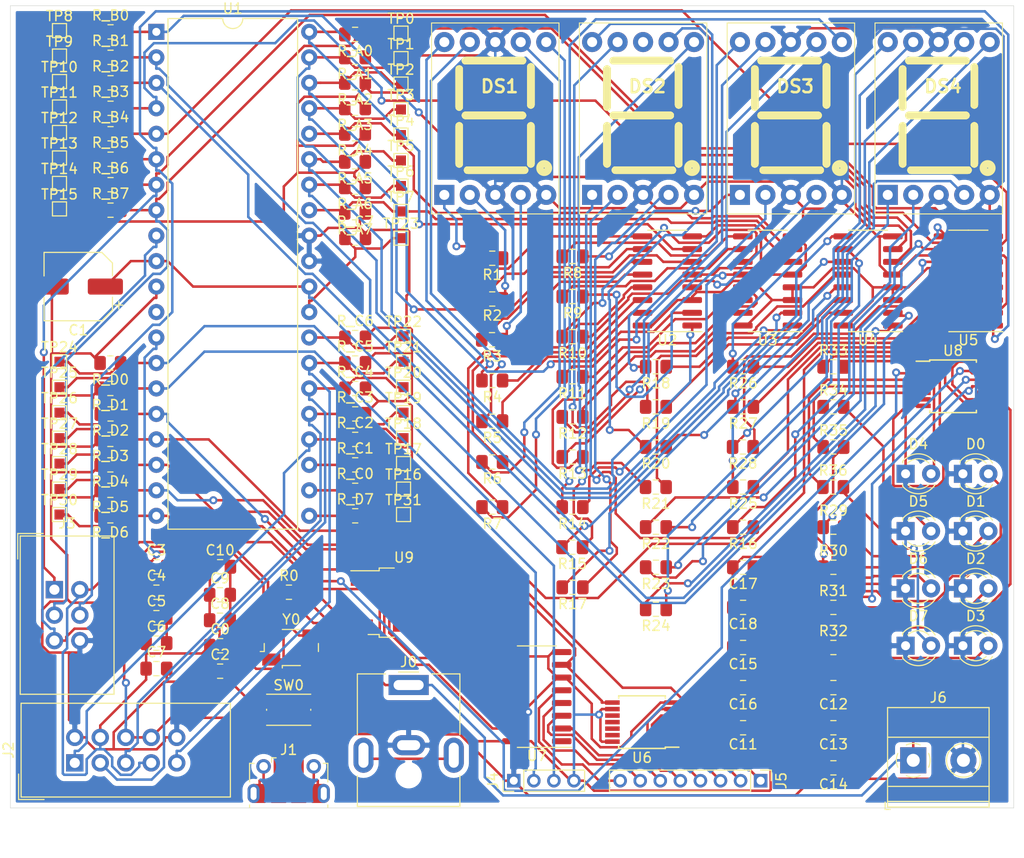
<source format=kicad_pcb>
(kicad_pcb (version 20171130) (host pcbnew 5.1.5-52549c5~84~ubuntu18.04.1)

  (general
    (thickness 1.6)
    (drawings 4)
    (tracks 1847)
    (zones 0)
    (modules 150)
    (nets 135)
  )

  (page A4)
  (layers
    (0 F.Cu signal)
    (31 B.Cu signal)
    (32 B.Adhes user)
    (33 F.Adhes user)
    (34 B.Paste user)
    (35 F.Paste user)
    (36 B.SilkS user)
    (37 F.SilkS user)
    (38 B.Mask user)
    (39 F.Mask user)
    (40 Dwgs.User user)
    (41 Cmts.User user)
    (42 Eco1.User user)
    (43 Eco2.User user)
    (44 Edge.Cuts user)
    (45 Margin user)
    (46 B.CrtYd user)
    (47 F.CrtYd user)
    (48 B.Fab user)
    (49 F.Fab user)
  )

  (setup
    (last_trace_width 0.25)
    (trace_clearance 0.2)
    (zone_clearance 0.508)
    (zone_45_only no)
    (trace_min 0.2)
    (via_size 0.8)
    (via_drill 0.4)
    (via_min_size 0.4)
    (via_min_drill 0.3)
    (uvia_size 0.8)
    (uvia_drill 0.4)
    (uvias_allowed no)
    (uvia_min_size 0.2)
    (uvia_min_drill 0.1)
    (edge_width 0.05)
    (segment_width 0.18)
    (pcb_text_width 0.3)
    (pcb_text_size 1.5 1.5)
    (mod_edge_width 0.12)
    (mod_text_size 1 1)
    (mod_text_width 0.15)
    (pad_size 1.15 1.4)
    (pad_drill 0)
    (pad_to_mask_clearance 0.051)
    (solder_mask_min_width 0.25)
    (aux_axis_origin 0 0)
    (visible_elements 7FFFFFFF)
    (pcbplotparams
      (layerselection 0x010fc_ffffffff)
      (usegerberextensions false)
      (usegerberattributes false)
      (usegerberadvancedattributes false)
      (creategerberjobfile false)
      (excludeedgelayer true)
      (linewidth 0.100000)
      (plotframeref false)
      (viasonmask false)
      (mode 1)
      (useauxorigin false)
      (hpglpennumber 1)
      (hpglpenspeed 20)
      (hpglpendiameter 15.000000)
      (psnegative false)
      (psa4output false)
      (plotreference true)
      (plotvalue true)
      (plotinvisibletext false)
      (padsonsilk false)
      (subtractmaskfromsilk false)
      (outputformat 1)
      (mirror false)
      (drillshape 1)
      (scaleselection 1)
      (outputdirectory "fabrication/"))
  )

  (net 0 "")
  (net 1 Vss)
  (net 2 "Net-(C0-Pad1)")
  (net 3 Vdd)
  (net 4 "Net-(C3-Pad1)")
  (net 5 "Net-(C4-Pad1)")
  (net 6 NRST)
  (net 7 "Net-(D0-Pad2)")
  (net 8 "Net-(D1-Pad2)")
  (net 9 "Net-(D2-Pad2)")
  (net 10 "Net-(D3-Pad2)")
  (net 11 "Net-(D4-Pad2)")
  (net 12 "Net-(D5-Pad2)")
  (net 13 "Net-(D6-Pad2)")
  (net 14 "Net-(D7-Pad2)")
  (net 15 "Net-(J0-PadMP)")
  (net 16 "Net-(J1-Pad6)")
  (net 17 "Net-(J1-Pad3)")
  (net 18 "Net-(J1-Pad4)")
  (net 19 "Net-(J1-Pad2)")
  (net 20 TDI)
  (net 21 TMS)
  (net 22 TDO)
  (net 23 TCK)
  (net 24 MOSI)
  (net 25 SCK)
  (net 26 MISO)
  (net 27 RXD)
  (net 28 TXD)
  (net 29 "Net-(J5-Pad8)")
  (net 30 "Net-(J5-Pad7)")
  (net 31 "Net-(J5-Pad6)")
  (net 32 "Net-(J5-Pad5)")
  (net 33 "Net-(J5-Pad4)")
  (net 34 "Net-(J5-Pad3)")
  (net 35 "Net-(J5-Pad2)")
  (net 36 "Net-(J5-Pad1)")
  (net 37 "Net-(R1-Pad2)")
  (net 38 "Net-(R2-Pad2)")
  (net 39 "Net-(R3-Pad2)")
  (net 40 "Net-(R8-Pad2)")
  (net 41 "Net-(R9-Pad2)")
  (net 42 "Net-(R10-Pad2)")
  (net 43 "Net-(R15-Pad2)")
  (net 44 "Net-(R16-Pad2)")
  (net 45 "Net-(R17-Pad2)")
  (net 46 "Net-(R22-Pad2)")
  (net 47 "Net-(R23-Pad2)")
  (net 48 "Net-(R24-Pad2)")
  (net 49 "Net-(R29-Pad1)")
  (net 50 "Net-(R30-Pad1)")
  (net 51 "Net-(R31-Pad1)")
  (net 52 "Net-(R32-Pad1)")
  (net 53 "Net-(R33-Pad1)")
  (net 54 "Net-(R34-Pad1)")
  (net 55 "Net-(R35-Pad1)")
  (net 56 "Net-(R36-Pad1)")
  (net 57 /Display/CHAR0_0)
  (net 58 /Display/CHAR0_1)
  (net 59 /Display/CHAR0_2)
  (net 60 /Display/CHAR0_3)
  (net 61 /Display/CHAR1_0)
  (net 62 /Display/CHAR1_1)
  (net 63 /Display/CHAR1_2)
  (net 64 /Display/CHAR1_3)
  (net 65 /Display/CHAR2_0)
  (net 66 /Display/CHAR2_1)
  (net 67 /Display/CHAR2_2)
  (net 68 /Display/CHAR2_3)
  (net 69 /Display/CHAR3_0)
  (net 70 "Net-(R_C0-Pad1)")
  (net 71 "Net-(R_C1-Pad1)")
  (net 72 "Net-(R_C6-Pad1)")
  (net 73 "Net-(R_C7-Pad1)")
  (net 74 LOAD)
  (net 75 ROWS)
  (net 76 COLUMNS)
  (net 77 CLK_BUTTONS)
  (net 78 STATUS)
  (net 79 CLK_STATUS)
  (net 80 "Net-(U6-Pad13)")
  (net 81 "Net-(U6-Pad12)")
  (net 82 "Net-(U6-Pad11)")
  (net 83 "Net-(U6-Pad10)")
  (net 84 "Net-(U7-Pad14)")
  (net 85 "Net-(U7-Pad12)")
  (net 86 "Net-(U7-Pad11)")
  (net 87 "Net-(U7-Pad10)")
  (net 88 "Net-(U7-Pad1)")
  (net 89 "Net-(DS1-Pad10)")
  (net 90 "Net-(DS1-Pad9)")
  (net 91 "Net-(DS1-Pad7)")
  (net 92 "Net-(DS1-Pad6)")
  (net 93 "Net-(DS1-Pad4)")
  (net 94 "Net-(DS1-Pad2)")
  (net 95 "Net-(DS1-Pad1)")
  (net 96 "Net-(DS2-Pad10)")
  (net 97 "Net-(DS2-Pad9)")
  (net 98 "Net-(DS2-Pad8)")
  (net 99 "Net-(DS2-Pad7)")
  (net 100 "Net-(DS2-Pad6)")
  (net 101 "Net-(DS2-Pad4)")
  (net 102 "Net-(DS2-Pad2)")
  (net 103 "Net-(DS2-Pad1)")
  (net 104 "Net-(DS3-Pad10)")
  (net 105 "Net-(DS3-Pad9)")
  (net 106 "Net-(DS3-Pad7)")
  (net 107 "Net-(DS3-Pad6)")
  (net 108 "Net-(DS3-Pad4)")
  (net 109 "Net-(DS3-Pad2)")
  (net 110 "Net-(DS3-Pad1)")
  (net 111 "Net-(DS4-Pad10)")
  (net 112 "Net-(DS4-Pad9)")
  (net 113 "Net-(DS4-Pad7)")
  (net 114 "Net-(DS4-Pad6)")
  (net 115 "Net-(DS4-Pad4)")
  (net 116 "Net-(DS4-Pad2)")
  (net 117 "Net-(DS4-Pad1)")
  (net 118 "Net-(R4-Pad1)")
  (net 119 "Net-(R5-Pad1)")
  (net 120 "Net-(R6-Pad1)")
  (net 121 "Net-(R7-Pad1)")
  (net 122 "Net-(R11-Pad1)")
  (net 123 "Net-(R12-Pad1)")
  (net 124 "Net-(R13-Pad1)")
  (net 125 "Net-(R14-Pad1)")
  (net 126 "Net-(R18-Pad1)")
  (net 127 "Net-(R19-Pad1)")
  (net 128 "Net-(R20-Pad1)")
  (net 129 "Net-(R21-Pad1)")
  (net 130 "Net-(R25-Pad1)")
  (net 131 "Net-(R26-Pad1)")
  (net 132 "Net-(R27-Pad1)")
  (net 133 "Net-(R28-Pad1)")
  (net 134 "Net-(U1-Pad12)")

  (net_class Default "Dies ist die voreingestellte Netzklasse."
    (clearance 0.2)
    (trace_width 0.25)
    (via_dia 0.8)
    (via_drill 0.4)
    (uvia_dia 0.8)
    (uvia_drill 0.4)
    (diff_pair_width 0.2)
    (diff_pair_gap 0.5)
    (add_net /Display/CHAR0_0)
    (add_net /Display/CHAR0_1)
    (add_net /Display/CHAR0_2)
    (add_net /Display/CHAR0_3)
    (add_net /Display/CHAR1_0)
    (add_net /Display/CHAR1_1)
    (add_net /Display/CHAR1_2)
    (add_net /Display/CHAR1_3)
    (add_net /Display/CHAR2_0)
    (add_net /Display/CHAR2_1)
    (add_net /Display/CHAR2_2)
    (add_net /Display/CHAR2_3)
    (add_net /Display/CHAR3_0)
    (add_net CLK_BUTTONS)
    (add_net CLK_STATUS)
    (add_net COLUMNS)
    (add_net LOAD)
    (add_net MISO)
    (add_net MOSI)
    (add_net NRST)
    (add_net "Net-(C0-Pad1)")
    (add_net "Net-(C3-Pad1)")
    (add_net "Net-(C4-Pad1)")
    (add_net "Net-(D0-Pad2)")
    (add_net "Net-(D1-Pad2)")
    (add_net "Net-(D2-Pad2)")
    (add_net "Net-(D3-Pad2)")
    (add_net "Net-(D4-Pad2)")
    (add_net "Net-(D5-Pad2)")
    (add_net "Net-(D6-Pad2)")
    (add_net "Net-(D7-Pad2)")
    (add_net "Net-(DS1-Pad1)")
    (add_net "Net-(DS1-Pad10)")
    (add_net "Net-(DS1-Pad2)")
    (add_net "Net-(DS1-Pad4)")
    (add_net "Net-(DS1-Pad6)")
    (add_net "Net-(DS1-Pad7)")
    (add_net "Net-(DS1-Pad9)")
    (add_net "Net-(DS2-Pad1)")
    (add_net "Net-(DS2-Pad10)")
    (add_net "Net-(DS2-Pad2)")
    (add_net "Net-(DS2-Pad4)")
    (add_net "Net-(DS2-Pad6)")
    (add_net "Net-(DS2-Pad7)")
    (add_net "Net-(DS2-Pad8)")
    (add_net "Net-(DS2-Pad9)")
    (add_net "Net-(DS3-Pad1)")
    (add_net "Net-(DS3-Pad10)")
    (add_net "Net-(DS3-Pad2)")
    (add_net "Net-(DS3-Pad4)")
    (add_net "Net-(DS3-Pad6)")
    (add_net "Net-(DS3-Pad7)")
    (add_net "Net-(DS3-Pad9)")
    (add_net "Net-(DS4-Pad1)")
    (add_net "Net-(DS4-Pad10)")
    (add_net "Net-(DS4-Pad2)")
    (add_net "Net-(DS4-Pad4)")
    (add_net "Net-(DS4-Pad6)")
    (add_net "Net-(DS4-Pad7)")
    (add_net "Net-(DS4-Pad9)")
    (add_net "Net-(J0-PadMP)")
    (add_net "Net-(J1-Pad2)")
    (add_net "Net-(J1-Pad3)")
    (add_net "Net-(J1-Pad4)")
    (add_net "Net-(J1-Pad6)")
    (add_net "Net-(J5-Pad1)")
    (add_net "Net-(J5-Pad2)")
    (add_net "Net-(J5-Pad3)")
    (add_net "Net-(J5-Pad4)")
    (add_net "Net-(J5-Pad5)")
    (add_net "Net-(J5-Pad6)")
    (add_net "Net-(J5-Pad7)")
    (add_net "Net-(J5-Pad8)")
    (add_net "Net-(R1-Pad2)")
    (add_net "Net-(R10-Pad2)")
    (add_net "Net-(R11-Pad1)")
    (add_net "Net-(R12-Pad1)")
    (add_net "Net-(R13-Pad1)")
    (add_net "Net-(R14-Pad1)")
    (add_net "Net-(R15-Pad2)")
    (add_net "Net-(R16-Pad2)")
    (add_net "Net-(R17-Pad2)")
    (add_net "Net-(R18-Pad1)")
    (add_net "Net-(R19-Pad1)")
    (add_net "Net-(R2-Pad2)")
    (add_net "Net-(R20-Pad1)")
    (add_net "Net-(R21-Pad1)")
    (add_net "Net-(R22-Pad2)")
    (add_net "Net-(R23-Pad2)")
    (add_net "Net-(R24-Pad2)")
    (add_net "Net-(R25-Pad1)")
    (add_net "Net-(R26-Pad1)")
    (add_net "Net-(R27-Pad1)")
    (add_net "Net-(R28-Pad1)")
    (add_net "Net-(R29-Pad1)")
    (add_net "Net-(R3-Pad2)")
    (add_net "Net-(R30-Pad1)")
    (add_net "Net-(R31-Pad1)")
    (add_net "Net-(R32-Pad1)")
    (add_net "Net-(R33-Pad1)")
    (add_net "Net-(R34-Pad1)")
    (add_net "Net-(R35-Pad1)")
    (add_net "Net-(R36-Pad1)")
    (add_net "Net-(R4-Pad1)")
    (add_net "Net-(R5-Pad1)")
    (add_net "Net-(R6-Pad1)")
    (add_net "Net-(R7-Pad1)")
    (add_net "Net-(R8-Pad2)")
    (add_net "Net-(R9-Pad2)")
    (add_net "Net-(R_C0-Pad1)")
    (add_net "Net-(R_C1-Pad1)")
    (add_net "Net-(R_C6-Pad1)")
    (add_net "Net-(R_C7-Pad1)")
    (add_net "Net-(U1-Pad12)")
    (add_net "Net-(U6-Pad10)")
    (add_net "Net-(U6-Pad11)")
    (add_net "Net-(U6-Pad12)")
    (add_net "Net-(U6-Pad13)")
    (add_net "Net-(U7-Pad1)")
    (add_net "Net-(U7-Pad10)")
    (add_net "Net-(U7-Pad11)")
    (add_net "Net-(U7-Pad12)")
    (add_net "Net-(U7-Pad14)")
    (add_net ROWS)
    (add_net RXD)
    (add_net SCK)
    (add_net STATUS)
    (add_net TCK)
    (add_net TDI)
    (add_net TDO)
    (add_net TMS)
    (add_net TXD)
    (add_net Vdd)
    (add_net Vss)
  )

  (module Crystal:Crystal_SMD_Abracon_ABM3B-4Pin_5.0x3.2mm (layer F.Cu) (tedit 5A0FD1B2) (tstamp 5E3754BA)
    (at 48 84)
    (descr "Abracon Miniature Ceramic Smd Crystal ABM3B http://www.abracon.com/Resonators/abm3b.pdf, 5.0x3.2mm^2 package")
    (tags "SMD SMT crystal")
    (path /5E3EA15B)
    (attr smd)
    (fp_text reference Y0 (at 0 -2.8) (layer F.SilkS)
      (effects (font (size 1 1) (thickness 0.15)))
    )
    (fp_text value Crystal_GND24 (at 0 2.8) (layer F.Fab)
      (effects (font (size 1 1) (thickness 0.15)))
    )
    (fp_circle (center 0 0) (end 0.116667 0) (layer F.Adhes) (width 0.233333))
    (fp_circle (center 0 0) (end 0.266667 0) (layer F.Adhes) (width 0.166667))
    (fp_circle (center 0 0) (end 0.416667 0) (layer F.Adhes) (width 0.166667))
    (fp_circle (center 0 0) (end 0.5 0) (layer F.Adhes) (width 0.1))
    (fp_line (start 3.2 -2.1) (end -3.2 -2.1) (layer F.CrtYd) (width 0.05))
    (fp_line (start 3.2 2.1) (end 3.2 -2.1) (layer F.CrtYd) (width 0.05))
    (fp_line (start -3.2 2.1) (end 3.2 2.1) (layer F.CrtYd) (width 0.05))
    (fp_line (start -3.2 -2.1) (end -3.2 2.1) (layer F.CrtYd) (width 0.05))
    (fp_line (start -0.9 1.8) (end -0.9 2.04) (layer F.SilkS) (width 0.12))
    (fp_line (start 0.9 1.8) (end -0.9 1.8) (layer F.SilkS) (width 0.12))
    (fp_line (start -0.9 -1.8) (end 0.9 -1.8) (layer F.SilkS) (width 0.12))
    (fp_line (start 2.7 -0.4) (end 2.7 0.4) (layer F.SilkS) (width 0.12))
    (fp_line (start -2.7 0.4) (end -2.7 -0.4) (layer F.SilkS) (width 0.12))
    (fp_line (start -3.1 0.4) (end -2.7 0.4) (layer F.SilkS) (width 0.12))
    (fp_line (start -2.5 0.6) (end -1.5 1.6) (layer F.Fab) (width 0.1))
    (fp_line (start -2.5 -1.4) (end -2.3 -1.6) (layer F.Fab) (width 0.1))
    (fp_line (start -2.5 1.4) (end -2.5 -1.4) (layer F.Fab) (width 0.1))
    (fp_line (start -2.3 1.6) (end -2.5 1.4) (layer F.Fab) (width 0.1))
    (fp_line (start 2.3 1.6) (end -2.3 1.6) (layer F.Fab) (width 0.1))
    (fp_line (start 2.5 1.4) (end 2.3 1.6) (layer F.Fab) (width 0.1))
    (fp_line (start 2.5 -1.4) (end 2.5 1.4) (layer F.Fab) (width 0.1))
    (fp_line (start 2.3 -1.6) (end 2.5 -1.4) (layer F.Fab) (width 0.1))
    (fp_line (start -2.3 -1.6) (end 2.3 -1.6) (layer F.Fab) (width 0.1))
    (fp_text user %R (at 0 0) (layer F.Fab)
      (effects (font (size 1 1) (thickness 0.15)))
    )
    (pad 4 smd rect (at -2 -1.2) (size 1.8 1.2) (layers F.Cu F.Paste F.Mask)
      (net 1 Vss))
    (pad 3 smd rect (at 2 -1.2) (size 1.8 1.2) (layers F.Cu F.Paste F.Mask)
      (net 5 "Net-(C4-Pad1)"))
    (pad 2 smd rect (at 2 1.2) (size 1.8 1.2) (layers F.Cu F.Paste F.Mask)
      (net 1 Vss))
    (pad 1 smd rect (at -2 1.2) (size 1.8 1.2) (layers F.Cu F.Paste F.Mask)
      (net 4 "Net-(C3-Pad1)"))
    (model ${KISYS3DMOD}/Crystal.3dshapes/Crystal_SMD_Abracon_ABM3B-4Pin_5.0x3.2mm.wrl
      (at (xyz 0 0 0))
      (scale (xyz 1 1 1))
      (rotate (xyz 0 0 0))
    )
  )

  (module Package_TO_SOT_SMD:TO-252-2 (layer F.Cu) (tedit 5A70A390) (tstamp 5DDBD702)
    (at 59.225 79.525)
    (descr "TO-252 / DPAK SMD package, http://www.infineon.com/cms/en/product/packages/PG-TO252/PG-TO252-3-1/")
    (tags "DPAK TO-252 DPAK-3 TO-252-3 SOT-428")
    (path /5DE337F2)
    (attr smd)
    (fp_text reference U9 (at 0 -4.5) (layer F.SilkS)
      (effects (font (size 1 1) (thickness 0.15)))
    )
    (fp_text value L7805 (at 0 4.5) (layer F.Fab)
      (effects (font (size 1 1) (thickness 0.15)))
    )
    (fp_text user %R (at 0 0) (layer F.Fab)
      (effects (font (size 1 1) (thickness 0.15)))
    )
    (fp_line (start 5.55 -3.5) (end -5.55 -3.5) (layer F.CrtYd) (width 0.05))
    (fp_line (start 5.55 3.5) (end 5.55 -3.5) (layer F.CrtYd) (width 0.05))
    (fp_line (start -5.55 3.5) (end 5.55 3.5) (layer F.CrtYd) (width 0.05))
    (fp_line (start -5.55 -3.5) (end -5.55 3.5) (layer F.CrtYd) (width 0.05))
    (fp_line (start -2.47 3.18) (end -3.57 3.18) (layer F.SilkS) (width 0.12))
    (fp_line (start -2.47 3.45) (end -2.47 3.18) (layer F.SilkS) (width 0.12))
    (fp_line (start -0.97 3.45) (end -2.47 3.45) (layer F.SilkS) (width 0.12))
    (fp_line (start -2.47 -3.18) (end -5.3 -3.18) (layer F.SilkS) (width 0.12))
    (fp_line (start -2.47 -3.45) (end -2.47 -3.18) (layer F.SilkS) (width 0.12))
    (fp_line (start -0.97 -3.45) (end -2.47 -3.45) (layer F.SilkS) (width 0.12))
    (fp_line (start -4.97 2.655) (end -2.27 2.655) (layer F.Fab) (width 0.1))
    (fp_line (start -4.97 1.905) (end -4.97 2.655) (layer F.Fab) (width 0.1))
    (fp_line (start -2.27 1.905) (end -4.97 1.905) (layer F.Fab) (width 0.1))
    (fp_line (start -4.97 -1.905) (end -2.27 -1.905) (layer F.Fab) (width 0.1))
    (fp_line (start -4.97 -2.655) (end -4.97 -1.905) (layer F.Fab) (width 0.1))
    (fp_line (start -1.865 -2.655) (end -4.97 -2.655) (layer F.Fab) (width 0.1))
    (fp_line (start -1.27 -3.25) (end 3.95 -3.25) (layer F.Fab) (width 0.1))
    (fp_line (start -2.27 -2.25) (end -1.27 -3.25) (layer F.Fab) (width 0.1))
    (fp_line (start -2.27 3.25) (end -2.27 -2.25) (layer F.Fab) (width 0.1))
    (fp_line (start 3.95 3.25) (end -2.27 3.25) (layer F.Fab) (width 0.1))
    (fp_line (start 3.95 -3.25) (end 3.95 3.25) (layer F.Fab) (width 0.1))
    (fp_line (start 4.95 2.7) (end 3.95 2.7) (layer F.Fab) (width 0.1))
    (fp_line (start 4.95 -2.7) (end 4.95 2.7) (layer F.Fab) (width 0.1))
    (fp_line (start 3.95 -2.7) (end 4.95 -2.7) (layer F.Fab) (width 0.1))
    (pad "" smd rect (at 0.425 1.525) (size 3.05 2.75) (layers F.Paste))
    (pad "" smd rect (at 3.775 -1.525) (size 3.05 2.75) (layers F.Paste))
    (pad "" smd rect (at 0.425 -1.525) (size 3.05 2.75) (layers F.Paste))
    (pad "" smd rect (at 3.775 1.525) (size 3.05 2.75) (layers F.Paste))
    (pad 2 smd rect (at 2.1 0) (size 6.4 5.8) (layers F.Cu F.Mask)
      (net 1 Vss))
    (pad 3 smd rect (at -4.2 2.28) (size 2.2 1.2) (layers F.Cu F.Paste F.Mask)
      (net 3 Vdd))
    (pad 1 smd rect (at -4.2 -2.28) (size 2.2 1.2) (layers F.Cu F.Paste F.Mask)
      (net 2 "Net-(C0-Pad1)"))
    (model ${KISYS3DMOD}/Package_TO_SOT_SMD.3dshapes/TO-252-2.wrl
      (at (xyz 0 0 0))
      (scale (xyz 1 1 1))
      (rotate (xyz 0 0 0))
    )
  )

  (module Package_SO:SOIC-16_3.9x9.9mm_P1.27mm (layer F.Cu) (tedit 5D9F72B1) (tstamp 5DDC2218)
    (at 115.475 47.445 180)
    (descr "SOIC, 16 Pin (JEDEC MS-012AC, https://www.analog.com/media/en/package-pcb-resources/package/pkg_pdf/soic_narrow-r/r_16.pdf), generated with kicad-footprint-generator ipc_gullwing_generator.py")
    (tags "SOIC SO")
    (path /5DD2ECA3/5E335BBF)
    (attr smd)
    (fp_text reference U5 (at 0 -5.9) (layer F.SilkS)
      (effects (font (size 1 1) (thickness 0.15)))
    )
    (fp_text value 4511 (at 0 5.9) (layer F.Fab)
      (effects (font (size 1 1) (thickness 0.15)))
    )
    (fp_text user %R (at 0 0) (layer F.Fab)
      (effects (font (size 0.98 0.98) (thickness 0.15)))
    )
    (fp_line (start 3.7 -5.2) (end -3.7 -5.2) (layer F.CrtYd) (width 0.05))
    (fp_line (start 3.7 5.2) (end 3.7 -5.2) (layer F.CrtYd) (width 0.05))
    (fp_line (start -3.7 5.2) (end 3.7 5.2) (layer F.CrtYd) (width 0.05))
    (fp_line (start -3.7 -5.2) (end -3.7 5.2) (layer F.CrtYd) (width 0.05))
    (fp_line (start -1.95 -3.975) (end -0.975 -4.95) (layer F.Fab) (width 0.1))
    (fp_line (start -1.95 4.95) (end -1.95 -3.975) (layer F.Fab) (width 0.1))
    (fp_line (start 1.95 4.95) (end -1.95 4.95) (layer F.Fab) (width 0.1))
    (fp_line (start 1.95 -4.95) (end 1.95 4.95) (layer F.Fab) (width 0.1))
    (fp_line (start -0.975 -4.95) (end 1.95 -4.95) (layer F.Fab) (width 0.1))
    (fp_line (start 0 -5.06) (end -3.45 -5.06) (layer F.SilkS) (width 0.12))
    (fp_line (start 0 -5.06) (end 1.95 -5.06) (layer F.SilkS) (width 0.12))
    (fp_line (start 0 5.06) (end -1.95 5.06) (layer F.SilkS) (width 0.12))
    (fp_line (start 0 5.06) (end 1.95 5.06) (layer F.SilkS) (width 0.12))
    (pad 16 smd roundrect (at 2.475 -4.445 180) (size 1.95 0.6) (layers F.Cu F.Paste F.Mask) (roundrect_rratio 0.25)
      (net 3 Vdd))
    (pad 15 smd roundrect (at 2.475 -3.175 180) (size 1.95 0.6) (layers F.Cu F.Paste F.Mask) (roundrect_rratio 0.25)
      (net 132 "Net-(R27-Pad1)"))
    (pad 14 smd roundrect (at 2.475 -1.905 180) (size 1.95 0.6) (layers F.Cu F.Paste F.Mask) (roundrect_rratio 0.25)
      (net 131 "Net-(R26-Pad1)"))
    (pad 13 smd roundrect (at 2.475 -0.635 180) (size 1.95 0.6) (layers F.Cu F.Paste F.Mask) (roundrect_rratio 0.25)
      (net 130 "Net-(R25-Pad1)"))
    (pad 12 smd roundrect (at 2.475 0.635 180) (size 1.95 0.6) (layers F.Cu F.Paste F.Mask) (roundrect_rratio 0.25)
      (net 133 "Net-(R28-Pad1)"))
    (pad 11 smd roundrect (at 2.475 1.905 180) (size 1.95 0.6) (layers F.Cu F.Paste F.Mask) (roundrect_rratio 0.25)
      (net 48 "Net-(R24-Pad2)"))
    (pad 10 smd roundrect (at 2.475 3.175 180) (size 1.95 0.6) (layers F.Cu F.Paste F.Mask) (roundrect_rratio 0.25)
      (net 47 "Net-(R23-Pad2)"))
    (pad 9 smd roundrect (at 2.475 4.445 180) (size 1.95 0.6) (layers F.Cu F.Paste F.Mask) (roundrect_rratio 0.25)
      (net 46 "Net-(R22-Pad2)"))
    (pad 8 smd roundrect (at -2.475 4.445 180) (size 1.95 0.6) (layers F.Cu F.Paste F.Mask) (roundrect_rratio 0.25)
      (net 1 Vss))
    (pad 7 smd roundrect (at -2.475 3.175 180) (size 1.95 0.6) (layers F.Cu F.Paste F.Mask) (roundrect_rratio 0.25)
      (net 69 /Display/CHAR3_0))
    (pad 6 smd roundrect (at -2.475 1.905 180) (size 1.95 0.6) (layers F.Cu F.Paste F.Mask) (roundrect_rratio 0.25)
      (net 25 SCK))
    (pad 5 smd roundrect (at -2.475 0.635 180) (size 1.95 0.6) (layers F.Cu F.Paste F.Mask) (roundrect_rratio 0.25)
      (net 1 Vss))
    (pad 4 smd roundrect (at -2.475 -0.635 180) (size 1.95 0.6) (layers F.Cu F.Paste F.Mask) (roundrect_rratio 0.25)
      (net 3 Vdd))
    (pad 3 smd roundrect (at -2.475 -1.905 180) (size 1.95 0.6) (layers F.Cu F.Paste F.Mask) (roundrect_rratio 0.25)
      (net 3 Vdd))
    (pad 2 smd roundrect (at -2.475 -3.175 180) (size 1.95 0.6) (layers F.Cu F.Paste F.Mask) (roundrect_rratio 0.25)
      (net 26 MISO))
    (pad 1 smd roundrect (at -2.475 -4.445 180) (size 1.95 0.6) (layers F.Cu F.Paste F.Mask) (roundrect_rratio 0.25)
      (net 24 MOSI))
    (model ${KISYS3DMOD}/Package_SO.3dshapes/SOIC-16_3.9x9.9mm_P1.27mm.wrl
      (at (xyz 0 0 0))
      (scale (xyz 1 1 1))
      (rotate (xyz 0 0 0))
    )
  )

  (module Package_SO:SOIC-16_3.9x9.9mm_P1.27mm (layer F.Cu) (tedit 5D9F72B1) (tstamp 5DDBD65C)
    (at 105.475 47.445 180)
    (descr "SOIC, 16 Pin (JEDEC MS-012AC, https://www.analog.com/media/en/package-pcb-resources/package/pkg_pdf/soic_narrow-r/r_16.pdf), generated with kicad-footprint-generator ipc_gullwing_generator.py")
    (tags "SOIC SO")
    (path /5DD2ECA3/5E3374CE)
    (attr smd)
    (fp_text reference U4 (at 0 -5.9) (layer F.SilkS)
      (effects (font (size 1 1) (thickness 0.15)))
    )
    (fp_text value 4511 (at 0 5.9) (layer F.Fab)
      (effects (font (size 1 1) (thickness 0.15)))
    )
    (fp_text user %R (at 0 0) (layer F.Fab)
      (effects (font (size 0.98 0.98) (thickness 0.15)))
    )
    (fp_line (start 3.7 -5.2) (end -3.7 -5.2) (layer F.CrtYd) (width 0.05))
    (fp_line (start 3.7 5.2) (end 3.7 -5.2) (layer F.CrtYd) (width 0.05))
    (fp_line (start -3.7 5.2) (end 3.7 5.2) (layer F.CrtYd) (width 0.05))
    (fp_line (start -3.7 -5.2) (end -3.7 5.2) (layer F.CrtYd) (width 0.05))
    (fp_line (start -1.95 -3.975) (end -0.975 -4.95) (layer F.Fab) (width 0.1))
    (fp_line (start -1.95 4.95) (end -1.95 -3.975) (layer F.Fab) (width 0.1))
    (fp_line (start 1.95 4.95) (end -1.95 4.95) (layer F.Fab) (width 0.1))
    (fp_line (start 1.95 -4.95) (end 1.95 4.95) (layer F.Fab) (width 0.1))
    (fp_line (start -0.975 -4.95) (end 1.95 -4.95) (layer F.Fab) (width 0.1))
    (fp_line (start 0 -5.06) (end -3.45 -5.06) (layer F.SilkS) (width 0.12))
    (fp_line (start 0 -5.06) (end 1.95 -5.06) (layer F.SilkS) (width 0.12))
    (fp_line (start 0 5.06) (end -1.95 5.06) (layer F.SilkS) (width 0.12))
    (fp_line (start 0 5.06) (end 1.95 5.06) (layer F.SilkS) (width 0.12))
    (pad 16 smd roundrect (at 2.475 -4.445 180) (size 1.95 0.6) (layers F.Cu F.Paste F.Mask) (roundrect_rratio 0.25)
      (net 3 Vdd))
    (pad 15 smd roundrect (at 2.475 -3.175 180) (size 1.95 0.6) (layers F.Cu F.Paste F.Mask) (roundrect_rratio 0.25)
      (net 127 "Net-(R19-Pad1)"))
    (pad 14 smd roundrect (at 2.475 -1.905 180) (size 1.95 0.6) (layers F.Cu F.Paste F.Mask) (roundrect_rratio 0.25)
      (net 126 "Net-(R18-Pad1)"))
    (pad 13 smd roundrect (at 2.475 -0.635 180) (size 1.95 0.6) (layers F.Cu F.Paste F.Mask) (roundrect_rratio 0.25)
      (net 128 "Net-(R20-Pad1)"))
    (pad 12 smd roundrect (at 2.475 0.635 180) (size 1.95 0.6) (layers F.Cu F.Paste F.Mask) (roundrect_rratio 0.25)
      (net 129 "Net-(R21-Pad1)"))
    (pad 11 smd roundrect (at 2.475 1.905 180) (size 1.95 0.6) (layers F.Cu F.Paste F.Mask) (roundrect_rratio 0.25)
      (net 45 "Net-(R17-Pad2)"))
    (pad 10 smd roundrect (at 2.475 3.175 180) (size 1.95 0.6) (layers F.Cu F.Paste F.Mask) (roundrect_rratio 0.25)
      (net 44 "Net-(R16-Pad2)"))
    (pad 9 smd roundrect (at 2.475 4.445 180) (size 1.95 0.6) (layers F.Cu F.Paste F.Mask) (roundrect_rratio 0.25)
      (net 43 "Net-(R15-Pad2)"))
    (pad 8 smd roundrect (at -2.475 4.445 180) (size 1.95 0.6) (layers F.Cu F.Paste F.Mask) (roundrect_rratio 0.25)
      (net 1 Vss))
    (pad 7 smd roundrect (at -2.475 3.175 180) (size 1.95 0.6) (layers F.Cu F.Paste F.Mask) (roundrect_rratio 0.25)
      (net 65 /Display/CHAR2_0))
    (pad 6 smd roundrect (at -2.475 1.905 180) (size 1.95 0.6) (layers F.Cu F.Paste F.Mask) (roundrect_rratio 0.25)
      (net 68 /Display/CHAR2_3))
    (pad 5 smd roundrect (at -2.475 0.635 180) (size 1.95 0.6) (layers F.Cu F.Paste F.Mask) (roundrect_rratio 0.25)
      (net 1 Vss))
    (pad 4 smd roundrect (at -2.475 -0.635 180) (size 1.95 0.6) (layers F.Cu F.Paste F.Mask) (roundrect_rratio 0.25)
      (net 3 Vdd))
    (pad 3 smd roundrect (at -2.475 -1.905 180) (size 1.95 0.6) (layers F.Cu F.Paste F.Mask) (roundrect_rratio 0.25)
      (net 3 Vdd))
    (pad 2 smd roundrect (at -2.475 -3.175 180) (size 1.95 0.6) (layers F.Cu F.Paste F.Mask) (roundrect_rratio 0.25)
      (net 67 /Display/CHAR2_2))
    (pad 1 smd roundrect (at -2.475 -4.445 180) (size 1.95 0.6) (layers F.Cu F.Paste F.Mask) (roundrect_rratio 0.25)
      (net 66 /Display/CHAR2_1))
    (model ${KISYS3DMOD}/Package_SO.3dshapes/SOIC-16_3.9x9.9mm_P1.27mm.wrl
      (at (xyz 0 0 0))
      (scale (xyz 1 1 1))
      (rotate (xyz 0 0 0))
    )
  )

  (module Package_SO:SOIC-16_3.9x9.9mm_P1.27mm (layer F.Cu) (tedit 5D9F72B1) (tstamp 5DDBD638)
    (at 95.475 47.445 180)
    (descr "SOIC, 16 Pin (JEDEC MS-012AC, https://www.analog.com/media/en/package-pcb-resources/package/pkg_pdf/soic_narrow-r/r_16.pdf), generated with kicad-footprint-generator ipc_gullwing_generator.py")
    (tags "SOIC SO")
    (path /5DD2ECA3/5E338774)
    (attr smd)
    (fp_text reference U3 (at 0 -5.9) (layer F.SilkS)
      (effects (font (size 1 1) (thickness 0.15)))
    )
    (fp_text value 4511 (at 0 5.9) (layer F.Fab)
      (effects (font (size 1 1) (thickness 0.15)))
    )
    (fp_text user %R (at 0 0) (layer F.Fab)
      (effects (font (size 0.98 0.98) (thickness 0.15)))
    )
    (fp_line (start 3.7 -5.2) (end -3.7 -5.2) (layer F.CrtYd) (width 0.05))
    (fp_line (start 3.7 5.2) (end 3.7 -5.2) (layer F.CrtYd) (width 0.05))
    (fp_line (start -3.7 5.2) (end 3.7 5.2) (layer F.CrtYd) (width 0.05))
    (fp_line (start -3.7 -5.2) (end -3.7 5.2) (layer F.CrtYd) (width 0.05))
    (fp_line (start -1.95 -3.975) (end -0.975 -4.95) (layer F.Fab) (width 0.1))
    (fp_line (start -1.95 4.95) (end -1.95 -3.975) (layer F.Fab) (width 0.1))
    (fp_line (start 1.95 4.95) (end -1.95 4.95) (layer F.Fab) (width 0.1))
    (fp_line (start 1.95 -4.95) (end 1.95 4.95) (layer F.Fab) (width 0.1))
    (fp_line (start -0.975 -4.95) (end 1.95 -4.95) (layer F.Fab) (width 0.1))
    (fp_line (start 0 -5.06) (end -3.45 -5.06) (layer F.SilkS) (width 0.12))
    (fp_line (start 0 -5.06) (end 1.95 -5.06) (layer F.SilkS) (width 0.12))
    (fp_line (start 0 5.06) (end -1.95 5.06) (layer F.SilkS) (width 0.12))
    (fp_line (start 0 5.06) (end 1.95 5.06) (layer F.SilkS) (width 0.12))
    (pad 16 smd roundrect (at 2.475 -4.445 180) (size 1.95 0.6) (layers F.Cu F.Paste F.Mask) (roundrect_rratio 0.25)
      (net 3 Vdd))
    (pad 15 smd roundrect (at 2.475 -3.175 180) (size 1.95 0.6) (layers F.Cu F.Paste F.Mask) (roundrect_rratio 0.25)
      (net 123 "Net-(R12-Pad1)"))
    (pad 14 smd roundrect (at 2.475 -1.905 180) (size 1.95 0.6) (layers F.Cu F.Paste F.Mask) (roundrect_rratio 0.25)
      (net 122 "Net-(R11-Pad1)"))
    (pad 13 smd roundrect (at 2.475 -0.635 180) (size 1.95 0.6) (layers F.Cu F.Paste F.Mask) (roundrect_rratio 0.25)
      (net 124 "Net-(R13-Pad1)"))
    (pad 12 smd roundrect (at 2.475 0.635 180) (size 1.95 0.6) (layers F.Cu F.Paste F.Mask) (roundrect_rratio 0.25)
      (net 125 "Net-(R14-Pad1)"))
    (pad 11 smd roundrect (at 2.475 1.905 180) (size 1.95 0.6) (layers F.Cu F.Paste F.Mask) (roundrect_rratio 0.25)
      (net 42 "Net-(R10-Pad2)"))
    (pad 10 smd roundrect (at 2.475 3.175 180) (size 1.95 0.6) (layers F.Cu F.Paste F.Mask) (roundrect_rratio 0.25)
      (net 41 "Net-(R9-Pad2)"))
    (pad 9 smd roundrect (at 2.475 4.445 180) (size 1.95 0.6) (layers F.Cu F.Paste F.Mask) (roundrect_rratio 0.25)
      (net 40 "Net-(R8-Pad2)"))
    (pad 8 smd roundrect (at -2.475 4.445 180) (size 1.95 0.6) (layers F.Cu F.Paste F.Mask) (roundrect_rratio 0.25)
      (net 1 Vss))
    (pad 7 smd roundrect (at -2.475 3.175 180) (size 1.95 0.6) (layers F.Cu F.Paste F.Mask) (roundrect_rratio 0.25)
      (net 61 /Display/CHAR1_0))
    (pad 6 smd roundrect (at -2.475 1.905 180) (size 1.95 0.6) (layers F.Cu F.Paste F.Mask) (roundrect_rratio 0.25)
      (net 64 /Display/CHAR1_3))
    (pad 5 smd roundrect (at -2.475 0.635 180) (size 1.95 0.6) (layers F.Cu F.Paste F.Mask) (roundrect_rratio 0.25)
      (net 1 Vss))
    (pad 4 smd roundrect (at -2.475 -0.635 180) (size 1.95 0.6) (layers F.Cu F.Paste F.Mask) (roundrect_rratio 0.25)
      (net 3 Vdd))
    (pad 3 smd roundrect (at -2.475 -1.905 180) (size 1.95 0.6) (layers F.Cu F.Paste F.Mask) (roundrect_rratio 0.25)
      (net 3 Vdd))
    (pad 2 smd roundrect (at -2.475 -3.175 180) (size 1.95 0.6) (layers F.Cu F.Paste F.Mask) (roundrect_rratio 0.25)
      (net 63 /Display/CHAR1_2))
    (pad 1 smd roundrect (at -2.475 -4.445 180) (size 1.95 0.6) (layers F.Cu F.Paste F.Mask) (roundrect_rratio 0.25)
      (net 62 /Display/CHAR1_1))
    (model ${KISYS3DMOD}/Package_SO.3dshapes/SOIC-16_3.9x9.9mm_P1.27mm.wrl
      (at (xyz 0 0 0))
      (scale (xyz 1 1 1))
      (rotate (xyz 0 0 0))
    )
  )

  (module Package_SO:SOIC-16_3.9x9.9mm_P1.27mm (layer F.Cu) (tedit 5D9F72B1) (tstamp 5DDBD614)
    (at 85.475 47.445 180)
    (descr "SOIC, 16 Pin (JEDEC MS-012AC, https://www.analog.com/media/en/package-pcb-resources/package/pkg_pdf/soic_narrow-r/r_16.pdf), generated with kicad-footprint-generator ipc_gullwing_generator.py")
    (tags "SOIC SO")
    (path /5DD2ECA3/5E337F28)
    (attr smd)
    (fp_text reference U2 (at 0 -5.9) (layer F.SilkS)
      (effects (font (size 1 1) (thickness 0.15)))
    )
    (fp_text value 4511 (at 0 5.9) (layer F.Fab)
      (effects (font (size 1 1) (thickness 0.15)))
    )
    (fp_text user %R (at 0 0) (layer F.Fab)
      (effects (font (size 0.98 0.98) (thickness 0.15)))
    )
    (fp_line (start 3.7 -5.2) (end -3.7 -5.2) (layer F.CrtYd) (width 0.05))
    (fp_line (start 3.7 5.2) (end 3.7 -5.2) (layer F.CrtYd) (width 0.05))
    (fp_line (start -3.7 5.2) (end 3.7 5.2) (layer F.CrtYd) (width 0.05))
    (fp_line (start -3.7 -5.2) (end -3.7 5.2) (layer F.CrtYd) (width 0.05))
    (fp_line (start -1.95 -3.975) (end -0.975 -4.95) (layer F.Fab) (width 0.1))
    (fp_line (start -1.95 4.95) (end -1.95 -3.975) (layer F.Fab) (width 0.1))
    (fp_line (start 1.95 4.95) (end -1.95 4.95) (layer F.Fab) (width 0.1))
    (fp_line (start 1.95 -4.95) (end 1.95 4.95) (layer F.Fab) (width 0.1))
    (fp_line (start -0.975 -4.95) (end 1.95 -4.95) (layer F.Fab) (width 0.1))
    (fp_line (start 0 -5.06) (end -3.45 -5.06) (layer F.SilkS) (width 0.12))
    (fp_line (start 0 -5.06) (end 1.95 -5.06) (layer F.SilkS) (width 0.12))
    (fp_line (start 0 5.06) (end -1.95 5.06) (layer F.SilkS) (width 0.12))
    (fp_line (start 0 5.06) (end 1.95 5.06) (layer F.SilkS) (width 0.12))
    (pad 16 smd roundrect (at 2.475 -4.445 180) (size 1.95 0.6) (layers F.Cu F.Paste F.Mask) (roundrect_rratio 0.25)
      (net 3 Vdd))
    (pad 15 smd roundrect (at 2.475 -3.175 180) (size 1.95 0.6) (layers F.Cu F.Paste F.Mask) (roundrect_rratio 0.25)
      (net 119 "Net-(R5-Pad1)"))
    (pad 14 smd roundrect (at 2.475 -1.905 180) (size 1.95 0.6) (layers F.Cu F.Paste F.Mask) (roundrect_rratio 0.25)
      (net 118 "Net-(R4-Pad1)"))
    (pad 13 smd roundrect (at 2.475 -0.635 180) (size 1.95 0.6) (layers F.Cu F.Paste F.Mask) (roundrect_rratio 0.25)
      (net 120 "Net-(R6-Pad1)"))
    (pad 12 smd roundrect (at 2.475 0.635 180) (size 1.95 0.6) (layers F.Cu F.Paste F.Mask) (roundrect_rratio 0.25)
      (net 121 "Net-(R7-Pad1)"))
    (pad 11 smd roundrect (at 2.475 1.905 180) (size 1.95 0.6) (layers F.Cu F.Paste F.Mask) (roundrect_rratio 0.25)
      (net 39 "Net-(R3-Pad2)"))
    (pad 10 smd roundrect (at 2.475 3.175 180) (size 1.95 0.6) (layers F.Cu F.Paste F.Mask) (roundrect_rratio 0.25)
      (net 38 "Net-(R2-Pad2)"))
    (pad 9 smd roundrect (at 2.475 4.445 180) (size 1.95 0.6) (layers F.Cu F.Paste F.Mask) (roundrect_rratio 0.25)
      (net 37 "Net-(R1-Pad2)"))
    (pad 8 smd roundrect (at -2.475 4.445 180) (size 1.95 0.6) (layers F.Cu F.Paste F.Mask) (roundrect_rratio 0.25)
      (net 1 Vss))
    (pad 7 smd roundrect (at -2.475 3.175 180) (size 1.95 0.6) (layers F.Cu F.Paste F.Mask) (roundrect_rratio 0.25)
      (net 57 /Display/CHAR0_0))
    (pad 6 smd roundrect (at -2.475 1.905 180) (size 1.95 0.6) (layers F.Cu F.Paste F.Mask) (roundrect_rratio 0.25)
      (net 60 /Display/CHAR0_3))
    (pad 5 smd roundrect (at -2.475 0.635 180) (size 1.95 0.6) (layers F.Cu F.Paste F.Mask) (roundrect_rratio 0.25)
      (net 1 Vss))
    (pad 4 smd roundrect (at -2.475 -0.635 180) (size 1.95 0.6) (layers F.Cu F.Paste F.Mask) (roundrect_rratio 0.25)
      (net 3 Vdd))
    (pad 3 smd roundrect (at -2.475 -1.905 180) (size 1.95 0.6) (layers F.Cu F.Paste F.Mask) (roundrect_rratio 0.25)
      (net 3 Vdd))
    (pad 2 smd roundrect (at -2.475 -3.175 180) (size 1.95 0.6) (layers F.Cu F.Paste F.Mask) (roundrect_rratio 0.25)
      (net 59 /Display/CHAR0_2))
    (pad 1 smd roundrect (at -2.475 -4.445 180) (size 1.95 0.6) (layers F.Cu F.Paste F.Mask) (roundrect_rratio 0.25)
      (net 58 /Display/CHAR0_1))
    (model ${KISYS3DMOD}/Package_SO.3dshapes/SOIC-16_3.9x9.9mm_P1.27mm.wrl
      (at (xyz 0 0 0))
      (scale (xyz 1 1 1))
      (rotate (xyz 0 0 0))
    )
  )

  (module Display_7Segment:SC56-11EWA (layer F.Cu) (tedit 0) (tstamp 5E0ED71C)
    (at 107.442 38.862)
    (descr SC56-11EWA)
    (tags Display)
    (path /5DD2ECA3/5E24C406)
    (fp_text reference DS4 (at 5.505 -10.82) (layer F.SilkS)
      (effects (font (size 1.27 1.27) (thickness 0.254)))
    )
    (fp_text value SC56-11EWA (at 5.505 -10.82) (layer F.SilkS) hide
      (effects (font (size 1.27 1.27) (thickness 0.254)))
    )
    (fp_circle (center 9.955 -2.675) (end 9.955 -2.255) (layer F.SilkS) (width 0.75))
    (fp_circle (center 9.93 -2.67) (end 9.93 -2.25) (layer F.Fab) (width 0.40005))
    (fp_line (start -1.62 2.28) (end -1.62 -17.52) (layer F.CrtYd) (width 0.15))
    (fp_line (start 11.88 2.28) (end -1.62 2.28) (layer F.CrtYd) (width 0.15))
    (fp_line (start 11.88 -17.52) (end 11.88 2.28) (layer F.CrtYd) (width 0.15))
    (fp_line (start -1.62 -17.52) (end 11.88 -17.52) (layer F.CrtYd) (width 0.15))
    (fp_line (start -1.27 -17.145) (end -1.27 1.9) (layer F.Fab) (width 0.2))
    (fp_line (start 11.43 -17.145) (end -1.27 -17.145) (layer F.Fab) (width 0.2))
    (fp_line (start 11.43 1.9) (end 11.43 -17.145) (layer F.Fab) (width 0.2))
    (fp_line (start -1.27 1.9) (end 11.43 1.9) (layer F.Fab) (width 0.2))
    (fp_line (start 2.115 -13.385) (end 7.785 -13.385) (layer F.SilkS) (width 0.75))
    (fp_line (start 2.115 -7.925) (end 7.785 -7.925) (layer F.SilkS) (width 0.75))
    (fp_line (start 8.625 -8.975) (end 8.625 -12.755) (layer F.SilkS) (width 0.75))
    (fp_line (start 8.625 -3.095) (end 8.625 -6.875) (layer F.SilkS) (width 0.75))
    (fp_line (start 2.325 -2.465) (end 7.995 -2.465) (layer F.SilkS) (width 0.75))
    (fp_line (start 1.485 -3.095) (end 1.485 -6.875) (layer F.SilkS) (width 0.75))
    (fp_line (start 1.485 -8.765) (end 1.485 -12.545) (layer F.SilkS) (width 0.75))
    (fp_line (start 8.625 -3.095) (end 8.625 -6.875) (layer F.SilkS) (width 0.75))
    (fp_line (start 2.325 -2.465) (end 7.995 -2.465) (layer F.SilkS) (width 0.75))
    (fp_line (start 1.485 -3.095) (end 1.485 -6.875) (layer F.SilkS) (width 0.75))
    (fp_line (start 2.115 -7.925) (end 7.785 -7.925) (layer F.SilkS) (width 0.75))
    (fp_line (start 8.625 -8.975) (end 8.625 -12.755) (layer F.SilkS) (width 0.75))
    (fp_line (start 1.485 -8.765) (end 1.485 -12.545) (layer F.SilkS) (width 0.75))
    (fp_line (start 2.115 -13.385) (end 7.785 -13.385) (layer F.SilkS) (width 0.75))
    (fp_line (start 8.625 -8.975) (end 8.625 -12.755) (layer F.SilkS) (width 0.75))
    (fp_line (start 8.625 -3.095) (end 8.625 -6.875) (layer F.SilkS) (width 0.75))
    (fp_line (start 1.485 -3.095) (end 1.485 -6.875) (layer F.SilkS) (width 0.75))
    (fp_line (start 1.485 -8.765) (end 1.485 -12.545) (layer F.SilkS) (width 0.75))
    (fp_line (start 2.325 -2.465) (end 7.995 -2.465) (layer F.SilkS) (width 0.75))
    (fp_line (start 2.115 -13.385) (end 7.785 -13.385) (layer F.SilkS) (width 0.75))
    (fp_line (start 2.115 -7.925) (end 7.785 -7.925) (layer F.SilkS) (width 0.75))
    (fp_line (start 2.115 -13.385) (end 7.785 -13.385) (layer F.SilkS) (width 0.75))
    (fp_line (start 2.115 -7.925) (end 7.785 -7.925) (layer F.SilkS) (width 0.75))
    (fp_line (start 8.625 -8.975) (end 8.625 -12.755) (layer F.SilkS) (width 0.75))
    (fp_line (start 8.625 -3.095) (end 8.625 -6.875) (layer F.SilkS) (width 0.75))
    (fp_line (start 2.325 -2.465) (end 7.995 -2.465) (layer F.SilkS) (width 0.75))
    (fp_line (start 1.485 -3.095) (end 1.485 -6.875) (layer F.SilkS) (width 0.75))
    (fp_line (start 1.485 -8.765) (end 1.485 -12.545) (layer F.SilkS) (width 0.75))
    (fp_line (start 8.625 -3.095) (end 8.625 -6.875) (layer F.SilkS) (width 0.75))
    (fp_line (start 2.325 -2.465) (end 7.995 -2.465) (layer F.SilkS) (width 0.75))
    (fp_line (start 1.485 -3.095) (end 1.485 -6.875) (layer F.SilkS) (width 0.75))
    (fp_line (start 2.115 -7.925) (end 7.785 -7.925) (layer F.SilkS) (width 0.75))
    (fp_line (start 8.625 -8.975) (end 8.625 -12.755) (layer F.SilkS) (width 0.75))
    (fp_line (start 1.485 -8.765) (end 1.485 -12.545) (layer F.SilkS) (width 0.75))
    (fp_line (start 2.115 -13.385) (end 7.785 -13.385) (layer F.SilkS) (width 0.75))
    (fp_line (start 8.625 -8.975) (end 8.625 -12.755) (layer F.SilkS) (width 0.75))
    (fp_line (start 8.625 -3.095) (end 8.625 -6.875) (layer F.SilkS) (width 0.75))
    (fp_line (start 1.485 -3.095) (end 1.485 -6.875) (layer F.SilkS) (width 0.75))
    (fp_line (start 1.485 -8.765) (end 1.485 -12.545) (layer F.SilkS) (width 0.75))
    (fp_line (start 2.325 -2.465) (end 7.995 -2.465) (layer F.SilkS) (width 0.75))
    (fp_line (start 2.115 -13.385) (end 7.785 -13.385) (layer F.SilkS) (width 0.75))
    (fp_line (start 2.115 -7.925) (end 7.785 -7.925) (layer F.SilkS) (width 0.75))
    (fp_line (start 2.09 -13.38) (end 7.76 -13.38) (layer F.Fab) (width 0.40005))
    (fp_line (start 2.09 -7.92) (end 7.76 -7.92) (layer F.Fab) (width 0.40005))
    (fp_line (start 8.6 -8.97) (end 8.6 -12.75) (layer F.Fab) (width 0.40005))
    (fp_line (start 8.6 -3.09) (end 8.6 -6.87) (layer F.Fab) (width 0.40005))
    (fp_line (start 2.3 -2.46) (end 7.97 -2.46) (layer F.Fab) (width 0.40005))
    (fp_line (start 1.46 -3.09) (end 1.46 -6.87) (layer F.Fab) (width 0.40005))
    (fp_line (start 1.46 -8.76) (end 1.46 -12.54) (layer F.Fab) (width 0.40005))
    (fp_line (start 8.6 -3.09) (end 8.6 -6.87) (layer F.Fab) (width 0.40005))
    (fp_line (start 2.3 -2.46) (end 7.97 -2.46) (layer F.Fab) (width 0.40005))
    (fp_line (start 1.46 -3.09) (end 1.46 -6.87) (layer F.Fab) (width 0.40005))
    (fp_line (start 2.09 -7.92) (end 7.76 -7.92) (layer F.Fab) (width 0.40005))
    (fp_line (start 8.6 -8.97) (end 8.6 -12.75) (layer F.Fab) (width 0.40005))
    (fp_line (start 1.46 -8.76) (end 1.46 -12.54) (layer F.Fab) (width 0.40005))
    (fp_line (start 2.09 -13.38) (end 7.76 -13.38) (layer F.Fab) (width 0.40005))
    (fp_line (start 8.6 -8.97) (end 8.6 -12.75) (layer F.Fab) (width 0.40005))
    (fp_line (start 8.6 -3.09) (end 8.6 -6.87) (layer F.Fab) (width 0.40005))
    (fp_line (start 1.46 -3.09) (end 1.46 -6.87) (layer F.Fab) (width 0.40005))
    (fp_line (start 1.46 -8.76) (end 1.46 -12.54) (layer F.Fab) (width 0.40005))
    (fp_line (start 2.3 -2.46) (end 7.97 -2.46) (layer F.Fab) (width 0.40005))
    (fp_line (start 2.09 -13.38) (end 7.76 -13.38) (layer F.Fab) (width 0.40005))
    (fp_line (start 2.09 -7.92) (end 7.76 -7.92) (layer F.Fab) (width 0.40005))
    (fp_line (start 2.09 -13.38) (end 7.76 -13.38) (layer F.Fab) (width 0.40005))
    (fp_line (start 2.09 -7.92) (end 7.76 -7.92) (layer F.Fab) (width 0.40005))
    (fp_line (start 8.6 -8.97) (end 8.6 -12.75) (layer F.Fab) (width 0.40005))
    (fp_line (start 8.6 -3.09) (end 8.6 -6.87) (layer F.Fab) (width 0.40005))
    (fp_line (start 2.3 -2.46) (end 7.97 -2.46) (layer F.Fab) (width 0.40005))
    (fp_line (start 1.46 -3.09) (end 1.46 -6.87) (layer F.Fab) (width 0.40005))
    (fp_line (start 1.46 -8.76) (end 1.46 -12.54) (layer F.Fab) (width 0.40005))
    (fp_line (start 8.6 -3.09) (end 8.6 -6.87) (layer F.Fab) (width 0.40005))
    (fp_line (start 2.3 -2.46) (end 7.97 -2.46) (layer F.Fab) (width 0.40005))
    (fp_line (start 1.46 -3.09) (end 1.46 -6.87) (layer F.Fab) (width 0.40005))
    (fp_line (start 2.09 -7.92) (end 7.76 -7.92) (layer F.Fab) (width 0.40005))
    (fp_line (start 8.6 -8.97) (end 8.6 -12.75) (layer F.Fab) (width 0.40005))
    (fp_line (start 1.46 -8.76) (end 1.46 -12.54) (layer F.Fab) (width 0.40005))
    (fp_line (start 2.09 -13.38) (end 7.76 -13.38) (layer F.Fab) (width 0.40005))
    (fp_line (start 8.6 -8.97) (end 8.6 -12.75) (layer F.Fab) (width 0.40005))
    (fp_line (start 8.6 -3.09) (end 8.6 -6.87) (layer F.Fab) (width 0.40005))
    (fp_line (start 1.46 -3.09) (end 1.46 -6.87) (layer F.Fab) (width 0.40005))
    (fp_line (start 1.46 -8.76) (end 1.46 -12.54) (layer F.Fab) (width 0.40005))
    (fp_line (start 2.3 -2.46) (end 7.97 -2.46) (layer F.Fab) (width 0.40005))
    (fp_line (start 2.09 -13.38) (end 7.76 -13.38) (layer F.Fab) (width 0.40005))
    (fp_line (start 2.09 -7.92) (end 7.76 -7.92) (layer F.Fab) (width 0.40005))
    (fp_line (start -1.27 -17.145) (end -1.27 1.9) (layer F.SilkS) (width 0.1))
    (fp_line (start 11.43 -17.145) (end -1.27 -17.145) (layer F.SilkS) (width 0.1))
    (fp_line (start 11.43 1.9) (end 11.43 -17.145) (layer F.SilkS) (width 0.1))
    (fp_line (start -1.27 1.9) (end 11.43 1.9) (layer F.SilkS) (width 0.1))
    (fp_text user %R (at 5.505 -10.82) (layer F.Fab)
      (effects (font (size 1.27 1.27) (thickness 0.254)))
    )
    (pad 10 thru_hole circle (at 0 -15.24) (size 2 2) (drill 1) (layers *.Cu *.Mask)
      (net 111 "Net-(DS4-Pad10)"))
    (pad 9 thru_hole circle (at 2.54 -15.24) (size 2 2) (drill 1) (layers *.Cu *.Mask)
      (net 112 "Net-(DS4-Pad9)"))
    (pad 8 thru_hole circle (at 5.08 -15.24) (size 2 2) (drill 1) (layers *.Cu *.Mask)
      (net 1 Vss))
    (pad 7 thru_hole circle (at 7.62 -15.24) (size 2 2) (drill 1) (layers *.Cu *.Mask)
      (net 113 "Net-(DS4-Pad7)"))
    (pad 6 thru_hole circle (at 10.16 -15.24) (size 2 2) (drill 1) (layers *.Cu *.Mask)
      (net 114 "Net-(DS4-Pad6)"))
    (pad 5 thru_hole circle (at 10.16 0) (size 2 2) (drill 1) (layers *.Cu *.Mask)
      (net 1 Vss))
    (pad 4 thru_hole circle (at 7.62 0) (size 2 2) (drill 1) (layers *.Cu *.Mask)
      (net 115 "Net-(DS4-Pad4)"))
    (pad 3 thru_hole circle (at 5.08 0) (size 2 2) (drill 1) (layers *.Cu *.Mask)
      (net 1 Vss))
    (pad 2 thru_hole circle (at 2.54 0) (size 2 2) (drill 1) (layers *.Cu *.Mask)
      (net 116 "Net-(DS4-Pad2)"))
    (pad 1 thru_hole rect (at 0 0) (size 2 2) (drill 1) (layers *.Cu *.Mask)
      (net 117 "Net-(DS4-Pad1)"))
  )

  (module Display_7Segment:SC56-11EWA (layer F.Cu) (tedit 0) (tstamp 5E0ED6AB)
    (at 92.71 38.862)
    (descr SC56-11EWA)
    (tags Display)
    (path /5DD2ECA3/5E114131)
    (fp_text reference DS3 (at 5.505 -10.82) (layer F.SilkS)
      (effects (font (size 1.27 1.27) (thickness 0.254)))
    )
    (fp_text value SC56-11EWA (at 5.505 -10.82) (layer F.SilkS) hide
      (effects (font (size 1.27 1.27) (thickness 0.254)))
    )
    (fp_circle (center 9.955 -2.675) (end 9.955 -2.255) (layer F.SilkS) (width 0.75))
    (fp_circle (center 9.93 -2.67) (end 9.93 -2.25) (layer F.Fab) (width 0.40005))
    (fp_line (start -1.62 2.28) (end -1.62 -17.52) (layer F.CrtYd) (width 0.15))
    (fp_line (start 11.88 2.28) (end -1.62 2.28) (layer F.CrtYd) (width 0.15))
    (fp_line (start 11.88 -17.52) (end 11.88 2.28) (layer F.CrtYd) (width 0.15))
    (fp_line (start -1.62 -17.52) (end 11.88 -17.52) (layer F.CrtYd) (width 0.15))
    (fp_line (start -1.27 -17.145) (end -1.27 1.9) (layer F.Fab) (width 0.2))
    (fp_line (start 11.43 -17.145) (end -1.27 -17.145) (layer F.Fab) (width 0.2))
    (fp_line (start 11.43 1.9) (end 11.43 -17.145) (layer F.Fab) (width 0.2))
    (fp_line (start -1.27 1.9) (end 11.43 1.9) (layer F.Fab) (width 0.2))
    (fp_line (start 2.115 -13.385) (end 7.785 -13.385) (layer F.SilkS) (width 0.75))
    (fp_line (start 2.115 -7.925) (end 7.785 -7.925) (layer F.SilkS) (width 0.75))
    (fp_line (start 8.625 -8.975) (end 8.625 -12.755) (layer F.SilkS) (width 0.75))
    (fp_line (start 8.625 -3.095) (end 8.625 -6.875) (layer F.SilkS) (width 0.75))
    (fp_line (start 2.325 -2.465) (end 7.995 -2.465) (layer F.SilkS) (width 0.75))
    (fp_line (start 1.485 -3.095) (end 1.485 -6.875) (layer F.SilkS) (width 0.75))
    (fp_line (start 1.485 -8.765) (end 1.485 -12.545) (layer F.SilkS) (width 0.75))
    (fp_line (start 8.625 -3.095) (end 8.625 -6.875) (layer F.SilkS) (width 0.75))
    (fp_line (start 2.325 -2.465) (end 7.995 -2.465) (layer F.SilkS) (width 0.75))
    (fp_line (start 1.485 -3.095) (end 1.485 -6.875) (layer F.SilkS) (width 0.75))
    (fp_line (start 2.115 -7.925) (end 7.785 -7.925) (layer F.SilkS) (width 0.75))
    (fp_line (start 8.625 -8.975) (end 8.625 -12.755) (layer F.SilkS) (width 0.75))
    (fp_line (start 1.485 -8.765) (end 1.485 -12.545) (layer F.SilkS) (width 0.75))
    (fp_line (start 2.115 -13.385) (end 7.785 -13.385) (layer F.SilkS) (width 0.75))
    (fp_line (start 8.625 -8.975) (end 8.625 -12.755) (layer F.SilkS) (width 0.75))
    (fp_line (start 8.625 -3.095) (end 8.625 -6.875) (layer F.SilkS) (width 0.75))
    (fp_line (start 1.485 -3.095) (end 1.485 -6.875) (layer F.SilkS) (width 0.75))
    (fp_line (start 1.485 -8.765) (end 1.485 -12.545) (layer F.SilkS) (width 0.75))
    (fp_line (start 2.325 -2.465) (end 7.995 -2.465) (layer F.SilkS) (width 0.75))
    (fp_line (start 2.115 -13.385) (end 7.785 -13.385) (layer F.SilkS) (width 0.75))
    (fp_line (start 2.115 -7.925) (end 7.785 -7.925) (layer F.SilkS) (width 0.75))
    (fp_line (start 2.115 -13.385) (end 7.785 -13.385) (layer F.SilkS) (width 0.75))
    (fp_line (start 2.115 -7.925) (end 7.785 -7.925) (layer F.SilkS) (width 0.75))
    (fp_line (start 8.625 -8.975) (end 8.625 -12.755) (layer F.SilkS) (width 0.75))
    (fp_line (start 8.625 -3.095) (end 8.625 -6.875) (layer F.SilkS) (width 0.75))
    (fp_line (start 2.325 -2.465) (end 7.995 -2.465) (layer F.SilkS) (width 0.75))
    (fp_line (start 1.485 -3.095) (end 1.485 -6.875) (layer F.SilkS) (width 0.75))
    (fp_line (start 1.485 -8.765) (end 1.485 -12.545) (layer F.SilkS) (width 0.75))
    (fp_line (start 8.625 -3.095) (end 8.625 -6.875) (layer F.SilkS) (width 0.75))
    (fp_line (start 2.325 -2.465) (end 7.995 -2.465) (layer F.SilkS) (width 0.75))
    (fp_line (start 1.485 -3.095) (end 1.485 -6.875) (layer F.SilkS) (width 0.75))
    (fp_line (start 2.115 -7.925) (end 7.785 -7.925) (layer F.SilkS) (width 0.75))
    (fp_line (start 8.625 -8.975) (end 8.625 -12.755) (layer F.SilkS) (width 0.75))
    (fp_line (start 1.485 -8.765) (end 1.485 -12.545) (layer F.SilkS) (width 0.75))
    (fp_line (start 2.115 -13.385) (end 7.785 -13.385) (layer F.SilkS) (width 0.75))
    (fp_line (start 8.625 -8.975) (end 8.625 -12.755) (layer F.SilkS) (width 0.75))
    (fp_line (start 8.625 -3.095) (end 8.625 -6.875) (layer F.SilkS) (width 0.75))
    (fp_line (start 1.485 -3.095) (end 1.485 -6.875) (layer F.SilkS) (width 0.75))
    (fp_line (start 1.485 -8.765) (end 1.485 -12.545) (layer F.SilkS) (width 0.75))
    (fp_line (start 2.325 -2.465) (end 7.995 -2.465) (layer F.SilkS) (width 0.75))
    (fp_line (start 2.115 -13.385) (end 7.785 -13.385) (layer F.SilkS) (width 0.75))
    (fp_line (start 2.115 -7.925) (end 7.785 -7.925) (layer F.SilkS) (width 0.75))
    (fp_line (start 2.09 -13.38) (end 7.76 -13.38) (layer F.Fab) (width 0.40005))
    (fp_line (start 2.09 -7.92) (end 7.76 -7.92) (layer F.Fab) (width 0.40005))
    (fp_line (start 8.6 -8.97) (end 8.6 -12.75) (layer F.Fab) (width 0.40005))
    (fp_line (start 8.6 -3.09) (end 8.6 -6.87) (layer F.Fab) (width 0.40005))
    (fp_line (start 2.3 -2.46) (end 7.97 -2.46) (layer F.Fab) (width 0.40005))
    (fp_line (start 1.46 -3.09) (end 1.46 -6.87) (layer F.Fab) (width 0.40005))
    (fp_line (start 1.46 -8.76) (end 1.46 -12.54) (layer F.Fab) (width 0.40005))
    (fp_line (start 8.6 -3.09) (end 8.6 -6.87) (layer F.Fab) (width 0.40005))
    (fp_line (start 2.3 -2.46) (end 7.97 -2.46) (layer F.Fab) (width 0.40005))
    (fp_line (start 1.46 -3.09) (end 1.46 -6.87) (layer F.Fab) (width 0.40005))
    (fp_line (start 2.09 -7.92) (end 7.76 -7.92) (layer F.Fab) (width 0.40005))
    (fp_line (start 8.6 -8.97) (end 8.6 -12.75) (layer F.Fab) (width 0.40005))
    (fp_line (start 1.46 -8.76) (end 1.46 -12.54) (layer F.Fab) (width 0.40005))
    (fp_line (start 2.09 -13.38) (end 7.76 -13.38) (layer F.Fab) (width 0.40005))
    (fp_line (start 8.6 -8.97) (end 8.6 -12.75) (layer F.Fab) (width 0.40005))
    (fp_line (start 8.6 -3.09) (end 8.6 -6.87) (layer F.Fab) (width 0.40005))
    (fp_line (start 1.46 -3.09) (end 1.46 -6.87) (layer F.Fab) (width 0.40005))
    (fp_line (start 1.46 -8.76) (end 1.46 -12.54) (layer F.Fab) (width 0.40005))
    (fp_line (start 2.3 -2.46) (end 7.97 -2.46) (layer F.Fab) (width 0.40005))
    (fp_line (start 2.09 -13.38) (end 7.76 -13.38) (layer F.Fab) (width 0.40005))
    (fp_line (start 2.09 -7.92) (end 7.76 -7.92) (layer F.Fab) (width 0.40005))
    (fp_line (start 2.09 -13.38) (end 7.76 -13.38) (layer F.Fab) (width 0.40005))
    (fp_line (start 2.09 -7.92) (end 7.76 -7.92) (layer F.Fab) (width 0.40005))
    (fp_line (start 8.6 -8.97) (end 8.6 -12.75) (layer F.Fab) (width 0.40005))
    (fp_line (start 8.6 -3.09) (end 8.6 -6.87) (layer F.Fab) (width 0.40005))
    (fp_line (start 2.3 -2.46) (end 7.97 -2.46) (layer F.Fab) (width 0.40005))
    (fp_line (start 1.46 -3.09) (end 1.46 -6.87) (layer F.Fab) (width 0.40005))
    (fp_line (start 1.46 -8.76) (end 1.46 -12.54) (layer F.Fab) (width 0.40005))
    (fp_line (start 8.6 -3.09) (end 8.6 -6.87) (layer F.Fab) (width 0.40005))
    (fp_line (start 2.3 -2.46) (end 7.97 -2.46) (layer F.Fab) (width 0.40005))
    (fp_line (start 1.46 -3.09) (end 1.46 -6.87) (layer F.Fab) (width 0.40005))
    (fp_line (start 2.09 -7.92) (end 7.76 -7.92) (layer F.Fab) (width 0.40005))
    (fp_line (start 8.6 -8.97) (end 8.6 -12.75) (layer F.Fab) (width 0.40005))
    (fp_line (start 1.46 -8.76) (end 1.46 -12.54) (layer F.Fab) (width 0.40005))
    (fp_line (start 2.09 -13.38) (end 7.76 -13.38) (layer F.Fab) (width 0.40005))
    (fp_line (start 8.6 -8.97) (end 8.6 -12.75) (layer F.Fab) (width 0.40005))
    (fp_line (start 8.6 -3.09) (end 8.6 -6.87) (layer F.Fab) (width 0.40005))
    (fp_line (start 1.46 -3.09) (end 1.46 -6.87) (layer F.Fab) (width 0.40005))
    (fp_line (start 1.46 -8.76) (end 1.46 -12.54) (layer F.Fab) (width 0.40005))
    (fp_line (start 2.3 -2.46) (end 7.97 -2.46) (layer F.Fab) (width 0.40005))
    (fp_line (start 2.09 -13.38) (end 7.76 -13.38) (layer F.Fab) (width 0.40005))
    (fp_line (start 2.09 -7.92) (end 7.76 -7.92) (layer F.Fab) (width 0.40005))
    (fp_line (start -1.27 -17.145) (end -1.27 1.9) (layer F.SilkS) (width 0.1))
    (fp_line (start 11.43 -17.145) (end -1.27 -17.145) (layer F.SilkS) (width 0.1))
    (fp_line (start 11.43 1.9) (end 11.43 -17.145) (layer F.SilkS) (width 0.1))
    (fp_line (start -1.27 1.9) (end 11.43 1.9) (layer F.SilkS) (width 0.1))
    (fp_text user %R (at 5.505 -10.82) (layer F.Fab)
      (effects (font (size 1.27 1.27) (thickness 0.254)))
    )
    (pad 10 thru_hole circle (at 0 -15.24) (size 2 2) (drill 1) (layers *.Cu *.Mask)
      (net 104 "Net-(DS3-Pad10)"))
    (pad 9 thru_hole circle (at 2.54 -15.24) (size 2 2) (drill 1) (layers *.Cu *.Mask)
      (net 105 "Net-(DS3-Pad9)"))
    (pad 8 thru_hole circle (at 5.08 -15.24) (size 2 2) (drill 1) (layers *.Cu *.Mask)
      (net 1 Vss))
    (pad 7 thru_hole circle (at 7.62 -15.24) (size 2 2) (drill 1) (layers *.Cu *.Mask)
      (net 106 "Net-(DS3-Pad7)"))
    (pad 6 thru_hole circle (at 10.16 -15.24) (size 2 2) (drill 1) (layers *.Cu *.Mask)
      (net 107 "Net-(DS3-Pad6)"))
    (pad 5 thru_hole circle (at 10.16 0) (size 2 2) (drill 1) (layers *.Cu *.Mask)
      (net 1 Vss))
    (pad 4 thru_hole circle (at 7.62 0) (size 2 2) (drill 1) (layers *.Cu *.Mask)
      (net 108 "Net-(DS3-Pad4)"))
    (pad 3 thru_hole circle (at 5.08 0) (size 2 2) (drill 1) (layers *.Cu *.Mask)
      (net 1 Vss))
    (pad 2 thru_hole circle (at 2.54 0) (size 2 2) (drill 1) (layers *.Cu *.Mask)
      (net 109 "Net-(DS3-Pad2)"))
    (pad 1 thru_hole rect (at 0 0) (size 2 2) (drill 1) (layers *.Cu *.Mask)
      (net 110 "Net-(DS3-Pad1)"))
  )

  (module Display_7Segment:SC56-11EWA (layer F.Cu) (tedit 0) (tstamp 5E0ED63A)
    (at 77.978 38.862)
    (descr SC56-11EWA)
    (tags Display)
    (path /5DD2ECA3/5E342A36)
    (fp_text reference DS2 (at 5.505 -10.82) (layer F.SilkS)
      (effects (font (size 1.27 1.27) (thickness 0.254)))
    )
    (fp_text value SC56-11EWA (at 5.505 -10.82) (layer F.SilkS) hide
      (effects (font (size 1.27 1.27) (thickness 0.254)))
    )
    (fp_circle (center 9.955 -2.675) (end 9.955 -2.255) (layer F.SilkS) (width 0.75))
    (fp_circle (center 9.93 -2.67) (end 9.93 -2.25) (layer F.Fab) (width 0.40005))
    (fp_line (start -1.62 2.28) (end -1.62 -17.52) (layer F.CrtYd) (width 0.15))
    (fp_line (start 11.88 2.28) (end -1.62 2.28) (layer F.CrtYd) (width 0.15))
    (fp_line (start 11.88 -17.52) (end 11.88 2.28) (layer F.CrtYd) (width 0.15))
    (fp_line (start -1.62 -17.52) (end 11.88 -17.52) (layer F.CrtYd) (width 0.15))
    (fp_line (start -1.27 -17.145) (end -1.27 1.9) (layer F.Fab) (width 0.2))
    (fp_line (start 11.43 -17.145) (end -1.27 -17.145) (layer F.Fab) (width 0.2))
    (fp_line (start 11.43 1.9) (end 11.43 -17.145) (layer F.Fab) (width 0.2))
    (fp_line (start -1.27 1.9) (end 11.43 1.9) (layer F.Fab) (width 0.2))
    (fp_line (start 2.115 -13.385) (end 7.785 -13.385) (layer F.SilkS) (width 0.75))
    (fp_line (start 2.115 -7.925) (end 7.785 -7.925) (layer F.SilkS) (width 0.75))
    (fp_line (start 8.625 -8.975) (end 8.625 -12.755) (layer F.SilkS) (width 0.75))
    (fp_line (start 8.625 -3.095) (end 8.625 -6.875) (layer F.SilkS) (width 0.75))
    (fp_line (start 2.325 -2.465) (end 7.995 -2.465) (layer F.SilkS) (width 0.75))
    (fp_line (start 1.485 -3.095) (end 1.485 -6.875) (layer F.SilkS) (width 0.75))
    (fp_line (start 1.485 -8.765) (end 1.485 -12.545) (layer F.SilkS) (width 0.75))
    (fp_line (start 8.625 -3.095) (end 8.625 -6.875) (layer F.SilkS) (width 0.75))
    (fp_line (start 2.325 -2.465) (end 7.995 -2.465) (layer F.SilkS) (width 0.75))
    (fp_line (start 1.485 -3.095) (end 1.485 -6.875) (layer F.SilkS) (width 0.75))
    (fp_line (start 2.115 -7.925) (end 7.785 -7.925) (layer F.SilkS) (width 0.75))
    (fp_line (start 8.625 -8.975) (end 8.625 -12.755) (layer F.SilkS) (width 0.75))
    (fp_line (start 1.485 -8.765) (end 1.485 -12.545) (layer F.SilkS) (width 0.75))
    (fp_line (start 2.115 -13.385) (end 7.785 -13.385) (layer F.SilkS) (width 0.75))
    (fp_line (start 8.625 -8.975) (end 8.625 -12.755) (layer F.SilkS) (width 0.75))
    (fp_line (start 8.625 -3.095) (end 8.625 -6.875) (layer F.SilkS) (width 0.75))
    (fp_line (start 1.485 -3.095) (end 1.485 -6.875) (layer F.SilkS) (width 0.75))
    (fp_line (start 1.485 -8.765) (end 1.485 -12.545) (layer F.SilkS) (width 0.75))
    (fp_line (start 2.325 -2.465) (end 7.995 -2.465) (layer F.SilkS) (width 0.75))
    (fp_line (start 2.115 -13.385) (end 7.785 -13.385) (layer F.SilkS) (width 0.75))
    (fp_line (start 2.115 -7.925) (end 7.785 -7.925) (layer F.SilkS) (width 0.75))
    (fp_line (start 2.115 -13.385) (end 7.785 -13.385) (layer F.SilkS) (width 0.75))
    (fp_line (start 2.115 -7.925) (end 7.785 -7.925) (layer F.SilkS) (width 0.75))
    (fp_line (start 8.625 -8.975) (end 8.625 -12.755) (layer F.SilkS) (width 0.75))
    (fp_line (start 8.625 -3.095) (end 8.625 -6.875) (layer F.SilkS) (width 0.75))
    (fp_line (start 2.325 -2.465) (end 7.995 -2.465) (layer F.SilkS) (width 0.75))
    (fp_line (start 1.485 -3.095) (end 1.485 -6.875) (layer F.SilkS) (width 0.75))
    (fp_line (start 1.485 -8.765) (end 1.485 -12.545) (layer F.SilkS) (width 0.75))
    (fp_line (start 8.625 -3.095) (end 8.625 -6.875) (layer F.SilkS) (width 0.75))
    (fp_line (start 2.325 -2.465) (end 7.995 -2.465) (layer F.SilkS) (width 0.75))
    (fp_line (start 1.485 -3.095) (end 1.485 -6.875) (layer F.SilkS) (width 0.75))
    (fp_line (start 2.115 -7.925) (end 7.785 -7.925) (layer F.SilkS) (width 0.75))
    (fp_line (start 8.625 -8.975) (end 8.625 -12.755) (layer F.SilkS) (width 0.75))
    (fp_line (start 1.485 -8.765) (end 1.485 -12.545) (layer F.SilkS) (width 0.75))
    (fp_line (start 2.115 -13.385) (end 7.785 -13.385) (layer F.SilkS) (width 0.75))
    (fp_line (start 8.625 -8.975) (end 8.625 -12.755) (layer F.SilkS) (width 0.75))
    (fp_line (start 8.625 -3.095) (end 8.625 -6.875) (layer F.SilkS) (width 0.75))
    (fp_line (start 1.485 -3.095) (end 1.485 -6.875) (layer F.SilkS) (width 0.75))
    (fp_line (start 1.485 -8.765) (end 1.485 -12.545) (layer F.SilkS) (width 0.75))
    (fp_line (start 2.325 -2.465) (end 7.995 -2.465) (layer F.SilkS) (width 0.75))
    (fp_line (start 2.115 -13.385) (end 7.785 -13.385) (layer F.SilkS) (width 0.75))
    (fp_line (start 2.115 -7.925) (end 7.785 -7.925) (layer F.SilkS) (width 0.75))
    (fp_line (start 2.09 -13.38) (end 7.76 -13.38) (layer F.Fab) (width 0.40005))
    (fp_line (start 2.09 -7.92) (end 7.76 -7.92) (layer F.Fab) (width 0.40005))
    (fp_line (start 8.6 -8.97) (end 8.6 -12.75) (layer F.Fab) (width 0.40005))
    (fp_line (start 8.6 -3.09) (end 8.6 -6.87) (layer F.Fab) (width 0.40005))
    (fp_line (start 2.3 -2.46) (end 7.97 -2.46) (layer F.Fab) (width 0.40005))
    (fp_line (start 1.46 -3.09) (end 1.46 -6.87) (layer F.Fab) (width 0.40005))
    (fp_line (start 1.46 -8.76) (end 1.46 -12.54) (layer F.Fab) (width 0.40005))
    (fp_line (start 8.6 -3.09) (end 8.6 -6.87) (layer F.Fab) (width 0.40005))
    (fp_line (start 2.3 -2.46) (end 7.97 -2.46) (layer F.Fab) (width 0.40005))
    (fp_line (start 1.46 -3.09) (end 1.46 -6.87) (layer F.Fab) (width 0.40005))
    (fp_line (start 2.09 -7.92) (end 7.76 -7.92) (layer F.Fab) (width 0.40005))
    (fp_line (start 8.6 -8.97) (end 8.6 -12.75) (layer F.Fab) (width 0.40005))
    (fp_line (start 1.46 -8.76) (end 1.46 -12.54) (layer F.Fab) (width 0.40005))
    (fp_line (start 2.09 -13.38) (end 7.76 -13.38) (layer F.Fab) (width 0.40005))
    (fp_line (start 8.6 -8.97) (end 8.6 -12.75) (layer F.Fab) (width 0.40005))
    (fp_line (start 8.6 -3.09) (end 8.6 -6.87) (layer F.Fab) (width 0.40005))
    (fp_line (start 1.46 -3.09) (end 1.46 -6.87) (layer F.Fab) (width 0.40005))
    (fp_line (start 1.46 -8.76) (end 1.46 -12.54) (layer F.Fab) (width 0.40005))
    (fp_line (start 2.3 -2.46) (end 7.97 -2.46) (layer F.Fab) (width 0.40005))
    (fp_line (start 2.09 -13.38) (end 7.76 -13.38) (layer F.Fab) (width 0.40005))
    (fp_line (start 2.09 -7.92) (end 7.76 -7.92) (layer F.Fab) (width 0.40005))
    (fp_line (start 2.09 -13.38) (end 7.76 -13.38) (layer F.Fab) (width 0.40005))
    (fp_line (start 2.09 -7.92) (end 7.76 -7.92) (layer F.Fab) (width 0.40005))
    (fp_line (start 8.6 -8.97) (end 8.6 -12.75) (layer F.Fab) (width 0.40005))
    (fp_line (start 8.6 -3.09) (end 8.6 -6.87) (layer F.Fab) (width 0.40005))
    (fp_line (start 2.3 -2.46) (end 7.97 -2.46) (layer F.Fab) (width 0.40005))
    (fp_line (start 1.46 -3.09) (end 1.46 -6.87) (layer F.Fab) (width 0.40005))
    (fp_line (start 1.46 -8.76) (end 1.46 -12.54) (layer F.Fab) (width 0.40005))
    (fp_line (start 8.6 -3.09) (end 8.6 -6.87) (layer F.Fab) (width 0.40005))
    (fp_line (start 2.3 -2.46) (end 7.97 -2.46) (layer F.Fab) (width 0.40005))
    (fp_line (start 1.46 -3.09) (end 1.46 -6.87) (layer F.Fab) (width 0.40005))
    (fp_line (start 2.09 -7.92) (end 7.76 -7.92) (layer F.Fab) (width 0.40005))
    (fp_line (start 8.6 -8.97) (end 8.6 -12.75) (layer F.Fab) (width 0.40005))
    (fp_line (start 1.46 -8.76) (end 1.46 -12.54) (layer F.Fab) (width 0.40005))
    (fp_line (start 2.09 -13.38) (end 7.76 -13.38) (layer F.Fab) (width 0.40005))
    (fp_line (start 8.6 -8.97) (end 8.6 -12.75) (layer F.Fab) (width 0.40005))
    (fp_line (start 8.6 -3.09) (end 8.6 -6.87) (layer F.Fab) (width 0.40005))
    (fp_line (start 1.46 -3.09) (end 1.46 -6.87) (layer F.Fab) (width 0.40005))
    (fp_line (start 1.46 -8.76) (end 1.46 -12.54) (layer F.Fab) (width 0.40005))
    (fp_line (start 2.3 -2.46) (end 7.97 -2.46) (layer F.Fab) (width 0.40005))
    (fp_line (start 2.09 -13.38) (end 7.76 -13.38) (layer F.Fab) (width 0.40005))
    (fp_line (start 2.09 -7.92) (end 7.76 -7.92) (layer F.Fab) (width 0.40005))
    (fp_line (start -1.27 -17.145) (end -1.27 1.9) (layer F.SilkS) (width 0.1))
    (fp_line (start 11.43 -17.145) (end -1.27 -17.145) (layer F.SilkS) (width 0.1))
    (fp_line (start 11.43 1.9) (end 11.43 -17.145) (layer F.SilkS) (width 0.1))
    (fp_line (start -1.27 1.9) (end 11.43 1.9) (layer F.SilkS) (width 0.1))
    (fp_text user %R (at 5.505 -10.82) (layer F.Fab)
      (effects (font (size 1.27 1.27) (thickness 0.254)))
    )
    (pad 10 thru_hole circle (at 0 -15.24) (size 2 2) (drill 1) (layers *.Cu *.Mask)
      (net 96 "Net-(DS2-Pad10)"))
    (pad 9 thru_hole circle (at 2.54 -15.24) (size 2 2) (drill 1) (layers *.Cu *.Mask)
      (net 97 "Net-(DS2-Pad9)"))
    (pad 8 thru_hole circle (at 5.08 -15.24) (size 2 2) (drill 1) (layers *.Cu *.Mask)
      (net 98 "Net-(DS2-Pad8)"))
    (pad 7 thru_hole circle (at 7.62 -15.24) (size 2 2) (drill 1) (layers *.Cu *.Mask)
      (net 99 "Net-(DS2-Pad7)"))
    (pad 6 thru_hole circle (at 10.16 -15.24) (size 2 2) (drill 1) (layers *.Cu *.Mask)
      (net 100 "Net-(DS2-Pad6)"))
    (pad 5 thru_hole circle (at 10.16 0) (size 2 2) (drill 1) (layers *.Cu *.Mask)
      (net 1 Vss))
    (pad 4 thru_hole circle (at 7.62 0) (size 2 2) (drill 1) (layers *.Cu *.Mask)
      (net 101 "Net-(DS2-Pad4)"))
    (pad 3 thru_hole circle (at 5.08 0) (size 2 2) (drill 1) (layers *.Cu *.Mask)
      (net 1 Vss))
    (pad 2 thru_hole circle (at 2.54 0) (size 2 2) (drill 1) (layers *.Cu *.Mask)
      (net 102 "Net-(DS2-Pad2)"))
    (pad 1 thru_hole rect (at 0 0) (size 2 2) (drill 1) (layers *.Cu *.Mask)
      (net 103 "Net-(DS2-Pad1)"))
  )

  (module Display_7Segment:SC56-11EWA (layer F.Cu) (tedit 0) (tstamp 5E0ED5C9)
    (at 63.246 38.862)
    (descr SC56-11EWA)
    (tags Display)
    (path /5DD2ECA3/5E10E017)
    (fp_text reference DS1 (at 5.505 -10.82) (layer F.SilkS)
      (effects (font (size 1.27 1.27) (thickness 0.254)))
    )
    (fp_text value SC56-11EWA (at 5.505 -10.82) (layer F.SilkS) hide
      (effects (font (size 1.27 1.27) (thickness 0.254)))
    )
    (fp_circle (center 9.955 -2.675) (end 9.955 -2.255) (layer F.SilkS) (width 0.75))
    (fp_circle (center 9.93 -2.67) (end 9.93 -2.25) (layer F.Fab) (width 0.40005))
    (fp_line (start -1.62 2.28) (end -1.62 -17.52) (layer F.CrtYd) (width 0.15))
    (fp_line (start 11.88 2.28) (end -1.62 2.28) (layer F.CrtYd) (width 0.15))
    (fp_line (start 11.88 -17.52) (end 11.88 2.28) (layer F.CrtYd) (width 0.15))
    (fp_line (start -1.62 -17.52) (end 11.88 -17.52) (layer F.CrtYd) (width 0.15))
    (fp_line (start -1.27 -17.145) (end -1.27 1.9) (layer F.Fab) (width 0.2))
    (fp_line (start 11.43 -17.145) (end -1.27 -17.145) (layer F.Fab) (width 0.2))
    (fp_line (start 11.43 1.9) (end 11.43 -17.145) (layer F.Fab) (width 0.2))
    (fp_line (start -1.27 1.9) (end 11.43 1.9) (layer F.Fab) (width 0.2))
    (fp_line (start 2.115 -13.385) (end 7.785 -13.385) (layer F.SilkS) (width 0.75))
    (fp_line (start 2.115 -7.925) (end 7.785 -7.925) (layer F.SilkS) (width 0.75))
    (fp_line (start 8.625 -8.975) (end 8.625 -12.755) (layer F.SilkS) (width 0.75))
    (fp_line (start 8.625 -3.095) (end 8.625 -6.875) (layer F.SilkS) (width 0.75))
    (fp_line (start 2.325 -2.465) (end 7.995 -2.465) (layer F.SilkS) (width 0.75))
    (fp_line (start 1.485 -3.095) (end 1.485 -6.875) (layer F.SilkS) (width 0.75))
    (fp_line (start 1.485 -8.765) (end 1.485 -12.545) (layer F.SilkS) (width 0.75))
    (fp_line (start 8.625 -3.095) (end 8.625 -6.875) (layer F.SilkS) (width 0.75))
    (fp_line (start 2.325 -2.465) (end 7.995 -2.465) (layer F.SilkS) (width 0.75))
    (fp_line (start 1.485 -3.095) (end 1.485 -6.875) (layer F.SilkS) (width 0.75))
    (fp_line (start 2.115 -7.925) (end 7.785 -7.925) (layer F.SilkS) (width 0.75))
    (fp_line (start 8.625 -8.975) (end 8.625 -12.755) (layer F.SilkS) (width 0.75))
    (fp_line (start 1.485 -8.765) (end 1.485 -12.545) (layer F.SilkS) (width 0.75))
    (fp_line (start 2.115 -13.385) (end 7.785 -13.385) (layer F.SilkS) (width 0.75))
    (fp_line (start 8.625 -8.975) (end 8.625 -12.755) (layer F.SilkS) (width 0.75))
    (fp_line (start 8.625 -3.095) (end 8.625 -6.875) (layer F.SilkS) (width 0.75))
    (fp_line (start 1.485 -3.095) (end 1.485 -6.875) (layer F.SilkS) (width 0.75))
    (fp_line (start 1.485 -8.765) (end 1.485 -12.545) (layer F.SilkS) (width 0.75))
    (fp_line (start 2.325 -2.465) (end 7.995 -2.465) (layer F.SilkS) (width 0.75))
    (fp_line (start 2.115 -13.385) (end 7.785 -13.385) (layer F.SilkS) (width 0.75))
    (fp_line (start 2.115 -7.925) (end 7.785 -7.925) (layer F.SilkS) (width 0.75))
    (fp_line (start 2.115 -13.385) (end 7.785 -13.385) (layer F.SilkS) (width 0.75))
    (fp_line (start 2.115 -7.925) (end 7.785 -7.925) (layer F.SilkS) (width 0.75))
    (fp_line (start 8.625 -8.975) (end 8.625 -12.755) (layer F.SilkS) (width 0.75))
    (fp_line (start 8.625 -3.095) (end 8.625 -6.875) (layer F.SilkS) (width 0.75))
    (fp_line (start 2.325 -2.465) (end 7.995 -2.465) (layer F.SilkS) (width 0.75))
    (fp_line (start 1.485 -3.095) (end 1.485 -6.875) (layer F.SilkS) (width 0.75))
    (fp_line (start 1.485 -8.765) (end 1.485 -12.545) (layer F.SilkS) (width 0.75))
    (fp_line (start 8.625 -3.095) (end 8.625 -6.875) (layer F.SilkS) (width 0.75))
    (fp_line (start 2.325 -2.465) (end 7.995 -2.465) (layer F.SilkS) (width 0.75))
    (fp_line (start 1.485 -3.095) (end 1.485 -6.875) (layer F.SilkS) (width 0.75))
    (fp_line (start 2.115 -7.925) (end 7.785 -7.925) (layer F.SilkS) (width 0.75))
    (fp_line (start 8.625 -8.975) (end 8.625 -12.755) (layer F.SilkS) (width 0.75))
    (fp_line (start 1.485 -8.765) (end 1.485 -12.545) (layer F.SilkS) (width 0.75))
    (fp_line (start 2.115 -13.385) (end 7.785 -13.385) (layer F.SilkS) (width 0.75))
    (fp_line (start 8.625 -8.975) (end 8.625 -12.755) (layer F.SilkS) (width 0.75))
    (fp_line (start 8.625 -3.095) (end 8.625 -6.875) (layer F.SilkS) (width 0.75))
    (fp_line (start 1.485 -3.095) (end 1.485 -6.875) (layer F.SilkS) (width 0.75))
    (fp_line (start 1.485 -8.765) (end 1.485 -12.545) (layer F.SilkS) (width 0.75))
    (fp_line (start 2.325 -2.465) (end 7.995 -2.465) (layer F.SilkS) (width 0.75))
    (fp_line (start 2.115 -13.385) (end 7.785 -13.385) (layer F.SilkS) (width 0.75))
    (fp_line (start 2.115 -7.925) (end 7.785 -7.925) (layer F.SilkS) (width 0.75))
    (fp_line (start 2.09 -13.38) (end 7.76 -13.38) (layer F.Fab) (width 0.40005))
    (fp_line (start 2.09 -7.92) (end 7.76 -7.92) (layer F.Fab) (width 0.40005))
    (fp_line (start 8.6 -8.97) (end 8.6 -12.75) (layer F.Fab) (width 0.40005))
    (fp_line (start 8.6 -3.09) (end 8.6 -6.87) (layer F.Fab) (width 0.40005))
    (fp_line (start 2.3 -2.46) (end 7.97 -2.46) (layer F.Fab) (width 0.40005))
    (fp_line (start 1.46 -3.09) (end 1.46 -6.87) (layer F.Fab) (width 0.40005))
    (fp_line (start 1.46 -8.76) (end 1.46 -12.54) (layer F.Fab) (width 0.40005))
    (fp_line (start 8.6 -3.09) (end 8.6 -6.87) (layer F.Fab) (width 0.40005))
    (fp_line (start 2.3 -2.46) (end 7.97 -2.46) (layer F.Fab) (width 0.40005))
    (fp_line (start 1.46 -3.09) (end 1.46 -6.87) (layer F.Fab) (width 0.40005))
    (fp_line (start 2.09 -7.92) (end 7.76 -7.92) (layer F.Fab) (width 0.40005))
    (fp_line (start 8.6 -8.97) (end 8.6 -12.75) (layer F.Fab) (width 0.40005))
    (fp_line (start 1.46 -8.76) (end 1.46 -12.54) (layer F.Fab) (width 0.40005))
    (fp_line (start 2.09 -13.38) (end 7.76 -13.38) (layer F.Fab) (width 0.40005))
    (fp_line (start 8.6 -8.97) (end 8.6 -12.75) (layer F.Fab) (width 0.40005))
    (fp_line (start 8.6 -3.09) (end 8.6 -6.87) (layer F.Fab) (width 0.40005))
    (fp_line (start 1.46 -3.09) (end 1.46 -6.87) (layer F.Fab) (width 0.40005))
    (fp_line (start 1.46 -8.76) (end 1.46 -12.54) (layer F.Fab) (width 0.40005))
    (fp_line (start 2.3 -2.46) (end 7.97 -2.46) (layer F.Fab) (width 0.40005))
    (fp_line (start 2.09 -13.38) (end 7.76 -13.38) (layer F.Fab) (width 0.40005))
    (fp_line (start 2.09 -7.92) (end 7.76 -7.92) (layer F.Fab) (width 0.40005))
    (fp_line (start 2.09 -13.38) (end 7.76 -13.38) (layer F.Fab) (width 0.40005))
    (fp_line (start 2.09 -7.92) (end 7.76 -7.92) (layer F.Fab) (width 0.40005))
    (fp_line (start 8.6 -8.97) (end 8.6 -12.75) (layer F.Fab) (width 0.40005))
    (fp_line (start 8.6 -3.09) (end 8.6 -6.87) (layer F.Fab) (width 0.40005))
    (fp_line (start 2.3 -2.46) (end 7.97 -2.46) (layer F.Fab) (width 0.40005))
    (fp_line (start 1.46 -3.09) (end 1.46 -6.87) (layer F.Fab) (width 0.40005))
    (fp_line (start 1.46 -8.76) (end 1.46 -12.54) (layer F.Fab) (width 0.40005))
    (fp_line (start 8.6 -3.09) (end 8.6 -6.87) (layer F.Fab) (width 0.40005))
    (fp_line (start 2.3 -2.46) (end 7.97 -2.46) (layer F.Fab) (width 0.40005))
    (fp_line (start 1.46 -3.09) (end 1.46 -6.87) (layer F.Fab) (width 0.40005))
    (fp_line (start 2.09 -7.92) (end 7.76 -7.92) (layer F.Fab) (width 0.40005))
    (fp_line (start 8.6 -8.97) (end 8.6 -12.75) (layer F.Fab) (width 0.40005))
    (fp_line (start 1.46 -8.76) (end 1.46 -12.54) (layer F.Fab) (width 0.40005))
    (fp_line (start 2.09 -13.38) (end 7.76 -13.38) (layer F.Fab) (width 0.40005))
    (fp_line (start 8.6 -8.97) (end 8.6 -12.75) (layer F.Fab) (width 0.40005))
    (fp_line (start 8.6 -3.09) (end 8.6 -6.87) (layer F.Fab) (width 0.40005))
    (fp_line (start 1.46 -3.09) (end 1.46 -6.87) (layer F.Fab) (width 0.40005))
    (fp_line (start 1.46 -8.76) (end 1.46 -12.54) (layer F.Fab) (width 0.40005))
    (fp_line (start 2.3 -2.46) (end 7.97 -2.46) (layer F.Fab) (width 0.40005))
    (fp_line (start 2.09 -13.38) (end 7.76 -13.38) (layer F.Fab) (width 0.40005))
    (fp_line (start 2.09 -7.92) (end 7.76 -7.92) (layer F.Fab) (width 0.40005))
    (fp_line (start -1.27 -17.145) (end -1.27 1.9) (layer F.SilkS) (width 0.1))
    (fp_line (start 11.43 -17.145) (end -1.27 -17.145) (layer F.SilkS) (width 0.1))
    (fp_line (start 11.43 1.9) (end 11.43 -17.145) (layer F.SilkS) (width 0.1))
    (fp_line (start -1.27 1.9) (end 11.43 1.9) (layer F.SilkS) (width 0.1))
    (fp_text user %R (at 5.505 -10.82) (layer F.Fab)
      (effects (font (size 1.27 1.27) (thickness 0.254)))
    )
    (pad 10 thru_hole circle (at 0 -15.24) (size 2 2) (drill 1) (layers *.Cu *.Mask)
      (net 89 "Net-(DS1-Pad10)"))
    (pad 9 thru_hole circle (at 2.54 -15.24) (size 2 2) (drill 1) (layers *.Cu *.Mask)
      (net 90 "Net-(DS1-Pad9)"))
    (pad 8 thru_hole circle (at 5.08 -15.24) (size 2 2) (drill 1) (layers *.Cu *.Mask)
      (net 1 Vss))
    (pad 7 thru_hole circle (at 7.62 -15.24) (size 2 2) (drill 1) (layers *.Cu *.Mask)
      (net 91 "Net-(DS1-Pad7)"))
    (pad 6 thru_hole circle (at 10.16 -15.24) (size 2 2) (drill 1) (layers *.Cu *.Mask)
      (net 92 "Net-(DS1-Pad6)"))
    (pad 5 thru_hole circle (at 10.16 0) (size 2 2) (drill 1) (layers *.Cu *.Mask)
      (net 1 Vss))
    (pad 4 thru_hole circle (at 7.62 0) (size 2 2) (drill 1) (layers *.Cu *.Mask)
      (net 93 "Net-(DS1-Pad4)"))
    (pad 3 thru_hole circle (at 5.08 0) (size 2 2) (drill 1) (layers *.Cu *.Mask)
      (net 1 Vss))
    (pad 2 thru_hole circle (at 2.54 0) (size 2 2) (drill 1) (layers *.Cu *.Mask)
      (net 94 "Net-(DS1-Pad2)"))
    (pad 1 thru_hole rect (at 0 0) (size 2 2) (drill 1) (layers *.Cu *.Mask)
      (net 95 "Net-(DS1-Pad1)"))
  )

  (module Connector_PinHeader_2.00mm:PinHeader_1x08_P2.00mm_Vertical (layer F.Cu) (tedit 59FED667) (tstamp 5DDBCF1D)
    (at 94.772 97.282 270)
    (descr "Through hole straight pin header, 1x08, 2.00mm pitch, single row")
    (tags "Through hole pin header THT 1x08 2.00mm single row")
    (path /5DDEAC3F/5DDED974)
    (fp_text reference J5 (at 0 -2.06 90) (layer F.SilkS)
      (effects (font (size 1 1) (thickness 0.15)))
    )
    (fp_text value Conn_01x08_Female (at 0 16.06 90) (layer F.Fab)
      (effects (font (size 1 1) (thickness 0.15)))
    )
    (fp_text user %R (at 0 7) (layer F.Fab)
      (effects (font (size 1 1) (thickness 0.15)))
    )
    (fp_line (start 1.5 -1.5) (end -1.5 -1.5) (layer F.CrtYd) (width 0.05))
    (fp_line (start 1.5 15.5) (end 1.5 -1.5) (layer F.CrtYd) (width 0.05))
    (fp_line (start -1.5 15.5) (end 1.5 15.5) (layer F.CrtYd) (width 0.05))
    (fp_line (start -1.5 -1.5) (end -1.5 15.5) (layer F.CrtYd) (width 0.05))
    (fp_line (start -1.06 -1.06) (end 0 -1.06) (layer F.SilkS) (width 0.12))
    (fp_line (start -1.06 0) (end -1.06 -1.06) (layer F.SilkS) (width 0.12))
    (fp_line (start -1.06 1) (end 1.06 1) (layer F.SilkS) (width 0.12))
    (fp_line (start 1.06 1) (end 1.06 15.06) (layer F.SilkS) (width 0.12))
    (fp_line (start -1.06 1) (end -1.06 15.06) (layer F.SilkS) (width 0.12))
    (fp_line (start -1.06 15.06) (end 1.06 15.06) (layer F.SilkS) (width 0.12))
    (fp_line (start -1 -0.5) (end -0.5 -1) (layer F.Fab) (width 0.1))
    (fp_line (start -1 15) (end -1 -0.5) (layer F.Fab) (width 0.1))
    (fp_line (start 1 15) (end -1 15) (layer F.Fab) (width 0.1))
    (fp_line (start 1 -1) (end 1 15) (layer F.Fab) (width 0.1))
    (fp_line (start -0.5 -1) (end 1 -1) (layer F.Fab) (width 0.1))
    (pad 8 thru_hole oval (at 0 14 270) (size 1.35 1.35) (drill 0.8) (layers *.Cu *.Mask)
      (net 29 "Net-(J5-Pad8)"))
    (pad 7 thru_hole oval (at 0 12 270) (size 1.35 1.35) (drill 0.8) (layers *.Cu *.Mask)
      (net 30 "Net-(J5-Pad7)"))
    (pad 6 thru_hole oval (at 0 10 270) (size 1.35 1.35) (drill 0.8) (layers *.Cu *.Mask)
      (net 31 "Net-(J5-Pad6)"))
    (pad 5 thru_hole oval (at 0 8 270) (size 1.35 1.35) (drill 0.8) (layers *.Cu *.Mask)
      (net 32 "Net-(J5-Pad5)"))
    (pad 4 thru_hole oval (at 0 6 270) (size 1.35 1.35) (drill 0.8) (layers *.Cu *.Mask)
      (net 33 "Net-(J5-Pad4)"))
    (pad 3 thru_hole oval (at 0 4 270) (size 1.35 1.35) (drill 0.8) (layers *.Cu *.Mask)
      (net 34 "Net-(J5-Pad3)"))
    (pad 2 thru_hole oval (at 0 2 270) (size 1.35 1.35) (drill 0.8) (layers *.Cu *.Mask)
      (net 35 "Net-(J5-Pad2)"))
    (pad 1 thru_hole rect (at 0 0 270) (size 1.35 1.35) (drill 0.8) (layers *.Cu *.Mask)
      (net 36 "Net-(J5-Pad1)"))
    (model ${KISYS3DMOD}/Connector_PinHeader_2.00mm.3dshapes/PinHeader_1x08_P2.00mm_Vertical.wrl
      (at (xyz 0 0 0))
      (scale (xyz 1 1 1))
      (rotate (xyz 0 0 0))
    )
  )

  (module Connector_PinHeader_2.00mm:PinHeader_1x04_P2.00mm_Vertical (layer F.Cu) (tedit 59FED667) (tstamp 5DDBCEFF)
    (at 70.168 97.282 90)
    (descr "Through hole straight pin header, 1x04, 2.00mm pitch, single row")
    (tags "Through hole pin header THT 1x04 2.00mm single row")
    (path /5DD71B42)
    (fp_text reference J4 (at 0 -2.06 90) (layer F.SilkS)
      (effects (font (size 1 1) (thickness 0.15)))
    )
    (fp_text value Conn_01x04_Female (at 0 8.06 90) (layer F.Fab)
      (effects (font (size 1 1) (thickness 0.15)))
    )
    (fp_text user %R (at 0 3) (layer F.Fab)
      (effects (font (size 1 1) (thickness 0.15)))
    )
    (fp_line (start 1.5 -1.5) (end -1.5 -1.5) (layer F.CrtYd) (width 0.05))
    (fp_line (start 1.5 7.5) (end 1.5 -1.5) (layer F.CrtYd) (width 0.05))
    (fp_line (start -1.5 7.5) (end 1.5 7.5) (layer F.CrtYd) (width 0.05))
    (fp_line (start -1.5 -1.5) (end -1.5 7.5) (layer F.CrtYd) (width 0.05))
    (fp_line (start -1.06 -1.06) (end 0 -1.06) (layer F.SilkS) (width 0.12))
    (fp_line (start -1.06 0) (end -1.06 -1.06) (layer F.SilkS) (width 0.12))
    (fp_line (start -1.06 1) (end 1.06 1) (layer F.SilkS) (width 0.12))
    (fp_line (start 1.06 1) (end 1.06 7.06) (layer F.SilkS) (width 0.12))
    (fp_line (start -1.06 1) (end -1.06 7.06) (layer F.SilkS) (width 0.12))
    (fp_line (start -1.06 7.06) (end 1.06 7.06) (layer F.SilkS) (width 0.12))
    (fp_line (start -1 -0.5) (end -0.5 -1) (layer F.Fab) (width 0.1))
    (fp_line (start -1 7) (end -1 -0.5) (layer F.Fab) (width 0.1))
    (fp_line (start 1 7) (end -1 7) (layer F.Fab) (width 0.1))
    (fp_line (start 1 -1) (end 1 7) (layer F.Fab) (width 0.1))
    (fp_line (start -0.5 -1) (end 1 -1) (layer F.Fab) (width 0.1))
    (pad 4 thru_hole oval (at 0 6 90) (size 1.35 1.35) (drill 0.8) (layers *.Cu *.Mask)
      (net 3 Vdd))
    (pad 3 thru_hole oval (at 0 4 90) (size 1.35 1.35) (drill 0.8) (layers *.Cu *.Mask)
      (net 27 RXD))
    (pad 2 thru_hole oval (at 0 2 90) (size 1.35 1.35) (drill 0.8) (layers *.Cu *.Mask)
      (net 28 TXD))
    (pad 1 thru_hole rect (at 0 0 90) (size 1.35 1.35) (drill 0.8) (layers *.Cu *.Mask)
      (net 1 Vss))
    (model ${KISYS3DMOD}/Connector_PinHeader_2.00mm.3dshapes/PinHeader_1x04_P2.00mm_Vertical.wrl
      (at (xyz 0 0 0))
      (scale (xyz 1 1 1))
      (rotate (xyz 0 0 0))
    )
  )

  (module Package_DIP:DIP-40_W15.24mm (layer F.Cu) (tedit 5A02E8C5) (tstamp 5DDBD5F0)
    (at 34.544 22.606)
    (descr "40-lead though-hole mounted DIP package, row spacing 15.24 mm (600 mils)")
    (tags "THT DIP DIL PDIP 2.54mm 15.24mm 600mil")
    (path /5DB85A9E)
    (fp_text reference U1 (at 7.62 -2.33) (layer F.SilkS)
      (effects (font (size 1 1) (thickness 0.15)))
    )
    (fp_text value ATmega16A-PU (at 7.62 50.59) (layer F.Fab)
      (effects (font (size 1 1) (thickness 0.15)))
    )
    (fp_text user %R (at 7.62 24.13) (layer F.Fab)
      (effects (font (size 1 1) (thickness 0.15)))
    )
    (fp_line (start 16.3 -1.55) (end -1.05 -1.55) (layer F.CrtYd) (width 0.05))
    (fp_line (start 16.3 49.8) (end 16.3 -1.55) (layer F.CrtYd) (width 0.05))
    (fp_line (start -1.05 49.8) (end 16.3 49.8) (layer F.CrtYd) (width 0.05))
    (fp_line (start -1.05 -1.55) (end -1.05 49.8) (layer F.CrtYd) (width 0.05))
    (fp_line (start 14.08 -1.33) (end 8.62 -1.33) (layer F.SilkS) (width 0.12))
    (fp_line (start 14.08 49.59) (end 14.08 -1.33) (layer F.SilkS) (width 0.12))
    (fp_line (start 1.16 49.59) (end 14.08 49.59) (layer F.SilkS) (width 0.12))
    (fp_line (start 1.16 -1.33) (end 1.16 49.59) (layer F.SilkS) (width 0.12))
    (fp_line (start 6.62 -1.33) (end 1.16 -1.33) (layer F.SilkS) (width 0.12))
    (fp_line (start 0.255 -0.27) (end 1.255 -1.27) (layer F.Fab) (width 0.1))
    (fp_line (start 0.255 49.53) (end 0.255 -0.27) (layer F.Fab) (width 0.1))
    (fp_line (start 14.985 49.53) (end 0.255 49.53) (layer F.Fab) (width 0.1))
    (fp_line (start 14.985 -1.27) (end 14.985 49.53) (layer F.Fab) (width 0.1))
    (fp_line (start 1.255 -1.27) (end 14.985 -1.27) (layer F.Fab) (width 0.1))
    (fp_arc (start 7.62 -1.33) (end 6.62 -1.33) (angle -180) (layer F.SilkS) (width 0.12))
    (pad 40 thru_hole oval (at 15.24 0) (size 1.6 1.6) (drill 0.8) (layers *.Cu *.Mask)
      (net 57 /Display/CHAR0_0))
    (pad 20 thru_hole oval (at 0 48.26) (size 1.6 1.6) (drill 0.8) (layers *.Cu *.Mask)
      (net 78 STATUS))
    (pad 39 thru_hole oval (at 15.24 2.54) (size 1.6 1.6) (drill 0.8) (layers *.Cu *.Mask)
      (net 58 /Display/CHAR0_1))
    (pad 19 thru_hole oval (at 0 45.72) (size 1.6 1.6) (drill 0.8) (layers *.Cu *.Mask)
      (net 77 CLK_BUTTONS))
    (pad 38 thru_hole oval (at 15.24 5.08) (size 1.6 1.6) (drill 0.8) (layers *.Cu *.Mask)
      (net 59 /Display/CHAR0_2))
    (pad 18 thru_hole oval (at 0 43.18) (size 1.6 1.6) (drill 0.8) (layers *.Cu *.Mask)
      (net 76 COLUMNS))
    (pad 37 thru_hole oval (at 15.24 7.62) (size 1.6 1.6) (drill 0.8) (layers *.Cu *.Mask)
      (net 60 /Display/CHAR0_3))
    (pad 17 thru_hole oval (at 0 40.64) (size 1.6 1.6) (drill 0.8) (layers *.Cu *.Mask)
      (net 75 ROWS))
    (pad 36 thru_hole oval (at 15.24 10.16) (size 1.6 1.6) (drill 0.8) (layers *.Cu *.Mask)
      (net 61 /Display/CHAR1_0))
    (pad 16 thru_hole oval (at 0 38.1) (size 1.6 1.6) (drill 0.8) (layers *.Cu *.Mask)
      (net 74 LOAD))
    (pad 35 thru_hole oval (at 15.24 12.7) (size 1.6 1.6) (drill 0.8) (layers *.Cu *.Mask)
      (net 62 /Display/CHAR1_1))
    (pad 15 thru_hole oval (at 0 35.56) (size 1.6 1.6) (drill 0.8) (layers *.Cu *.Mask)
      (net 28 TXD))
    (pad 34 thru_hole oval (at 15.24 15.24) (size 1.6 1.6) (drill 0.8) (layers *.Cu *.Mask)
      (net 63 /Display/CHAR1_2))
    (pad 14 thru_hole oval (at 0 33.02) (size 1.6 1.6) (drill 0.8) (layers *.Cu *.Mask)
      (net 27 RXD))
    (pad 33 thru_hole oval (at 15.24 17.78) (size 1.6 1.6) (drill 0.8) (layers *.Cu *.Mask)
      (net 64 /Display/CHAR1_3))
    (pad 13 thru_hole oval (at 0 30.48) (size 1.6 1.6) (drill 0.8) (layers *.Cu *.Mask)
      (net 4 "Net-(C3-Pad1)"))
    (pad 32 thru_hole oval (at 15.24 20.32) (size 1.6 1.6) (drill 0.8) (layers *.Cu *.Mask)
      (net 1 Vss))
    (pad 12 thru_hole oval (at 0 27.94) (size 1.6 1.6) (drill 0.8) (layers *.Cu *.Mask)
      (net 134 "Net-(U1-Pad12)"))
    (pad 31 thru_hole oval (at 15.24 22.86) (size 1.6 1.6) (drill 0.8) (layers *.Cu *.Mask)
      (net 1 Vss))
    (pad 11 thru_hole oval (at 0 25.4) (size 1.6 1.6) (drill 0.8) (layers *.Cu *.Mask)
      (net 1 Vss))
    (pad 30 thru_hole oval (at 15.24 25.4) (size 1.6 1.6) (drill 0.8) (layers *.Cu *.Mask)
      (net 3 Vdd))
    (pad 10 thru_hole oval (at 0 22.86) (size 1.6 1.6) (drill 0.8) (layers *.Cu *.Mask)
      (net 3 Vdd))
    (pad 29 thru_hole oval (at 15.24 27.94) (size 1.6 1.6) (drill 0.8) (layers *.Cu *.Mask)
      (net 73 "Net-(R_C7-Pad1)"))
    (pad 9 thru_hole oval (at 0 20.32) (size 1.6 1.6) (drill 0.8) (layers *.Cu *.Mask)
      (net 6 NRST))
    (pad 28 thru_hole oval (at 15.24 30.48) (size 1.6 1.6) (drill 0.8) (layers *.Cu *.Mask)
      (net 72 "Net-(R_C6-Pad1)"))
    (pad 8 thru_hole oval (at 0 17.78) (size 1.6 1.6) (drill 0.8) (layers *.Cu *.Mask)
      (net 25 SCK))
    (pad 27 thru_hole oval (at 15.24 33.02) (size 1.6 1.6) (drill 0.8) (layers *.Cu *.Mask)
      (net 20 TDI))
    (pad 7 thru_hole oval (at 0 15.24) (size 1.6 1.6) (drill 0.8) (layers *.Cu *.Mask)
      (net 26 MISO))
    (pad 26 thru_hole oval (at 15.24 35.56) (size 1.6 1.6) (drill 0.8) (layers *.Cu *.Mask)
      (net 22 TDO))
    (pad 6 thru_hole oval (at 0 12.7) (size 1.6 1.6) (drill 0.8) (layers *.Cu *.Mask)
      (net 24 MOSI))
    (pad 25 thru_hole oval (at 15.24 38.1) (size 1.6 1.6) (drill 0.8) (layers *.Cu *.Mask)
      (net 21 TMS))
    (pad 5 thru_hole oval (at 0 10.16) (size 1.6 1.6) (drill 0.8) (layers *.Cu *.Mask)
      (net 69 /Display/CHAR3_0))
    (pad 24 thru_hole oval (at 15.24 40.64) (size 1.6 1.6) (drill 0.8) (layers *.Cu *.Mask)
      (net 23 TCK))
    (pad 4 thru_hole oval (at 0 7.62) (size 1.6 1.6) (drill 0.8) (layers *.Cu *.Mask)
      (net 68 /Display/CHAR2_3))
    (pad 23 thru_hole oval (at 15.24 43.18) (size 1.6 1.6) (drill 0.8) (layers *.Cu *.Mask)
      (net 71 "Net-(R_C1-Pad1)"))
    (pad 3 thru_hole oval (at 0 5.08) (size 1.6 1.6) (drill 0.8) (layers *.Cu *.Mask)
      (net 67 /Display/CHAR2_2))
    (pad 22 thru_hole oval (at 15.24 45.72) (size 1.6 1.6) (drill 0.8) (layers *.Cu *.Mask)
      (net 70 "Net-(R_C0-Pad1)"))
    (pad 2 thru_hole oval (at 0 2.54) (size 1.6 1.6) (drill 0.8) (layers *.Cu *.Mask)
      (net 66 /Display/CHAR2_1))
    (pad 21 thru_hole oval (at 15.24 48.26) (size 1.6 1.6) (drill 0.8) (layers *.Cu *.Mask)
      (net 79 CLK_STATUS))
    (pad 1 thru_hole rect (at 0 0) (size 1.6 1.6) (drill 0.8) (layers *.Cu *.Mask)
      (net 65 /Display/CHAR2_0))
    (model ${KISYS3DMOD}/Package_DIP.3dshapes/DIP-40_W15.24mm.wrl
      (at (xyz 0 0 0))
      (scale (xyz 1 1 1))
      (rotate (xyz 0 0 0))
    )
  )

  (module Resistor_SMD:R_0805_2012Metric_Pad1.15x1.40mm_HandSolder (layer F.Cu) (tedit 5B36C52B) (tstamp 5DDBD213)
    (at 54.347 32.766 180)
    (descr "Resistor SMD 0805 (2012 Metric), square (rectangular) end terminal, IPC_7351 nominal with elongated pad for handsoldering. (Body size source: https://docs.google.com/spreadsheets/d/1BsfQQcO9C6DZCsRaXUlFlo91Tg2WpOkGARC1WS5S8t0/edit?usp=sharing), generated with kicad-footprint-generator")
    (tags "resistor handsolder")
    (path /5DE41C32)
    (attr smd)
    (fp_text reference R_A4 (at 0 -1.65) (layer F.SilkS)
      (effects (font (size 1 1) (thickness 0.15)))
    )
    (fp_text value R (at 0 1.65) (layer F.Fab)
      (effects (font (size 1 1) (thickness 0.15)))
    )
    (fp_text user %R (at 0 0) (layer F.Fab)
      (effects (font (size 0.5 0.5) (thickness 0.08)))
    )
    (fp_line (start 1.85 0.95) (end -1.85 0.95) (layer F.CrtYd) (width 0.05))
    (fp_line (start 1.85 -0.95) (end 1.85 0.95) (layer F.CrtYd) (width 0.05))
    (fp_line (start -1.85 -0.95) (end 1.85 -0.95) (layer F.CrtYd) (width 0.05))
    (fp_line (start -1.85 0.95) (end -1.85 -0.95) (layer F.CrtYd) (width 0.05))
    (fp_line (start -0.261252 0.71) (end 0.261252 0.71) (layer F.SilkS) (width 0.12))
    (fp_line (start -0.261252 -0.71) (end 0.261252 -0.71) (layer F.SilkS) (width 0.12))
    (fp_line (start 1 0.6) (end -1 0.6) (layer F.Fab) (width 0.1))
    (fp_line (start 1 -0.6) (end 1 0.6) (layer F.Fab) (width 0.1))
    (fp_line (start -1 -0.6) (end 1 -0.6) (layer F.Fab) (width 0.1))
    (fp_line (start -1 0.6) (end -1 -0.6) (layer F.Fab) (width 0.1))
    (pad 2 smd roundrect (at 1.025 0 180) (size 1.15 1.4) (layers F.Cu F.Paste F.Mask) (roundrect_rratio 0.217391)
      (net 61 /Display/CHAR1_0))
    (pad 1 smd roundrect (at -1.025 0 180) (size 1.15 1.4) (layers F.Cu F.Paste F.Mask) (roundrect_rratio 0.217391)
      (net 1 Vss))
    (model ${KISYS3DMOD}/Resistor_SMD.3dshapes/R_0805_2012Metric.wrl
      (at (xyz 0 0 0))
      (scale (xyz 1 1 1))
      (rotate (xyz 0 0 0))
    )
  )

  (module Resistor_SMD:R_0805_2012Metric_Pad1.15x1.40mm_HandSolder (layer F.Cu) (tedit 5B36C52B) (tstamp 5DDBD1CF)
    (at 54.356 22.86 180)
    (descr "Resistor SMD 0805 (2012 Metric), square (rectangular) end terminal, IPC_7351 nominal with elongated pad for handsoldering. (Body size source: https://docs.google.com/spreadsheets/d/1BsfQQcO9C6DZCsRaXUlFlo91Tg2WpOkGARC1WS5S8t0/edit?usp=sharing), generated with kicad-footprint-generator")
    (tags "resistor handsolder")
    (path /5DE3F959)
    (attr smd)
    (fp_text reference R_A0 (at 0 -1.65) (layer F.SilkS)
      (effects (font (size 1 1) (thickness 0.15)))
    )
    (fp_text value R (at 0 1.65) (layer F.Fab)
      (effects (font (size 1 1) (thickness 0.15)))
    )
    (fp_text user %R (at 0 0) (layer F.Fab)
      (effects (font (size 0.5 0.5) (thickness 0.08)))
    )
    (fp_line (start 1.85 0.95) (end -1.85 0.95) (layer F.CrtYd) (width 0.05))
    (fp_line (start 1.85 -0.95) (end 1.85 0.95) (layer F.CrtYd) (width 0.05))
    (fp_line (start -1.85 -0.95) (end 1.85 -0.95) (layer F.CrtYd) (width 0.05))
    (fp_line (start -1.85 0.95) (end -1.85 -0.95) (layer F.CrtYd) (width 0.05))
    (fp_line (start -0.261252 0.71) (end 0.261252 0.71) (layer F.SilkS) (width 0.12))
    (fp_line (start -0.261252 -0.71) (end 0.261252 -0.71) (layer F.SilkS) (width 0.12))
    (fp_line (start 1 0.6) (end -1 0.6) (layer F.Fab) (width 0.1))
    (fp_line (start 1 -0.6) (end 1 0.6) (layer F.Fab) (width 0.1))
    (fp_line (start -1 -0.6) (end 1 -0.6) (layer F.Fab) (width 0.1))
    (fp_line (start -1 0.6) (end -1 -0.6) (layer F.Fab) (width 0.1))
    (pad 2 smd roundrect (at 1.025 0 180) (size 1.15 1.4) (layers F.Cu F.Paste F.Mask) (roundrect_rratio 0.217391)
      (net 57 /Display/CHAR0_0))
    (pad 1 smd roundrect (at -1.025 0 180) (size 1.15 1.4) (layers F.Cu F.Paste F.Mask) (roundrect_rratio 0.217391)
      (net 1 Vss))
    (model ${KISYS3DMOD}/Resistor_SMD.3dshapes/R_0805_2012Metric.wrl
      (at (xyz 0 0 0))
      (scale (xyz 1 1 1))
      (rotate (xyz 0 0 0))
    )
  )

  (module Package_SO:TSSOP-14_4.4x5mm_P0.65mm (layer F.Cu) (tedit 5A02F25C) (tstamp 5DDBD6E8)
    (at 113.95 57.95)
    (descr "14-Lead Plastic Thin Shrink Small Outline (ST)-4.4 mm Body [TSSOP] (see Microchip Packaging Specification 00000049BS.pdf)")
    (tags "SSOP 0.65")
    (path /5DE30C4A/5DCAE7C2)
    (attr smd)
    (fp_text reference U8 (at 0 -3.55) (layer F.SilkS)
      (effects (font (size 1 1) (thickness 0.15)))
    )
    (fp_text value 74HC164 (at 0 3.55) (layer F.Fab)
      (effects (font (size 1 1) (thickness 0.15)))
    )
    (fp_text user %R (at 0 0) (layer F.Fab)
      (effects (font (size 0.8 0.8) (thickness 0.15)))
    )
    (fp_line (start -2.325 -2.5) (end -3.675 -2.5) (layer F.SilkS) (width 0.15))
    (fp_line (start -2.325 2.625) (end 2.325 2.625) (layer F.SilkS) (width 0.15))
    (fp_line (start -2.325 -2.625) (end 2.325 -2.625) (layer F.SilkS) (width 0.15))
    (fp_line (start -2.325 2.625) (end -2.325 2.4) (layer F.SilkS) (width 0.15))
    (fp_line (start 2.325 2.625) (end 2.325 2.4) (layer F.SilkS) (width 0.15))
    (fp_line (start 2.325 -2.625) (end 2.325 -2.4) (layer F.SilkS) (width 0.15))
    (fp_line (start -2.325 -2.625) (end -2.325 -2.5) (layer F.SilkS) (width 0.15))
    (fp_line (start -3.95 2.8) (end 3.95 2.8) (layer F.CrtYd) (width 0.05))
    (fp_line (start -3.95 -2.8) (end 3.95 -2.8) (layer F.CrtYd) (width 0.05))
    (fp_line (start 3.95 -2.8) (end 3.95 2.8) (layer F.CrtYd) (width 0.05))
    (fp_line (start -3.95 -2.8) (end -3.95 2.8) (layer F.CrtYd) (width 0.05))
    (fp_line (start -2.2 -1.5) (end -1.2 -2.5) (layer F.Fab) (width 0.15))
    (fp_line (start -2.2 2.5) (end -2.2 -1.5) (layer F.Fab) (width 0.15))
    (fp_line (start 2.2 2.5) (end -2.2 2.5) (layer F.Fab) (width 0.15))
    (fp_line (start 2.2 -2.5) (end 2.2 2.5) (layer F.Fab) (width 0.15))
    (fp_line (start -1.2 -2.5) (end 2.2 -2.5) (layer F.Fab) (width 0.15))
    (pad 14 smd rect (at 2.95 -1.95) (size 1.45 0.45) (layers F.Cu F.Paste F.Mask)
      (net 3 Vdd))
    (pad 13 smd rect (at 2.95 -1.3) (size 1.45 0.45) (layers F.Cu F.Paste F.Mask)
      (net 50 "Net-(R30-Pad1)"))
    (pad 12 smd rect (at 2.95 -0.65) (size 1.45 0.45) (layers F.Cu F.Paste F.Mask)
      (net 49 "Net-(R29-Pad1)"))
    (pad 11 smd rect (at 2.95 0) (size 1.45 0.45) (layers F.Cu F.Paste F.Mask)
      (net 51 "Net-(R31-Pad1)"))
    (pad 10 smd rect (at 2.95 0.65) (size 1.45 0.45) (layers F.Cu F.Paste F.Mask)
      (net 52 "Net-(R32-Pad1)"))
    (pad 9 smd rect (at 2.95 1.3) (size 1.45 0.45) (layers F.Cu F.Paste F.Mask)
      (net 3 Vdd))
    (pad 8 smd rect (at 2.95 1.95) (size 1.45 0.45) (layers F.Cu F.Paste F.Mask)
      (net 79 CLK_STATUS))
    (pad 7 smd rect (at -2.95 1.95) (size 1.45 0.45) (layers F.Cu F.Paste F.Mask)
      (net 1 Vss))
    (pad 6 smd rect (at -2.95 1.3) (size 1.45 0.45) (layers F.Cu F.Paste F.Mask)
      (net 53 "Net-(R33-Pad1)"))
    (pad 5 smd rect (at -2.95 0.65) (size 1.45 0.45) (layers F.Cu F.Paste F.Mask)
      (net 54 "Net-(R34-Pad1)"))
    (pad 4 smd rect (at -2.95 0) (size 1.45 0.45) (layers F.Cu F.Paste F.Mask)
      (net 55 "Net-(R35-Pad1)"))
    (pad 3 smd rect (at -2.95 -0.65) (size 1.45 0.45) (layers F.Cu F.Paste F.Mask)
      (net 56 "Net-(R36-Pad1)"))
    (pad 2 smd rect (at -2.95 -1.3) (size 1.45 0.45) (layers F.Cu F.Paste F.Mask)
      (net 78 STATUS))
    (pad 1 smd rect (at -2.95 -1.95) (size 1.45 0.45) (layers F.Cu F.Paste F.Mask)
      (net 78 STATUS))
    (model ${KISYS3DMOD}/Package_SO.3dshapes/TSSOP-14_4.4x5mm_P0.65mm.wrl
      (at (xyz 0 0 0))
      (scale (xyz 1 1 1))
      (rotate (xyz 0 0 0))
    )
  )

  (module Package_SO:SOIC-16_3.9x9.9mm_P1.27mm (layer F.Cu) (tedit 5C97300E) (tstamp 5DDBD6C5)
    (at 72.475 88.9 180)
    (descr "SOIC, 16 Pin (JEDEC MS-012AC, https://www.analog.com/media/en/package-pcb-resources/package/pkg_pdf/soic_narrow-r/r_16.pdf), generated with kicad-footprint-generator ipc_gullwing_generator.py")
    (tags "SOIC SO")
    (path /5DDEAC3F/5DCEF9EB)
    (attr smd)
    (fp_text reference U7 (at 0 -5.9) (layer F.SilkS)
      (effects (font (size 1 1) (thickness 0.15)))
    )
    (fp_text value 74LS166 (at 0 5.9) (layer F.Fab)
      (effects (font (size 1 1) (thickness 0.15)))
    )
    (fp_text user %R (at 0.635 2.54) (layer F.Fab)
      (effects (font (size 0.98 0.98) (thickness 0.15)))
    )
    (fp_line (start 3.7 -5.2) (end -3.7 -5.2) (layer F.CrtYd) (width 0.05))
    (fp_line (start 3.7 5.2) (end 3.7 -5.2) (layer F.CrtYd) (width 0.05))
    (fp_line (start -3.7 5.2) (end 3.7 5.2) (layer F.CrtYd) (width 0.05))
    (fp_line (start -3.7 -5.2) (end -3.7 5.2) (layer F.CrtYd) (width 0.05))
    (fp_line (start -1.95 -3.975) (end -0.975 -4.95) (layer F.Fab) (width 0.1))
    (fp_line (start -1.95 4.95) (end -1.95 -3.975) (layer F.Fab) (width 0.1))
    (fp_line (start 1.95 4.95) (end -1.95 4.95) (layer F.Fab) (width 0.1))
    (fp_line (start 1.95 -4.95) (end 1.95 4.95) (layer F.Fab) (width 0.1))
    (fp_line (start -0.975 -4.95) (end 1.95 -4.95) (layer F.Fab) (width 0.1))
    (fp_line (start 0 -5.06) (end -3.45 -5.06) (layer F.SilkS) (width 0.12))
    (fp_line (start 0 -5.06) (end 1.95 -5.06) (layer F.SilkS) (width 0.12))
    (fp_line (start 0 5.06) (end -1.95 5.06) (layer F.SilkS) (width 0.12))
    (fp_line (start 0 5.06) (end 1.95 5.06) (layer F.SilkS) (width 0.12))
    (pad 16 smd roundrect (at 2.475 -4.445 180) (size 1.95 0.6) (layers F.Cu F.Paste F.Mask) (roundrect_rratio 0.25)
      (net 3 Vdd))
    (pad 15 smd roundrect (at 2.475 -3.175 180) (size 1.95 0.6) (layers F.Cu F.Paste F.Mask) (roundrect_rratio 0.25)
      (net 74 LOAD))
    (pad 14 smd roundrect (at 2.475 -1.905 180) (size 1.95 0.6) (layers F.Cu F.Paste F.Mask) (roundrect_rratio 0.25)
      (net 84 "Net-(U7-Pad14)"))
    (pad 13 smd roundrect (at 2.475 -0.635 180) (size 1.95 0.6) (layers F.Cu F.Paste F.Mask) (roundrect_rratio 0.25)
      (net 76 COLUMNS))
    (pad 12 smd roundrect (at 2.475 0.635 180) (size 1.95 0.6) (layers F.Cu F.Paste F.Mask) (roundrect_rratio 0.25)
      (net 85 "Net-(U7-Pad12)"))
    (pad 11 smd roundrect (at 2.475 1.905 180) (size 1.95 0.6) (layers F.Cu F.Paste F.Mask) (roundrect_rratio 0.25)
      (net 86 "Net-(U7-Pad11)"))
    (pad 10 smd roundrect (at 2.475 3.175 180) (size 1.95 0.6) (layers F.Cu F.Paste F.Mask) (roundrect_rratio 0.25)
      (net 87 "Net-(U7-Pad10)"))
    (pad 9 smd roundrect (at 2.475 4.445 180) (size 1.95 0.6) (layers F.Cu F.Paste F.Mask) (roundrect_rratio 0.25)
      (net 1 Vss))
    (pad 8 smd roundrect (at -2.475 4.445 180) (size 1.95 0.6) (layers F.Cu F.Paste F.Mask) (roundrect_rratio 0.25)
      (net 1 Vss))
    (pad 7 smd roundrect (at -2.475 3.175 180) (size 1.95 0.6) (layers F.Cu F.Paste F.Mask) (roundrect_rratio 0.25)
      (net 77 CLK_BUTTONS))
    (pad 6 smd roundrect (at -2.475 1.905 180) (size 1.95 0.6) (layers F.Cu F.Paste F.Mask) (roundrect_rratio 0.25)
      (net 1 Vss))
    (pad 5 smd roundrect (at -2.475 0.635 180) (size 1.95 0.6) (layers F.Cu F.Paste F.Mask) (roundrect_rratio 0.25)
      (net 29 "Net-(J5-Pad8)"))
    (pad 4 smd roundrect (at -2.475 -0.635 180) (size 1.95 0.6) (layers F.Cu F.Paste F.Mask) (roundrect_rratio 0.25)
      (net 30 "Net-(J5-Pad7)"))
    (pad 3 smd roundrect (at -2.475 -1.905 180) (size 1.95 0.6) (layers F.Cu F.Paste F.Mask) (roundrect_rratio 0.25)
      (net 31 "Net-(J5-Pad6)"))
    (pad 2 smd roundrect (at -2.475 -3.175 180) (size 1.95 0.6) (layers F.Cu F.Paste F.Mask) (roundrect_rratio 0.25)
      (net 32 "Net-(J5-Pad5)"))
    (pad 1 smd roundrect (at -2.475 -4.445 180) (size 1.95 0.6) (layers F.Cu F.Paste F.Mask) (roundrect_rratio 0.25)
      (net 88 "Net-(U7-Pad1)"))
    (model ${KISYS3DMOD}/Package_SO.3dshapes/SOIC-16_3.9x9.9mm_P1.27mm.wrl
      (at (xyz 0 0 0))
      (scale (xyz 1 1 1))
      (rotate (xyz 0 0 0))
    )
  )

  (module Package_SO:TSSOP-14_4.4x5mm_P0.65mm (layer F.Cu) (tedit 5A02F25C) (tstamp 5DDBD6A3)
    (at 82.95 91.44 180)
    (descr "14-Lead Plastic Thin Shrink Small Outline (ST)-4.4 mm Body [TSSOP] (see Microchip Packaging Specification 00000049BS.pdf)")
    (tags "SSOP 0.65")
    (path /5DDEAC3F/5DCCE5D7)
    (attr smd)
    (fp_text reference U6 (at 0 -3.55) (layer F.SilkS)
      (effects (font (size 1 1) (thickness 0.15)))
    )
    (fp_text value 74HC164 (at 0 3.55) (layer F.Fab)
      (effects (font (size 1 1) (thickness 0.15)))
    )
    (fp_text user %R (at 0 0) (layer F.Fab)
      (effects (font (size 0.8 0.8) (thickness 0.15)))
    )
    (fp_line (start -2.325 -2.5) (end -3.675 -2.5) (layer F.SilkS) (width 0.15))
    (fp_line (start -2.325 2.625) (end 2.325 2.625) (layer F.SilkS) (width 0.15))
    (fp_line (start -2.325 -2.625) (end 2.325 -2.625) (layer F.SilkS) (width 0.15))
    (fp_line (start -2.325 2.625) (end -2.325 2.4) (layer F.SilkS) (width 0.15))
    (fp_line (start 2.325 2.625) (end 2.325 2.4) (layer F.SilkS) (width 0.15))
    (fp_line (start 2.325 -2.625) (end 2.325 -2.4) (layer F.SilkS) (width 0.15))
    (fp_line (start -2.325 -2.625) (end -2.325 -2.5) (layer F.SilkS) (width 0.15))
    (fp_line (start -3.95 2.8) (end 3.95 2.8) (layer F.CrtYd) (width 0.05))
    (fp_line (start -3.95 -2.8) (end 3.95 -2.8) (layer F.CrtYd) (width 0.05))
    (fp_line (start 3.95 -2.8) (end 3.95 2.8) (layer F.CrtYd) (width 0.05))
    (fp_line (start -3.95 -2.8) (end -3.95 2.8) (layer F.CrtYd) (width 0.05))
    (fp_line (start -2.2 -1.5) (end -1.2 -2.5) (layer F.Fab) (width 0.15))
    (fp_line (start -2.2 2.5) (end -2.2 -1.5) (layer F.Fab) (width 0.15))
    (fp_line (start 2.2 2.5) (end -2.2 2.5) (layer F.Fab) (width 0.15))
    (fp_line (start 2.2 -2.5) (end 2.2 2.5) (layer F.Fab) (width 0.15))
    (fp_line (start -1.2 -2.5) (end 2.2 -2.5) (layer F.Fab) (width 0.15))
    (pad 14 smd rect (at 2.95 -1.95 180) (size 1.45 0.45) (layers F.Cu F.Paste F.Mask)
      (net 3 Vdd))
    (pad 13 smd rect (at 2.95 -1.3 180) (size 1.45 0.45) (layers F.Cu F.Paste F.Mask)
      (net 80 "Net-(U6-Pad13)"))
    (pad 12 smd rect (at 2.95 -0.65 180) (size 1.45 0.45) (layers F.Cu F.Paste F.Mask)
      (net 81 "Net-(U6-Pad12)"))
    (pad 11 smd rect (at 2.95 0 180) (size 1.45 0.45) (layers F.Cu F.Paste F.Mask)
      (net 82 "Net-(U6-Pad11)"))
    (pad 10 smd rect (at 2.95 0.65 180) (size 1.45 0.45) (layers F.Cu F.Paste F.Mask)
      (net 83 "Net-(U6-Pad10)"))
    (pad 9 smd rect (at 2.95 1.3 180) (size 1.45 0.45) (layers F.Cu F.Paste F.Mask)
      (net 3 Vdd))
    (pad 8 smd rect (at 2.95 1.95 180) (size 1.45 0.45) (layers F.Cu F.Paste F.Mask)
      (net 77 CLK_BUTTONS))
    (pad 7 smd rect (at -2.95 1.95 180) (size 1.45 0.45) (layers F.Cu F.Paste F.Mask)
      (net 1 Vss))
    (pad 6 smd rect (at -2.95 1.3 180) (size 1.45 0.45) (layers F.Cu F.Paste F.Mask)
      (net 33 "Net-(J5-Pad4)"))
    (pad 5 smd rect (at -2.95 0.65 180) (size 1.45 0.45) (layers F.Cu F.Paste F.Mask)
      (net 34 "Net-(J5-Pad3)"))
    (pad 4 smd rect (at -2.95 0 180) (size 1.45 0.45) (layers F.Cu F.Paste F.Mask)
      (net 35 "Net-(J5-Pad2)"))
    (pad 3 smd rect (at -2.95 -0.65 180) (size 1.45 0.45) (layers F.Cu F.Paste F.Mask)
      (net 36 "Net-(J5-Pad1)"))
    (pad 2 smd rect (at -2.95 -1.3 180) (size 1.45 0.45) (layers F.Cu F.Paste F.Mask)
      (net 75 ROWS))
    (pad 1 smd rect (at -2.95 -1.95 180) (size 1.45 0.45) (layers F.Cu F.Paste F.Mask)
      (net 75 ROWS))
    (model ${KISYS3DMOD}/Package_SO.3dshapes/TSSOP-14_4.4x5mm_P0.65mm.wrl
      (at (xyz 0 0 0))
      (scale (xyz 1 1 1))
      (rotate (xyz 0 0 0))
    )
  )

  (module TestPoint:TestPoint_Pad_1.0x1.0mm (layer F.Cu) (tedit 5A0F774F) (tstamp 5DDBD5B4)
    (at 59.182 70.739)
    (descr "SMD rectangular pad as test Point, square 1.0mm side length")
    (tags "test point SMD pad rectangle square")
    (path /5E4AD323)
    (attr virtual)
    (fp_text reference TP31 (at 0 -1.448) (layer F.SilkS)
      (effects (font (size 1 1) (thickness 0.15)))
    )
    (fp_text value TestPoint (at 0 1.55) (layer F.Fab)
      (effects (font (size 1 1) (thickness 0.15)))
    )
    (fp_line (start 1 1) (end -1 1) (layer F.CrtYd) (width 0.05))
    (fp_line (start 1 1) (end 1 -1) (layer F.CrtYd) (width 0.05))
    (fp_line (start -1 -1) (end -1 1) (layer F.CrtYd) (width 0.05))
    (fp_line (start -1 -1) (end 1 -1) (layer F.CrtYd) (width 0.05))
    (fp_line (start -0.7 0.7) (end -0.7 -0.7) (layer F.SilkS) (width 0.12))
    (fp_line (start 0.7 0.7) (end -0.7 0.7) (layer F.SilkS) (width 0.12))
    (fp_line (start 0.7 -0.7) (end 0.7 0.7) (layer F.SilkS) (width 0.12))
    (fp_line (start -0.7 -0.7) (end 0.7 -0.7) (layer F.SilkS) (width 0.12))
    (fp_text user %R (at 0 -1.45) (layer F.Fab)
      (effects (font (size 1 1) (thickness 0.15)))
    )
    (pad 1 smd rect (at 0 0) (size 1 1) (layers F.Cu F.Mask)
      (net 79 CLK_STATUS))
  )

  (module TestPoint:TestPoint_Pad_1.0x1.0mm (layer F.Cu) (tedit 5A0F774F) (tstamp 5DDBD5A6)
    (at 24.892 70.739)
    (descr "SMD rectangular pad as test Point, square 1.0mm side length")
    (tags "test point SMD pad rectangle square")
    (path /5E4AD1F0)
    (attr virtual)
    (fp_text reference TP30 (at 0 -1.448) (layer F.SilkS)
      (effects (font (size 1 1) (thickness 0.15)))
    )
    (fp_text value TestPoint (at 0 1.55) (layer F.Fab)
      (effects (font (size 1 1) (thickness 0.15)))
    )
    (fp_line (start 1 1) (end -1 1) (layer F.CrtYd) (width 0.05))
    (fp_line (start 1 1) (end 1 -1) (layer F.CrtYd) (width 0.05))
    (fp_line (start -1 -1) (end -1 1) (layer F.CrtYd) (width 0.05))
    (fp_line (start -1 -1) (end 1 -1) (layer F.CrtYd) (width 0.05))
    (fp_line (start -0.7 0.7) (end -0.7 -0.7) (layer F.SilkS) (width 0.12))
    (fp_line (start 0.7 0.7) (end -0.7 0.7) (layer F.SilkS) (width 0.12))
    (fp_line (start 0.7 -0.7) (end 0.7 0.7) (layer F.SilkS) (width 0.12))
    (fp_line (start -0.7 -0.7) (end 0.7 -0.7) (layer F.SilkS) (width 0.12))
    (fp_text user %R (at 0 -1.45) (layer F.Fab)
      (effects (font (size 1 1) (thickness 0.15)))
    )
    (pad 1 smd rect (at 0 0) (size 1 1) (layers F.Cu F.Mask)
      (net 78 STATUS))
  )

  (module TestPoint:TestPoint_Pad_1.0x1.0mm (layer F.Cu) (tedit 5A0F774F) (tstamp 5DDBD598)
    (at 24.892 68.199)
    (descr "SMD rectangular pad as test Point, square 1.0mm side length")
    (tags "test point SMD pad rectangle square")
    (path /5E4AD0CF)
    (attr virtual)
    (fp_text reference TP29 (at 0 -1.448) (layer F.SilkS)
      (effects (font (size 1 1) (thickness 0.15)))
    )
    (fp_text value TestPoint (at 0 1.55) (layer F.Fab)
      (effects (font (size 1 1) (thickness 0.15)))
    )
    (fp_line (start 1 1) (end -1 1) (layer F.CrtYd) (width 0.05))
    (fp_line (start 1 1) (end 1 -1) (layer F.CrtYd) (width 0.05))
    (fp_line (start -1 -1) (end -1 1) (layer F.CrtYd) (width 0.05))
    (fp_line (start -1 -1) (end 1 -1) (layer F.CrtYd) (width 0.05))
    (fp_line (start -0.7 0.7) (end -0.7 -0.7) (layer F.SilkS) (width 0.12))
    (fp_line (start 0.7 0.7) (end -0.7 0.7) (layer F.SilkS) (width 0.12))
    (fp_line (start 0.7 -0.7) (end 0.7 0.7) (layer F.SilkS) (width 0.12))
    (fp_line (start -0.7 -0.7) (end 0.7 -0.7) (layer F.SilkS) (width 0.12))
    (fp_text user %R (at 0 -1.45) (layer F.Fab)
      (effects (font (size 1 1) (thickness 0.15)))
    )
    (pad 1 smd rect (at 0 0) (size 1 1) (layers F.Cu F.Mask)
      (net 77 CLK_BUTTONS))
  )

  (module TestPoint:TestPoint_Pad_1.0x1.0mm (layer F.Cu) (tedit 5A0F774F) (tstamp 5DDBD58A)
    (at 24.892 65.659)
    (descr "SMD rectangular pad as test Point, square 1.0mm side length")
    (tags "test point SMD pad rectangle square")
    (path /5E4ACF89)
    (attr virtual)
    (fp_text reference TP28 (at 0 -1.448) (layer F.SilkS)
      (effects (font (size 1 1) (thickness 0.15)))
    )
    (fp_text value TestPoint (at 0 1.55) (layer F.Fab)
      (effects (font (size 1 1) (thickness 0.15)))
    )
    (fp_line (start 1 1) (end -1 1) (layer F.CrtYd) (width 0.05))
    (fp_line (start 1 1) (end 1 -1) (layer F.CrtYd) (width 0.05))
    (fp_line (start -1 -1) (end -1 1) (layer F.CrtYd) (width 0.05))
    (fp_line (start -1 -1) (end 1 -1) (layer F.CrtYd) (width 0.05))
    (fp_line (start -0.7 0.7) (end -0.7 -0.7) (layer F.SilkS) (width 0.12))
    (fp_line (start 0.7 0.7) (end -0.7 0.7) (layer F.SilkS) (width 0.12))
    (fp_line (start 0.7 -0.7) (end 0.7 0.7) (layer F.SilkS) (width 0.12))
    (fp_line (start -0.7 -0.7) (end 0.7 -0.7) (layer F.SilkS) (width 0.12))
    (fp_text user %R (at 0 -1.45) (layer F.Fab)
      (effects (font (size 1 1) (thickness 0.15)))
    )
    (pad 1 smd rect (at 0 0) (size 1 1) (layers F.Cu F.Mask)
      (net 76 COLUMNS))
  )

  (module TestPoint:TestPoint_Pad_1.0x1.0mm (layer F.Cu) (tedit 5A0F774F) (tstamp 5DDBD57C)
    (at 24.892 63.119)
    (descr "SMD rectangular pad as test Point, square 1.0mm side length")
    (tags "test point SMD pad rectangle square")
    (path /5E4ACE59)
    (attr virtual)
    (fp_text reference TP27 (at 0 -1.448) (layer F.SilkS)
      (effects (font (size 1 1) (thickness 0.15)))
    )
    (fp_text value TestPoint (at 0 1.55) (layer F.Fab)
      (effects (font (size 1 1) (thickness 0.15)))
    )
    (fp_line (start 1 1) (end -1 1) (layer F.CrtYd) (width 0.05))
    (fp_line (start 1 1) (end 1 -1) (layer F.CrtYd) (width 0.05))
    (fp_line (start -1 -1) (end -1 1) (layer F.CrtYd) (width 0.05))
    (fp_line (start -1 -1) (end 1 -1) (layer F.CrtYd) (width 0.05))
    (fp_line (start -0.7 0.7) (end -0.7 -0.7) (layer F.SilkS) (width 0.12))
    (fp_line (start 0.7 0.7) (end -0.7 0.7) (layer F.SilkS) (width 0.12))
    (fp_line (start 0.7 -0.7) (end 0.7 0.7) (layer F.SilkS) (width 0.12))
    (fp_line (start -0.7 -0.7) (end 0.7 -0.7) (layer F.SilkS) (width 0.12))
    (fp_text user %R (at 0 -1.45) (layer F.Fab)
      (effects (font (size 1 1) (thickness 0.15)))
    )
    (pad 1 smd rect (at 0 0) (size 1 1) (layers F.Cu F.Mask)
      (net 75 ROWS))
  )

  (module TestPoint:TestPoint_Pad_1.0x1.0mm (layer F.Cu) (tedit 5A0F774F) (tstamp 5DDBD56E)
    (at 24.892 60.579)
    (descr "SMD rectangular pad as test Point, square 1.0mm side length")
    (tags "test point SMD pad rectangle square")
    (path /5E4ACD3D)
    (attr virtual)
    (fp_text reference TP26 (at 0 -1.448) (layer F.SilkS)
      (effects (font (size 1 1) (thickness 0.15)))
    )
    (fp_text value TestPoint (at 0 1.55) (layer F.Fab)
      (effects (font (size 1 1) (thickness 0.15)))
    )
    (fp_line (start 1 1) (end -1 1) (layer F.CrtYd) (width 0.05))
    (fp_line (start 1 1) (end 1 -1) (layer F.CrtYd) (width 0.05))
    (fp_line (start -1 -1) (end -1 1) (layer F.CrtYd) (width 0.05))
    (fp_line (start -1 -1) (end 1 -1) (layer F.CrtYd) (width 0.05))
    (fp_line (start -0.7 0.7) (end -0.7 -0.7) (layer F.SilkS) (width 0.12))
    (fp_line (start 0.7 0.7) (end -0.7 0.7) (layer F.SilkS) (width 0.12))
    (fp_line (start 0.7 -0.7) (end 0.7 0.7) (layer F.SilkS) (width 0.12))
    (fp_line (start -0.7 -0.7) (end 0.7 -0.7) (layer F.SilkS) (width 0.12))
    (fp_text user %R (at 0 -1.45) (layer F.Fab)
      (effects (font (size 1 1) (thickness 0.15)))
    )
    (pad 1 smd rect (at 0 0) (size 1 1) (layers F.Cu F.Mask)
      (net 74 LOAD))
  )

  (module TestPoint:TestPoint_Pad_1.0x1.0mm (layer F.Cu) (tedit 5A0F774F) (tstamp 5DDBD560)
    (at 24.892 58.039)
    (descr "SMD rectangular pad as test Point, square 1.0mm side length")
    (tags "test point SMD pad rectangle square")
    (path /5E4ACC09)
    (attr virtual)
    (fp_text reference TP25 (at 0 -1.448) (layer F.SilkS)
      (effects (font (size 1 1) (thickness 0.15)))
    )
    (fp_text value TestPoint (at 0 1.55) (layer F.Fab)
      (effects (font (size 1 1) (thickness 0.15)))
    )
    (fp_line (start 1 1) (end -1 1) (layer F.CrtYd) (width 0.05))
    (fp_line (start 1 1) (end 1 -1) (layer F.CrtYd) (width 0.05))
    (fp_line (start -1 -1) (end -1 1) (layer F.CrtYd) (width 0.05))
    (fp_line (start -1 -1) (end 1 -1) (layer F.CrtYd) (width 0.05))
    (fp_line (start -0.7 0.7) (end -0.7 -0.7) (layer F.SilkS) (width 0.12))
    (fp_line (start 0.7 0.7) (end -0.7 0.7) (layer F.SilkS) (width 0.12))
    (fp_line (start 0.7 -0.7) (end 0.7 0.7) (layer F.SilkS) (width 0.12))
    (fp_line (start -0.7 -0.7) (end 0.7 -0.7) (layer F.SilkS) (width 0.12))
    (fp_text user %R (at 0 -1.45) (layer F.Fab)
      (effects (font (size 1 1) (thickness 0.15)))
    )
    (pad 1 smd rect (at 0 0) (size 1 1) (layers F.Cu F.Mask)
      (net 28 TXD))
  )

  (module TestPoint:TestPoint_Pad_1.0x1.0mm (layer F.Cu) (tedit 5A0F774F) (tstamp 5DDBD552)
    (at 24.892 55.499)
    (descr "SMD rectangular pad as test Point, square 1.0mm side length")
    (tags "test point SMD pad rectangle square")
    (path /5E4ACA23)
    (attr virtual)
    (fp_text reference TP24 (at 0 -1.448) (layer F.SilkS)
      (effects (font (size 1 1) (thickness 0.15)))
    )
    (fp_text value TestPoint (at 0 1.55) (layer F.Fab)
      (effects (font (size 1 1) (thickness 0.15)))
    )
    (fp_line (start 1 1) (end -1 1) (layer F.CrtYd) (width 0.05))
    (fp_line (start 1 1) (end 1 -1) (layer F.CrtYd) (width 0.05))
    (fp_line (start -1 -1) (end -1 1) (layer F.CrtYd) (width 0.05))
    (fp_line (start -1 -1) (end 1 -1) (layer F.CrtYd) (width 0.05))
    (fp_line (start -0.7 0.7) (end -0.7 -0.7) (layer F.SilkS) (width 0.12))
    (fp_line (start 0.7 0.7) (end -0.7 0.7) (layer F.SilkS) (width 0.12))
    (fp_line (start 0.7 -0.7) (end 0.7 0.7) (layer F.SilkS) (width 0.12))
    (fp_line (start -0.7 -0.7) (end 0.7 -0.7) (layer F.SilkS) (width 0.12))
    (fp_text user %R (at 0 -1.45) (layer F.Fab)
      (effects (font (size 1 1) (thickness 0.15)))
    )
    (pad 1 smd rect (at 0 0) (size 1 1) (layers F.Cu F.Mask)
      (net 27 RXD))
  )

  (module TestPoint:TestPoint_Pad_1.0x1.0mm (layer F.Cu) (tedit 5A0F774F) (tstamp 5DDBD544)
    (at 58.928 43.18)
    (descr "SMD rectangular pad as test Point, square 1.0mm side length")
    (tags "test point SMD pad rectangle square")
    (path /5E4AC90C)
    (attr virtual)
    (fp_text reference TP23 (at 0 -1.448) (layer F.SilkS)
      (effects (font (size 1 1) (thickness 0.15)))
    )
    (fp_text value TestPoint (at 0 1.55) (layer F.Fab)
      (effects (font (size 1 1) (thickness 0.15)))
    )
    (fp_line (start 1 1) (end -1 1) (layer F.CrtYd) (width 0.05))
    (fp_line (start 1 1) (end 1 -1) (layer F.CrtYd) (width 0.05))
    (fp_line (start -1 -1) (end -1 1) (layer F.CrtYd) (width 0.05))
    (fp_line (start -1 -1) (end 1 -1) (layer F.CrtYd) (width 0.05))
    (fp_line (start -0.7 0.7) (end -0.7 -0.7) (layer F.SilkS) (width 0.12))
    (fp_line (start 0.7 0.7) (end -0.7 0.7) (layer F.SilkS) (width 0.12))
    (fp_line (start 0.7 -0.7) (end 0.7 0.7) (layer F.SilkS) (width 0.12))
    (fp_line (start -0.7 -0.7) (end 0.7 -0.7) (layer F.SilkS) (width 0.12))
    (fp_text user %R (at 0 -1.45) (layer F.Fab)
      (effects (font (size 1 1) (thickness 0.15)))
    )
    (pad 1 smd rect (at 0 0) (size 1 1) (layers F.Cu F.Mask)
      (net 73 "Net-(R_C7-Pad1)"))
  )

  (module TestPoint:TestPoint_Pad_1.0x1.0mm (layer F.Cu) (tedit 5A0F774F) (tstamp 5DDBD536)
    (at 59.182 52.959)
    (descr "SMD rectangular pad as test Point, square 1.0mm side length")
    (tags "test point SMD pad rectangle square")
    (path /5E4AC7FA)
    (attr virtual)
    (fp_text reference TP22 (at 0 -1.448) (layer F.SilkS)
      (effects (font (size 1 1) (thickness 0.15)))
    )
    (fp_text value TestPoint (at 0 1.55) (layer F.Fab)
      (effects (font (size 1 1) (thickness 0.15)))
    )
    (fp_line (start 1 1) (end -1 1) (layer F.CrtYd) (width 0.05))
    (fp_line (start 1 1) (end 1 -1) (layer F.CrtYd) (width 0.05))
    (fp_line (start -1 -1) (end -1 1) (layer F.CrtYd) (width 0.05))
    (fp_line (start -1 -1) (end 1 -1) (layer F.CrtYd) (width 0.05))
    (fp_line (start -0.7 0.7) (end -0.7 -0.7) (layer F.SilkS) (width 0.12))
    (fp_line (start 0.7 0.7) (end -0.7 0.7) (layer F.SilkS) (width 0.12))
    (fp_line (start 0.7 -0.7) (end 0.7 0.7) (layer F.SilkS) (width 0.12))
    (fp_line (start -0.7 -0.7) (end 0.7 -0.7) (layer F.SilkS) (width 0.12))
    (fp_text user %R (at 0 -1.45) (layer F.Fab)
      (effects (font (size 1 1) (thickness 0.15)))
    )
    (pad 1 smd rect (at 0 0) (size 1 1) (layers F.Cu F.Mask)
      (net 72 "Net-(R_C6-Pad1)"))
  )

  (module TestPoint:TestPoint_Pad_1.0x1.0mm (layer F.Cu) (tedit 5A0F774F) (tstamp 5DDBD528)
    (at 59.182 55.499)
    (descr "SMD rectangular pad as test Point, square 1.0mm side length")
    (tags "test point SMD pad rectangle square")
    (path /5E4AC6D0)
    (attr virtual)
    (fp_text reference TP21 (at 0 -1.448) (layer F.SilkS)
      (effects (font (size 1 1) (thickness 0.15)))
    )
    (fp_text value TestPoint (at 0 1.55) (layer F.Fab)
      (effects (font (size 1 1) (thickness 0.15)))
    )
    (fp_line (start 1 1) (end -1 1) (layer F.CrtYd) (width 0.05))
    (fp_line (start 1 1) (end 1 -1) (layer F.CrtYd) (width 0.05))
    (fp_line (start -1 -1) (end -1 1) (layer F.CrtYd) (width 0.05))
    (fp_line (start -1 -1) (end 1 -1) (layer F.CrtYd) (width 0.05))
    (fp_line (start -0.7 0.7) (end -0.7 -0.7) (layer F.SilkS) (width 0.12))
    (fp_line (start 0.7 0.7) (end -0.7 0.7) (layer F.SilkS) (width 0.12))
    (fp_line (start 0.7 -0.7) (end 0.7 0.7) (layer F.SilkS) (width 0.12))
    (fp_line (start -0.7 -0.7) (end 0.7 -0.7) (layer F.SilkS) (width 0.12))
    (fp_text user %R (at 0 -1.45) (layer F.Fab)
      (effects (font (size 1 1) (thickness 0.15)))
    )
    (pad 1 smd rect (at 0 0) (size 1 1) (layers F.Cu F.Mask)
      (net 20 TDI))
  )

  (module TestPoint:TestPoint_Pad_1.0x1.0mm (layer F.Cu) (tedit 5A0F774F) (tstamp 5DDBD51A)
    (at 59.182 58.039)
    (descr "SMD rectangular pad as test Point, square 1.0mm side length")
    (tags "test point SMD pad rectangle square")
    (path /5E4AC5A6)
    (attr virtual)
    (fp_text reference TP20 (at 0 -1.448) (layer F.SilkS)
      (effects (font (size 1 1) (thickness 0.15)))
    )
    (fp_text value TestPoint (at 0 1.55) (layer F.Fab)
      (effects (font (size 1 1) (thickness 0.15)))
    )
    (fp_line (start 1 1) (end -1 1) (layer F.CrtYd) (width 0.05))
    (fp_line (start 1 1) (end 1 -1) (layer F.CrtYd) (width 0.05))
    (fp_line (start -1 -1) (end -1 1) (layer F.CrtYd) (width 0.05))
    (fp_line (start -1 -1) (end 1 -1) (layer F.CrtYd) (width 0.05))
    (fp_line (start -0.7 0.7) (end -0.7 -0.7) (layer F.SilkS) (width 0.12))
    (fp_line (start 0.7 0.7) (end -0.7 0.7) (layer F.SilkS) (width 0.12))
    (fp_line (start 0.7 -0.7) (end 0.7 0.7) (layer F.SilkS) (width 0.12))
    (fp_line (start -0.7 -0.7) (end 0.7 -0.7) (layer F.SilkS) (width 0.12))
    (fp_text user %R (at 0 -1.45) (layer F.Fab)
      (effects (font (size 1 1) (thickness 0.15)))
    )
    (pad 1 smd rect (at 0 0) (size 1 1) (layers F.Cu F.Mask)
      (net 22 TDO))
  )

  (module TestPoint:TestPoint_Pad_1.0x1.0mm (layer F.Cu) (tedit 5A0F774F) (tstamp 5DDBD50C)
    (at 59.182 60.579)
    (descr "SMD rectangular pad as test Point, square 1.0mm side length")
    (tags "test point SMD pad rectangle square")
    (path /5E4AC485)
    (attr virtual)
    (fp_text reference TP19 (at 0 -1.448) (layer F.SilkS)
      (effects (font (size 1 1) (thickness 0.15)))
    )
    (fp_text value TestPoint (at 0 1.55) (layer F.Fab)
      (effects (font (size 1 1) (thickness 0.15)))
    )
    (fp_line (start 1 1) (end -1 1) (layer F.CrtYd) (width 0.05))
    (fp_line (start 1 1) (end 1 -1) (layer F.CrtYd) (width 0.05))
    (fp_line (start -1 -1) (end -1 1) (layer F.CrtYd) (width 0.05))
    (fp_line (start -1 -1) (end 1 -1) (layer F.CrtYd) (width 0.05))
    (fp_line (start -0.7 0.7) (end -0.7 -0.7) (layer F.SilkS) (width 0.12))
    (fp_line (start 0.7 0.7) (end -0.7 0.7) (layer F.SilkS) (width 0.12))
    (fp_line (start 0.7 -0.7) (end 0.7 0.7) (layer F.SilkS) (width 0.12))
    (fp_line (start -0.7 -0.7) (end 0.7 -0.7) (layer F.SilkS) (width 0.12))
    (fp_text user %R (at 0 -1.45) (layer F.Fab)
      (effects (font (size 1 1) (thickness 0.15)))
    )
    (pad 1 smd rect (at 0 0) (size 1 1) (layers F.Cu F.Mask)
      (net 21 TMS))
  )

  (module TestPoint:TestPoint_Pad_1.0x1.0mm (layer F.Cu) (tedit 5A0F774F) (tstamp 5DDBD4FE)
    (at 59.182 63.119)
    (descr "SMD rectangular pad as test Point, square 1.0mm side length")
    (tags "test point SMD pad rectangle square")
    (path /5E4AC36E)
    (attr virtual)
    (fp_text reference TP18 (at 0 -1.448) (layer F.SilkS)
      (effects (font (size 1 1) (thickness 0.15)))
    )
    (fp_text value TestPoint (at 0 1.55) (layer F.Fab)
      (effects (font (size 1 1) (thickness 0.15)))
    )
    (fp_line (start 1 1) (end -1 1) (layer F.CrtYd) (width 0.05))
    (fp_line (start 1 1) (end 1 -1) (layer F.CrtYd) (width 0.05))
    (fp_line (start -1 -1) (end -1 1) (layer F.CrtYd) (width 0.05))
    (fp_line (start -1 -1) (end 1 -1) (layer F.CrtYd) (width 0.05))
    (fp_line (start -0.7 0.7) (end -0.7 -0.7) (layer F.SilkS) (width 0.12))
    (fp_line (start 0.7 0.7) (end -0.7 0.7) (layer F.SilkS) (width 0.12))
    (fp_line (start 0.7 -0.7) (end 0.7 0.7) (layer F.SilkS) (width 0.12))
    (fp_line (start -0.7 -0.7) (end 0.7 -0.7) (layer F.SilkS) (width 0.12))
    (fp_text user %R (at 0 -1.45) (layer F.Fab)
      (effects (font (size 1 1) (thickness 0.15)))
    )
    (pad 1 smd rect (at 0 0) (size 1 1) (layers F.Cu F.Mask)
      (net 23 TCK))
  )

  (module TestPoint:TestPoint_Pad_1.0x1.0mm (layer F.Cu) (tedit 5A0F774F) (tstamp 5DDBD4F0)
    (at 59.182 65.659)
    (descr "SMD rectangular pad as test Point, square 1.0mm side length")
    (tags "test point SMD pad rectangle square")
    (path /5E4AC22B)
    (attr virtual)
    (fp_text reference TP17 (at 0 -1.448) (layer F.SilkS)
      (effects (font (size 1 1) (thickness 0.15)))
    )
    (fp_text value TestPoint (at 0 1.55) (layer F.Fab)
      (effects (font (size 1 1) (thickness 0.15)))
    )
    (fp_line (start 1 1) (end -1 1) (layer F.CrtYd) (width 0.05))
    (fp_line (start 1 1) (end 1 -1) (layer F.CrtYd) (width 0.05))
    (fp_line (start -1 -1) (end -1 1) (layer F.CrtYd) (width 0.05))
    (fp_line (start -1 -1) (end 1 -1) (layer F.CrtYd) (width 0.05))
    (fp_line (start -0.7 0.7) (end -0.7 -0.7) (layer F.SilkS) (width 0.12))
    (fp_line (start 0.7 0.7) (end -0.7 0.7) (layer F.SilkS) (width 0.12))
    (fp_line (start 0.7 -0.7) (end 0.7 0.7) (layer F.SilkS) (width 0.12))
    (fp_line (start -0.7 -0.7) (end 0.7 -0.7) (layer F.SilkS) (width 0.12))
    (fp_text user %R (at 0 -1.45) (layer F.Fab)
      (effects (font (size 1 1) (thickness 0.15)))
    )
    (pad 1 smd rect (at 0 0) (size 1 1) (layers F.Cu F.Mask)
      (net 71 "Net-(R_C1-Pad1)"))
  )

  (module TestPoint:TestPoint_Pad_1.0x1.0mm (layer F.Cu) (tedit 5A0F774F) (tstamp 5DDBD4E2)
    (at 59.182 68.199)
    (descr "SMD rectangular pad as test Point, square 1.0mm side length")
    (tags "test point SMD pad rectangle square")
    (path /5E4AC066)
    (attr virtual)
    (fp_text reference TP16 (at 0 -1.448) (layer F.SilkS)
      (effects (font (size 1 1) (thickness 0.15)))
    )
    (fp_text value TestPoint (at 0 1.55) (layer F.Fab)
      (effects (font (size 1 1) (thickness 0.15)))
    )
    (fp_line (start 1 1) (end -1 1) (layer F.CrtYd) (width 0.05))
    (fp_line (start 1 1) (end 1 -1) (layer F.CrtYd) (width 0.05))
    (fp_line (start -1 -1) (end -1 1) (layer F.CrtYd) (width 0.05))
    (fp_line (start -1 -1) (end 1 -1) (layer F.CrtYd) (width 0.05))
    (fp_line (start -0.7 0.7) (end -0.7 -0.7) (layer F.SilkS) (width 0.12))
    (fp_line (start 0.7 0.7) (end -0.7 0.7) (layer F.SilkS) (width 0.12))
    (fp_line (start 0.7 -0.7) (end 0.7 0.7) (layer F.SilkS) (width 0.12))
    (fp_line (start -0.7 -0.7) (end 0.7 -0.7) (layer F.SilkS) (width 0.12))
    (fp_text user %R (at 0 -1.45) (layer F.Fab)
      (effects (font (size 1 1) (thickness 0.15)))
    )
    (pad 1 smd rect (at 0 0) (size 1 1) (layers F.Cu F.Mask)
      (net 70 "Net-(R_C0-Pad1)"))
  )

  (module TestPoint:TestPoint_Pad_1.0x1.0mm (layer F.Cu) (tedit 5A0F774F) (tstamp 5DDBD4D4)
    (at 24.892 40.259)
    (descr "SMD rectangular pad as test Point, square 1.0mm side length")
    (tags "test point SMD pad rectangle square")
    (path /5E4ABF2E)
    (attr virtual)
    (fp_text reference TP15 (at 0 -1.448) (layer F.SilkS)
      (effects (font (size 1 1) (thickness 0.15)))
    )
    (fp_text value TestPoint (at 0 1.55) (layer F.Fab)
      (effects (font (size 1 1) (thickness 0.15)))
    )
    (fp_line (start 1 1) (end -1 1) (layer F.CrtYd) (width 0.05))
    (fp_line (start 1 1) (end 1 -1) (layer F.CrtYd) (width 0.05))
    (fp_line (start -1 -1) (end -1 1) (layer F.CrtYd) (width 0.05))
    (fp_line (start -1 -1) (end 1 -1) (layer F.CrtYd) (width 0.05))
    (fp_line (start -0.7 0.7) (end -0.7 -0.7) (layer F.SilkS) (width 0.12))
    (fp_line (start 0.7 0.7) (end -0.7 0.7) (layer F.SilkS) (width 0.12))
    (fp_line (start 0.7 -0.7) (end 0.7 0.7) (layer F.SilkS) (width 0.12))
    (fp_line (start -0.7 -0.7) (end 0.7 -0.7) (layer F.SilkS) (width 0.12))
    (fp_text user %R (at 0 -1.45) (layer F.Fab)
      (effects (font (size 1 1) (thickness 0.15)))
    )
    (pad 1 smd rect (at 0 0) (size 1 1) (layers F.Cu F.Mask)
      (net 25 SCK))
  )

  (module TestPoint:TestPoint_Pad_1.0x1.0mm (layer F.Cu) (tedit 5A0F774F) (tstamp 5DDBD4C6)
    (at 24.892 37.719)
    (descr "SMD rectangular pad as test Point, square 1.0mm side length")
    (tags "test point SMD pad rectangle square")
    (path /5E4ABDE7)
    (attr virtual)
    (fp_text reference TP14 (at 0 -1.448) (layer F.SilkS)
      (effects (font (size 1 1) (thickness 0.15)))
    )
    (fp_text value TestPoint (at 0 1.55) (layer F.Fab)
      (effects (font (size 1 1) (thickness 0.15)))
    )
    (fp_line (start 1 1) (end -1 1) (layer F.CrtYd) (width 0.05))
    (fp_line (start 1 1) (end 1 -1) (layer F.CrtYd) (width 0.05))
    (fp_line (start -1 -1) (end -1 1) (layer F.CrtYd) (width 0.05))
    (fp_line (start -1 -1) (end 1 -1) (layer F.CrtYd) (width 0.05))
    (fp_line (start -0.7 0.7) (end -0.7 -0.7) (layer F.SilkS) (width 0.12))
    (fp_line (start 0.7 0.7) (end -0.7 0.7) (layer F.SilkS) (width 0.12))
    (fp_line (start 0.7 -0.7) (end 0.7 0.7) (layer F.SilkS) (width 0.12))
    (fp_line (start -0.7 -0.7) (end 0.7 -0.7) (layer F.SilkS) (width 0.12))
    (fp_text user %R (at 0 -1.45) (layer F.Fab)
      (effects (font (size 1 1) (thickness 0.15)))
    )
    (pad 1 smd rect (at 0 0) (size 1 1) (layers F.Cu F.Mask)
      (net 26 MISO))
  )

  (module TestPoint:TestPoint_Pad_1.0x1.0mm (layer F.Cu) (tedit 5A0F774F) (tstamp 5DDBD4B8)
    (at 24.892 35.179)
    (descr "SMD rectangular pad as test Point, square 1.0mm side length")
    (tags "test point SMD pad rectangle square")
    (path /5E4ABCF1)
    (attr virtual)
    (fp_text reference TP13 (at 0 -1.448) (layer F.SilkS)
      (effects (font (size 1 1) (thickness 0.15)))
    )
    (fp_text value TestPoint (at 0 1.55) (layer F.Fab)
      (effects (font (size 1 1) (thickness 0.15)))
    )
    (fp_line (start 1 1) (end -1 1) (layer F.CrtYd) (width 0.05))
    (fp_line (start 1 1) (end 1 -1) (layer F.CrtYd) (width 0.05))
    (fp_line (start -1 -1) (end -1 1) (layer F.CrtYd) (width 0.05))
    (fp_line (start -1 -1) (end 1 -1) (layer F.CrtYd) (width 0.05))
    (fp_line (start -0.7 0.7) (end -0.7 -0.7) (layer F.SilkS) (width 0.12))
    (fp_line (start 0.7 0.7) (end -0.7 0.7) (layer F.SilkS) (width 0.12))
    (fp_line (start 0.7 -0.7) (end 0.7 0.7) (layer F.SilkS) (width 0.12))
    (fp_line (start -0.7 -0.7) (end 0.7 -0.7) (layer F.SilkS) (width 0.12))
    (fp_text user %R (at 0 -1.45) (layer F.Fab)
      (effects (font (size 1 1) (thickness 0.15)))
    )
    (pad 1 smd rect (at 0 0) (size 1 1) (layers F.Cu F.Mask)
      (net 24 MOSI))
  )

  (module TestPoint:TestPoint_Pad_1.0x1.0mm (layer F.Cu) (tedit 5A0F774F) (tstamp 5DDBD4AA)
    (at 24.892 32.639)
    (descr "SMD rectangular pad as test Point, square 1.0mm side length")
    (tags "test point SMD pad rectangle square")
    (path /5E4ABB97)
    (attr virtual)
    (fp_text reference TP12 (at 0 -1.448) (layer F.SilkS)
      (effects (font (size 1 1) (thickness 0.15)))
    )
    (fp_text value TestPoint (at 0 1.55) (layer F.Fab)
      (effects (font (size 1 1) (thickness 0.15)))
    )
    (fp_line (start 1 1) (end -1 1) (layer F.CrtYd) (width 0.05))
    (fp_line (start 1 1) (end 1 -1) (layer F.CrtYd) (width 0.05))
    (fp_line (start -1 -1) (end -1 1) (layer F.CrtYd) (width 0.05))
    (fp_line (start -1 -1) (end 1 -1) (layer F.CrtYd) (width 0.05))
    (fp_line (start -0.7 0.7) (end -0.7 -0.7) (layer F.SilkS) (width 0.12))
    (fp_line (start 0.7 0.7) (end -0.7 0.7) (layer F.SilkS) (width 0.12))
    (fp_line (start 0.7 -0.7) (end 0.7 0.7) (layer F.SilkS) (width 0.12))
    (fp_line (start -0.7 -0.7) (end 0.7 -0.7) (layer F.SilkS) (width 0.12))
    (fp_text user %R (at 0 -1.45) (layer F.Fab)
      (effects (font (size 1 1) (thickness 0.15)))
    )
    (pad 1 smd rect (at 0 0) (size 1 1) (layers F.Cu F.Mask)
      (net 69 /Display/CHAR3_0))
  )

  (module TestPoint:TestPoint_Pad_1.0x1.0mm (layer F.Cu) (tedit 5A0F774F) (tstamp 5DDBD49C)
    (at 24.892 30.099)
    (descr "SMD rectangular pad as test Point, square 1.0mm side length")
    (tags "test point SMD pad rectangle square")
    (path /5E4AB9F1)
    (attr virtual)
    (fp_text reference TP11 (at 0 -1.448) (layer F.SilkS)
      (effects (font (size 1 1) (thickness 0.15)))
    )
    (fp_text value TestPoint (at 0 1.55) (layer F.Fab)
      (effects (font (size 1 1) (thickness 0.15)))
    )
    (fp_line (start 1 1) (end -1 1) (layer F.CrtYd) (width 0.05))
    (fp_line (start 1 1) (end 1 -1) (layer F.CrtYd) (width 0.05))
    (fp_line (start -1 -1) (end -1 1) (layer F.CrtYd) (width 0.05))
    (fp_line (start -1 -1) (end 1 -1) (layer F.CrtYd) (width 0.05))
    (fp_line (start -0.7 0.7) (end -0.7 -0.7) (layer F.SilkS) (width 0.12))
    (fp_line (start 0.7 0.7) (end -0.7 0.7) (layer F.SilkS) (width 0.12))
    (fp_line (start 0.7 -0.7) (end 0.7 0.7) (layer F.SilkS) (width 0.12))
    (fp_line (start -0.7 -0.7) (end 0.7 -0.7) (layer F.SilkS) (width 0.12))
    (fp_text user %R (at 0 -1.45) (layer F.Fab)
      (effects (font (size 1 1) (thickness 0.15)))
    )
    (pad 1 smd rect (at 0 0) (size 1 1) (layers F.Cu F.Mask)
      (net 68 /Display/CHAR2_3))
  )

  (module TestPoint:TestPoint_Pad_1.0x1.0mm (layer F.Cu) (tedit 5A0F774F) (tstamp 5DDBD48E)
    (at 24.892 27.559)
    (descr "SMD rectangular pad as test Point, square 1.0mm side length")
    (tags "test point SMD pad rectangle square")
    (path /5E4AB879)
    (attr virtual)
    (fp_text reference TP10 (at 0 -1.448) (layer F.SilkS)
      (effects (font (size 1 1) (thickness 0.15)))
    )
    (fp_text value TestPoint (at 0 1.55) (layer F.Fab)
      (effects (font (size 1 1) (thickness 0.15)))
    )
    (fp_line (start 1 1) (end -1 1) (layer F.CrtYd) (width 0.05))
    (fp_line (start 1 1) (end 1 -1) (layer F.CrtYd) (width 0.05))
    (fp_line (start -1 -1) (end -1 1) (layer F.CrtYd) (width 0.05))
    (fp_line (start -1 -1) (end 1 -1) (layer F.CrtYd) (width 0.05))
    (fp_line (start -0.7 0.7) (end -0.7 -0.7) (layer F.SilkS) (width 0.12))
    (fp_line (start 0.7 0.7) (end -0.7 0.7) (layer F.SilkS) (width 0.12))
    (fp_line (start 0.7 -0.7) (end 0.7 0.7) (layer F.SilkS) (width 0.12))
    (fp_line (start -0.7 -0.7) (end 0.7 -0.7) (layer F.SilkS) (width 0.12))
    (fp_text user %R (at 0 -1.45) (layer F.Fab)
      (effects (font (size 1 1) (thickness 0.15)))
    )
    (pad 1 smd rect (at 0 0) (size 1 1) (layers F.Cu F.Mask)
      (net 67 /Display/CHAR2_2))
  )

  (module TestPoint:TestPoint_Pad_1.0x1.0mm (layer F.Cu) (tedit 5A0F774F) (tstamp 5DDBD480)
    (at 24.892 25.019)
    (descr "SMD rectangular pad as test Point, square 1.0mm side length")
    (tags "test point SMD pad rectangle square")
    (path /5E4AB77F)
    (attr virtual)
    (fp_text reference TP9 (at 0 -1.448) (layer F.SilkS)
      (effects (font (size 1 1) (thickness 0.15)))
    )
    (fp_text value TestPoint (at 0 1.55) (layer F.Fab)
      (effects (font (size 1 1) (thickness 0.15)))
    )
    (fp_line (start 1 1) (end -1 1) (layer F.CrtYd) (width 0.05))
    (fp_line (start 1 1) (end 1 -1) (layer F.CrtYd) (width 0.05))
    (fp_line (start -1 -1) (end -1 1) (layer F.CrtYd) (width 0.05))
    (fp_line (start -1 -1) (end 1 -1) (layer F.CrtYd) (width 0.05))
    (fp_line (start -0.7 0.7) (end -0.7 -0.7) (layer F.SilkS) (width 0.12))
    (fp_line (start 0.7 0.7) (end -0.7 0.7) (layer F.SilkS) (width 0.12))
    (fp_line (start 0.7 -0.7) (end 0.7 0.7) (layer F.SilkS) (width 0.12))
    (fp_line (start -0.7 -0.7) (end 0.7 -0.7) (layer F.SilkS) (width 0.12))
    (fp_text user %R (at 0 -1.45) (layer F.Fab)
      (effects (font (size 1 1) (thickness 0.15)))
    )
    (pad 1 smd rect (at 0 0) (size 1 1) (layers F.Cu F.Mask)
      (net 66 /Display/CHAR2_1))
  )

  (module TestPoint:TestPoint_Pad_1.0x1.0mm (layer F.Cu) (tedit 5A0F774F) (tstamp 5DDBD472)
    (at 24.892 22.479)
    (descr "SMD rectangular pad as test Point, square 1.0mm side length")
    (tags "test point SMD pad rectangle square")
    (path /5E4AB582)
    (attr virtual)
    (fp_text reference TP8 (at 0 -1.448) (layer F.SilkS)
      (effects (font (size 1 1) (thickness 0.15)))
    )
    (fp_text value TestPoint (at 0 1.55) (layer F.Fab)
      (effects (font (size 1 1) (thickness 0.15)))
    )
    (fp_line (start 1 1) (end -1 1) (layer F.CrtYd) (width 0.05))
    (fp_line (start 1 1) (end 1 -1) (layer F.CrtYd) (width 0.05))
    (fp_line (start -1 -1) (end -1 1) (layer F.CrtYd) (width 0.05))
    (fp_line (start -1 -1) (end 1 -1) (layer F.CrtYd) (width 0.05))
    (fp_line (start -0.7 0.7) (end -0.7 -0.7) (layer F.SilkS) (width 0.12))
    (fp_line (start 0.7 0.7) (end -0.7 0.7) (layer F.SilkS) (width 0.12))
    (fp_line (start 0.7 -0.7) (end 0.7 0.7) (layer F.SilkS) (width 0.12))
    (fp_line (start -0.7 -0.7) (end 0.7 -0.7) (layer F.SilkS) (width 0.12))
    (fp_text user %R (at 0 -1.45) (layer F.Fab)
      (effects (font (size 1 1) (thickness 0.15)))
    )
    (pad 1 smd rect (at 0 0) (size 1 1) (layers F.Cu F.Mask)
      (net 65 /Display/CHAR2_0))
  )

  (module TestPoint:TestPoint_Pad_1.0x1.0mm (layer F.Cu) (tedit 5A0F774F) (tstamp 5DDBD464)
    (at 58.928 40.513)
    (descr "SMD rectangular pad as test Point, square 1.0mm side length")
    (tags "test point SMD pad rectangle square")
    (path /5E4AB41F)
    (attr virtual)
    (fp_text reference TP7 (at 0 -1.448) (layer F.SilkS)
      (effects (font (size 1 1) (thickness 0.15)))
    )
    (fp_text value TestPoint (at 0 1.55) (layer F.Fab)
      (effects (font (size 1 1) (thickness 0.15)))
    )
    (fp_line (start 1 1) (end -1 1) (layer F.CrtYd) (width 0.05))
    (fp_line (start 1 1) (end 1 -1) (layer F.CrtYd) (width 0.05))
    (fp_line (start -1 -1) (end -1 1) (layer F.CrtYd) (width 0.05))
    (fp_line (start -1 -1) (end 1 -1) (layer F.CrtYd) (width 0.05))
    (fp_line (start -0.7 0.7) (end -0.7 -0.7) (layer F.SilkS) (width 0.12))
    (fp_line (start 0.7 0.7) (end -0.7 0.7) (layer F.SilkS) (width 0.12))
    (fp_line (start 0.7 -0.7) (end 0.7 0.7) (layer F.SilkS) (width 0.12))
    (fp_line (start -0.7 -0.7) (end 0.7 -0.7) (layer F.SilkS) (width 0.12))
    (fp_text user %R (at 0 -1.45) (layer F.Fab)
      (effects (font (size 1 1) (thickness 0.15)))
    )
    (pad 1 smd rect (at 0 0) (size 1 1) (layers F.Cu F.Mask)
      (net 64 /Display/CHAR1_3))
  )

  (module TestPoint:TestPoint_Pad_1.0x1.0mm (layer F.Cu) (tedit 5A0F774F) (tstamp 5DDBD456)
    (at 58.928 37.973)
    (descr "SMD rectangular pad as test Point, square 1.0mm side length")
    (tags "test point SMD pad rectangle square")
    (path /5E4AB2F5)
    (attr virtual)
    (fp_text reference TP6 (at 0 -1.448) (layer F.SilkS)
      (effects (font (size 1 1) (thickness 0.15)))
    )
    (fp_text value TestPoint (at 0 1.55) (layer F.Fab)
      (effects (font (size 1 1) (thickness 0.15)))
    )
    (fp_line (start 1 1) (end -1 1) (layer F.CrtYd) (width 0.05))
    (fp_line (start 1 1) (end 1 -1) (layer F.CrtYd) (width 0.05))
    (fp_line (start -1 -1) (end -1 1) (layer F.CrtYd) (width 0.05))
    (fp_line (start -1 -1) (end 1 -1) (layer F.CrtYd) (width 0.05))
    (fp_line (start -0.7 0.7) (end -0.7 -0.7) (layer F.SilkS) (width 0.12))
    (fp_line (start 0.7 0.7) (end -0.7 0.7) (layer F.SilkS) (width 0.12))
    (fp_line (start 0.7 -0.7) (end 0.7 0.7) (layer F.SilkS) (width 0.12))
    (fp_line (start -0.7 -0.7) (end 0.7 -0.7) (layer F.SilkS) (width 0.12))
    (fp_text user %R (at 0 -1.45) (layer F.Fab)
      (effects (font (size 1 1) (thickness 0.15)))
    )
    (pad 1 smd rect (at 0 0) (size 1 1) (layers F.Cu F.Mask)
      (net 63 /Display/CHAR1_2))
  )

  (module TestPoint:TestPoint_Pad_1.0x1.0mm (layer F.Cu) (tedit 5A0F774F) (tstamp 5DDBD448)
    (at 58.928 35.433)
    (descr "SMD rectangular pad as test Point, square 1.0mm side length")
    (tags "test point SMD pad rectangle square")
    (path /5E4AB1C1)
    (attr virtual)
    (fp_text reference TP5 (at 0 -1.448) (layer F.SilkS)
      (effects (font (size 1 1) (thickness 0.15)))
    )
    (fp_text value TestPoint (at 0 1.55) (layer F.Fab)
      (effects (font (size 1 1) (thickness 0.15)))
    )
    (fp_line (start 1 1) (end -1 1) (layer F.CrtYd) (width 0.05))
    (fp_line (start 1 1) (end 1 -1) (layer F.CrtYd) (width 0.05))
    (fp_line (start -1 -1) (end -1 1) (layer F.CrtYd) (width 0.05))
    (fp_line (start -1 -1) (end 1 -1) (layer F.CrtYd) (width 0.05))
    (fp_line (start -0.7 0.7) (end -0.7 -0.7) (layer F.SilkS) (width 0.12))
    (fp_line (start 0.7 0.7) (end -0.7 0.7) (layer F.SilkS) (width 0.12))
    (fp_line (start 0.7 -0.7) (end 0.7 0.7) (layer F.SilkS) (width 0.12))
    (fp_line (start -0.7 -0.7) (end 0.7 -0.7) (layer F.SilkS) (width 0.12))
    (fp_text user %R (at 0 -1.45) (layer F.Fab)
      (effects (font (size 1 1) (thickness 0.15)))
    )
    (pad 1 smd rect (at 0 0) (size 1 1) (layers F.Cu F.Mask)
      (net 62 /Display/CHAR1_1))
  )

  (module TestPoint:TestPoint_Pad_1.0x1.0mm (layer F.Cu) (tedit 5A0F774F) (tstamp 5DDBD43A)
    (at 58.928 32.893)
    (descr "SMD rectangular pad as test Point, square 1.0mm side length")
    (tags "test point SMD pad rectangle square")
    (path /5E4AB07A)
    (attr virtual)
    (fp_text reference TP4 (at 0 -1.448) (layer F.SilkS)
      (effects (font (size 1 1) (thickness 0.15)))
    )
    (fp_text value TestPoint (at 0 1.55) (layer F.Fab)
      (effects (font (size 1 1) (thickness 0.15)))
    )
    (fp_line (start 1 1) (end -1 1) (layer F.CrtYd) (width 0.05))
    (fp_line (start 1 1) (end 1 -1) (layer F.CrtYd) (width 0.05))
    (fp_line (start -1 -1) (end -1 1) (layer F.CrtYd) (width 0.05))
    (fp_line (start -1 -1) (end 1 -1) (layer F.CrtYd) (width 0.05))
    (fp_line (start -0.7 0.7) (end -0.7 -0.7) (layer F.SilkS) (width 0.12))
    (fp_line (start 0.7 0.7) (end -0.7 0.7) (layer F.SilkS) (width 0.12))
    (fp_line (start 0.7 -0.7) (end 0.7 0.7) (layer F.SilkS) (width 0.12))
    (fp_line (start -0.7 -0.7) (end 0.7 -0.7) (layer F.SilkS) (width 0.12))
    (fp_text user %R (at 0 -1.45) (layer F.Fab)
      (effects (font (size 1 1) (thickness 0.15)))
    )
    (pad 1 smd rect (at 0 0) (size 1 1) (layers F.Cu F.Mask)
      (net 61 /Display/CHAR1_0))
  )

  (module TestPoint:TestPoint_Pad_1.0x1.0mm (layer F.Cu) (tedit 5A0F774F) (tstamp 5DDBD42C)
    (at 58.928 30.353)
    (descr "SMD rectangular pad as test Point, square 1.0mm side length")
    (tags "test point SMD pad rectangle square")
    (path /5E4AAF76)
    (attr virtual)
    (fp_text reference TP3 (at 0 -1.448) (layer F.SilkS)
      (effects (font (size 1 1) (thickness 0.15)))
    )
    (fp_text value TestPoint (at 0 1.55) (layer F.Fab)
      (effects (font (size 1 1) (thickness 0.15)))
    )
    (fp_line (start 1 1) (end -1 1) (layer F.CrtYd) (width 0.05))
    (fp_line (start 1 1) (end 1 -1) (layer F.CrtYd) (width 0.05))
    (fp_line (start -1 -1) (end -1 1) (layer F.CrtYd) (width 0.05))
    (fp_line (start -1 -1) (end 1 -1) (layer F.CrtYd) (width 0.05))
    (fp_line (start -0.7 0.7) (end -0.7 -0.7) (layer F.SilkS) (width 0.12))
    (fp_line (start 0.7 0.7) (end -0.7 0.7) (layer F.SilkS) (width 0.12))
    (fp_line (start 0.7 -0.7) (end 0.7 0.7) (layer F.SilkS) (width 0.12))
    (fp_line (start -0.7 -0.7) (end 0.7 -0.7) (layer F.SilkS) (width 0.12))
    (fp_text user %R (at 0 -1.45) (layer F.Fab)
      (effects (font (size 1 1) (thickness 0.15)))
    )
    (pad 1 smd rect (at 0 0) (size 1 1) (layers F.Cu F.Mask)
      (net 60 /Display/CHAR0_3))
  )

  (module TestPoint:TestPoint_Pad_1.0x1.0mm (layer F.Cu) (tedit 5A0F774F) (tstamp 5DDBD41E)
    (at 58.928 27.813)
    (descr "SMD rectangular pad as test Point, square 1.0mm side length")
    (tags "test point SMD pad rectangle square")
    (path /5E4AAE13)
    (attr virtual)
    (fp_text reference TP2 (at 0 -1.448) (layer F.SilkS)
      (effects (font (size 1 1) (thickness 0.15)))
    )
    (fp_text value TestPoint (at 0 1.55) (layer F.Fab)
      (effects (font (size 1 1) (thickness 0.15)))
    )
    (fp_line (start 1 1) (end -1 1) (layer F.CrtYd) (width 0.05))
    (fp_line (start 1 1) (end 1 -1) (layer F.CrtYd) (width 0.05))
    (fp_line (start -1 -1) (end -1 1) (layer F.CrtYd) (width 0.05))
    (fp_line (start -1 -1) (end 1 -1) (layer F.CrtYd) (width 0.05))
    (fp_line (start -0.7 0.7) (end -0.7 -0.7) (layer F.SilkS) (width 0.12))
    (fp_line (start 0.7 0.7) (end -0.7 0.7) (layer F.SilkS) (width 0.12))
    (fp_line (start 0.7 -0.7) (end 0.7 0.7) (layer F.SilkS) (width 0.12))
    (fp_line (start -0.7 -0.7) (end 0.7 -0.7) (layer F.SilkS) (width 0.12))
    (fp_text user %R (at 0 -1.45) (layer F.Fab)
      (effects (font (size 1 1) (thickness 0.15)))
    )
    (pad 1 smd rect (at 0 0) (size 1 1) (layers F.Cu F.Mask)
      (net 59 /Display/CHAR0_2))
  )

  (module TestPoint:TestPoint_Pad_1.0x1.0mm (layer F.Cu) (tedit 5A0F774F) (tstamp 5DDC161F)
    (at 58.928 25.273)
    (descr "SMD rectangular pad as test Point, square 1.0mm side length")
    (tags "test point SMD pad rectangle square")
    (path /5E4AACA7)
    (attr virtual)
    (fp_text reference TP1 (at 0 -1.448) (layer F.SilkS)
      (effects (font (size 1 1) (thickness 0.15)))
    )
    (fp_text value TestPoint (at 0 1.55) (layer F.Fab)
      (effects (font (size 1 1) (thickness 0.15)))
    )
    (fp_line (start 1 1) (end -1 1) (layer F.CrtYd) (width 0.05))
    (fp_line (start 1 1) (end 1 -1) (layer F.CrtYd) (width 0.05))
    (fp_line (start -1 -1) (end -1 1) (layer F.CrtYd) (width 0.05))
    (fp_line (start -1 -1) (end 1 -1) (layer F.CrtYd) (width 0.05))
    (fp_line (start -0.7 0.7) (end -0.7 -0.7) (layer F.SilkS) (width 0.12))
    (fp_line (start 0.7 0.7) (end -0.7 0.7) (layer F.SilkS) (width 0.12))
    (fp_line (start 0.7 -0.7) (end 0.7 0.7) (layer F.SilkS) (width 0.12))
    (fp_line (start -0.7 -0.7) (end 0.7 -0.7) (layer F.SilkS) (width 0.12))
    (fp_text user %R (at 0 -1.45) (layer F.Fab)
      (effects (font (size 1 1) (thickness 0.15)))
    )
    (pad 1 smd rect (at 0 0) (size 1 1) (layers F.Cu F.Mask)
      (net 58 /Display/CHAR0_1))
  )

  (module TestPoint:TestPoint_Pad_1.0x1.0mm (layer F.Cu) (tedit 5A0F774F) (tstamp 5DDBD402)
    (at 58.928 22.733)
    (descr "SMD rectangular pad as test Point, square 1.0mm side length")
    (tags "test point SMD pad rectangle square")
    (path /5E4A8C68)
    (attr virtual)
    (fp_text reference TP0 (at 0 -1.448) (layer F.SilkS)
      (effects (font (size 1 1) (thickness 0.15)))
    )
    (fp_text value TestPoint (at 0 1.55) (layer F.Fab)
      (effects (font (size 1 1) (thickness 0.15)))
    )
    (fp_line (start 1 1) (end -1 1) (layer F.CrtYd) (width 0.05))
    (fp_line (start 1 1) (end 1 -1) (layer F.CrtYd) (width 0.05))
    (fp_line (start -1 -1) (end -1 1) (layer F.CrtYd) (width 0.05))
    (fp_line (start -1 -1) (end 1 -1) (layer F.CrtYd) (width 0.05))
    (fp_line (start -0.7 0.7) (end -0.7 -0.7) (layer F.SilkS) (width 0.12))
    (fp_line (start 0.7 0.7) (end -0.7 0.7) (layer F.SilkS) (width 0.12))
    (fp_line (start 0.7 -0.7) (end 0.7 0.7) (layer F.SilkS) (width 0.12))
    (fp_line (start -0.7 -0.7) (end 0.7 -0.7) (layer F.SilkS) (width 0.12))
    (fp_text user %R (at 0 -1.45) (layer F.Fab)
      (effects (font (size 1 1) (thickness 0.15)))
    )
    (pad 1 smd rect (at 0 0) (size 1 1) (layers F.Cu F.Mask)
      (net 57 /Display/CHAR0_0))
  )

  (module Button_Switch_SMD:SW_Push_1P1T_NO_CK_KMR2 (layer F.Cu) (tedit 5A02FC95) (tstamp 5DDBD3F4)
    (at 47.734 90.208)
    (descr "CK components KMR2 tactile switch http://www.ckswitches.com/media/1479/kmr2.pdf")
    (tags "tactile switch kmr2")
    (path /5DBE2224)
    (attr smd)
    (fp_text reference SW0 (at 0 -2.45) (layer F.SilkS)
      (effects (font (size 1 1) (thickness 0.15)))
    )
    (fp_text value SW_Push (at 0 2.55) (layer F.Fab)
      (effects (font (size 1 1) (thickness 0.15)))
    )
    (fp_line (start -2.2 0.05) (end -2.2 -0.05) (layer F.SilkS) (width 0.12))
    (fp_line (start 2.2 -1.55) (end -2.2 -1.55) (layer F.SilkS) (width 0.12))
    (fp_line (start -2.2 1.55) (end 2.2 1.55) (layer F.SilkS) (width 0.12))
    (fp_circle (center 0 0) (end 0 0.8) (layer F.Fab) (width 0.1))
    (fp_line (start -2.8 1.8) (end -2.8 -1.8) (layer F.CrtYd) (width 0.05))
    (fp_line (start 2.8 1.8) (end -2.8 1.8) (layer F.CrtYd) (width 0.05))
    (fp_line (start 2.8 -1.8) (end 2.8 1.8) (layer F.CrtYd) (width 0.05))
    (fp_line (start -2.8 -1.8) (end 2.8 -1.8) (layer F.CrtYd) (width 0.05))
    (fp_line (start 2.2 0.05) (end 2.2 -0.05) (layer F.SilkS) (width 0.12))
    (fp_line (start -2.1 1.4) (end -2.1 -1.4) (layer F.Fab) (width 0.1))
    (fp_line (start 2.1 1.4) (end -2.1 1.4) (layer F.Fab) (width 0.1))
    (fp_line (start 2.1 -1.4) (end 2.1 1.4) (layer F.Fab) (width 0.1))
    (fp_line (start -2.1 -1.4) (end 2.1 -1.4) (layer F.Fab) (width 0.1))
    (fp_text user %R (at 0 -2.45) (layer F.Fab)
      (effects (font (size 1 1) (thickness 0.15)))
    )
    (pad 2 smd rect (at 2.05 0.8) (size 0.9 1) (layers F.Cu F.Paste F.Mask)
      (net 6 NRST))
    (pad 1 smd rect (at 2.05 -0.8) (size 0.9 1) (layers F.Cu F.Paste F.Mask)
      (net 1 Vss))
    (pad 2 smd rect (at -2.05 0.8) (size 0.9 1) (layers F.Cu F.Paste F.Mask)
      (net 6 NRST))
    (pad 1 smd rect (at -2.05 -0.8) (size 0.9 1) (layers F.Cu F.Paste F.Mask)
      (net 1 Vss))
    (model ${KISYS3DMOD}/Button_Switch_SMD.3dshapes/SW_Push_1P1T_NO_CK_KMR2.wrl
      (at (xyz 0 0 0))
      (scale (xyz 1 1 1))
      (rotate (xyz 0 0 0))
    )
  )

  (module Resistor_SMD:R_0805_2012Metric_Pad1.15x1.40mm_HandSolder (layer F.Cu) (tedit 5B36C52B) (tstamp 5DDBD3DE)
    (at 54.365 70.866)
    (descr "Resistor SMD 0805 (2012 Metric), square (rectangular) end terminal, IPC_7351 nominal with elongated pad for handsoldering. (Body size source: https://docs.google.com/spreadsheets/d/1BsfQQcO9C6DZCsRaXUlFlo91Tg2WpOkGARC1WS5S8t0/edit?usp=sharing), generated with kicad-footprint-generator")
    (tags "resistor handsolder")
    (path /5DF044E1)
    (attr smd)
    (fp_text reference R_D7 (at 0 -1.65) (layer F.SilkS)
      (effects (font (size 1 1) (thickness 0.15)))
    )
    (fp_text value R (at 0 1.65) (layer F.Fab)
      (effects (font (size 1 1) (thickness 0.15)))
    )
    (fp_text user %R (at 0 0) (layer F.Fab)
      (effects (font (size 0.5 0.5) (thickness 0.08)))
    )
    (fp_line (start 1.85 0.95) (end -1.85 0.95) (layer F.CrtYd) (width 0.05))
    (fp_line (start 1.85 -0.95) (end 1.85 0.95) (layer F.CrtYd) (width 0.05))
    (fp_line (start -1.85 -0.95) (end 1.85 -0.95) (layer F.CrtYd) (width 0.05))
    (fp_line (start -1.85 0.95) (end -1.85 -0.95) (layer F.CrtYd) (width 0.05))
    (fp_line (start -0.261252 0.71) (end 0.261252 0.71) (layer F.SilkS) (width 0.12))
    (fp_line (start -0.261252 -0.71) (end 0.261252 -0.71) (layer F.SilkS) (width 0.12))
    (fp_line (start 1 0.6) (end -1 0.6) (layer F.Fab) (width 0.1))
    (fp_line (start 1 -0.6) (end 1 0.6) (layer F.Fab) (width 0.1))
    (fp_line (start -1 -0.6) (end 1 -0.6) (layer F.Fab) (width 0.1))
    (fp_line (start -1 0.6) (end -1 -0.6) (layer F.Fab) (width 0.1))
    (pad 2 smd roundrect (at 1.025 0) (size 1.15 1.4) (layers F.Cu F.Paste F.Mask) (roundrect_rratio 0.217391)
      (net 1 Vss))
    (pad 1 smd roundrect (at -1.025 0) (size 1.15 1.4) (layers F.Cu F.Paste F.Mask) (roundrect_rratio 0.217391)
      (net 79 CLK_STATUS))
    (model ${KISYS3DMOD}/Resistor_SMD.3dshapes/R_0805_2012Metric.wrl
      (at (xyz 0 0 0))
      (scale (xyz 1 1 1))
      (rotate (xyz 0 0 0))
    )
  )

  (module Resistor_SMD:R_0805_2012Metric_Pad1.15x1.40mm_HandSolder (layer F.Cu) (tedit 5B36C52B) (tstamp 5DDBD3CD)
    (at 29.963 70.866 180)
    (descr "Resistor SMD 0805 (2012 Metric), square (rectangular) end terminal, IPC_7351 nominal with elongated pad for handsoldering. (Body size source: https://docs.google.com/spreadsheets/d/1BsfQQcO9C6DZCsRaXUlFlo91Tg2WpOkGARC1WS5S8t0/edit?usp=sharing), generated with kicad-footprint-generator")
    (tags "resistor handsolder")
    (path /5DF04487)
    (attr smd)
    (fp_text reference R_D6 (at 0 -1.65) (layer F.SilkS)
      (effects (font (size 1 1) (thickness 0.15)))
    )
    (fp_text value R (at 0 1.65) (layer F.Fab)
      (effects (font (size 1 1) (thickness 0.15)))
    )
    (fp_text user %R (at 0 0) (layer F.Fab)
      (effects (font (size 0.5 0.5) (thickness 0.08)))
    )
    (fp_line (start 1.85 0.95) (end -1.85 0.95) (layer F.CrtYd) (width 0.05))
    (fp_line (start 1.85 -0.95) (end 1.85 0.95) (layer F.CrtYd) (width 0.05))
    (fp_line (start -1.85 -0.95) (end 1.85 -0.95) (layer F.CrtYd) (width 0.05))
    (fp_line (start -1.85 0.95) (end -1.85 -0.95) (layer F.CrtYd) (width 0.05))
    (fp_line (start -0.261252 0.71) (end 0.261252 0.71) (layer F.SilkS) (width 0.12))
    (fp_line (start -0.261252 -0.71) (end 0.261252 -0.71) (layer F.SilkS) (width 0.12))
    (fp_line (start 1 0.6) (end -1 0.6) (layer F.Fab) (width 0.1))
    (fp_line (start 1 -0.6) (end 1 0.6) (layer F.Fab) (width 0.1))
    (fp_line (start -1 -0.6) (end 1 -0.6) (layer F.Fab) (width 0.1))
    (fp_line (start -1 0.6) (end -1 -0.6) (layer F.Fab) (width 0.1))
    (pad 2 smd roundrect (at 1.025 0 180) (size 1.15 1.4) (layers F.Cu F.Paste F.Mask) (roundrect_rratio 0.217391)
      (net 1 Vss))
    (pad 1 smd roundrect (at -1.025 0 180) (size 1.15 1.4) (layers F.Cu F.Paste F.Mask) (roundrect_rratio 0.217391)
      (net 78 STATUS))
    (model ${KISYS3DMOD}/Resistor_SMD.3dshapes/R_0805_2012Metric.wrl
      (at (xyz 0 0 0))
      (scale (xyz 1 1 1))
      (rotate (xyz 0 0 0))
    )
  )

  (module Resistor_SMD:R_0805_2012Metric_Pad1.15x1.40mm_HandSolder (layer F.Cu) (tedit 5B36C52B) (tstamp 5DDBD3BC)
    (at 29.963 68.326 180)
    (descr "Resistor SMD 0805 (2012 Metric), square (rectangular) end terminal, IPC_7351 nominal with elongated pad for handsoldering. (Body size source: https://docs.google.com/spreadsheets/d/1BsfQQcO9C6DZCsRaXUlFlo91Tg2WpOkGARC1WS5S8t0/edit?usp=sharing), generated with kicad-footprint-generator")
    (tags "resistor handsolder")
    (path /5DF0448D)
    (attr smd)
    (fp_text reference R_D5 (at 0 -1.65) (layer F.SilkS)
      (effects (font (size 1 1) (thickness 0.15)))
    )
    (fp_text value R (at 0 1.65) (layer F.Fab)
      (effects (font (size 1 1) (thickness 0.15)))
    )
    (fp_text user %R (at 0 0) (layer F.Fab)
      (effects (font (size 0.5 0.5) (thickness 0.08)))
    )
    (fp_line (start 1.85 0.95) (end -1.85 0.95) (layer F.CrtYd) (width 0.05))
    (fp_line (start 1.85 -0.95) (end 1.85 0.95) (layer F.CrtYd) (width 0.05))
    (fp_line (start -1.85 -0.95) (end 1.85 -0.95) (layer F.CrtYd) (width 0.05))
    (fp_line (start -1.85 0.95) (end -1.85 -0.95) (layer F.CrtYd) (width 0.05))
    (fp_line (start -0.261252 0.71) (end 0.261252 0.71) (layer F.SilkS) (width 0.12))
    (fp_line (start -0.261252 -0.71) (end 0.261252 -0.71) (layer F.SilkS) (width 0.12))
    (fp_line (start 1 0.6) (end -1 0.6) (layer F.Fab) (width 0.1))
    (fp_line (start 1 -0.6) (end 1 0.6) (layer F.Fab) (width 0.1))
    (fp_line (start -1 -0.6) (end 1 -0.6) (layer F.Fab) (width 0.1))
    (fp_line (start -1 0.6) (end -1 -0.6) (layer F.Fab) (width 0.1))
    (pad 2 smd roundrect (at 1.025 0 180) (size 1.15 1.4) (layers F.Cu F.Paste F.Mask) (roundrect_rratio 0.217391)
      (net 1 Vss))
    (pad 1 smd roundrect (at -1.025 0 180) (size 1.15 1.4) (layers F.Cu F.Paste F.Mask) (roundrect_rratio 0.217391)
      (net 77 CLK_BUTTONS))
    (model ${KISYS3DMOD}/Resistor_SMD.3dshapes/R_0805_2012Metric.wrl
      (at (xyz 0 0 0))
      (scale (xyz 1 1 1))
      (rotate (xyz 0 0 0))
    )
  )

  (module Resistor_SMD:R_0805_2012Metric_Pad1.15x1.40mm_HandSolder (layer F.Cu) (tedit 5B36C52B) (tstamp 5DDBD3AB)
    (at 29.963 65.786 180)
    (descr "Resistor SMD 0805 (2012 Metric), square (rectangular) end terminal, IPC_7351 nominal with elongated pad for handsoldering. (Body size source: https://docs.google.com/spreadsheets/d/1BsfQQcO9C6DZCsRaXUlFlo91Tg2WpOkGARC1WS5S8t0/edit?usp=sharing), generated with kicad-footprint-generator")
    (tags "resistor handsolder")
    (path /5DF04493)
    (attr smd)
    (fp_text reference R_D4 (at 0 -1.65) (layer F.SilkS)
      (effects (font (size 1 1) (thickness 0.15)))
    )
    (fp_text value R (at 0 1.65) (layer F.Fab)
      (effects (font (size 1 1) (thickness 0.15)))
    )
    (fp_text user %R (at 0 0) (layer F.Fab)
      (effects (font (size 0.5 0.5) (thickness 0.08)))
    )
    (fp_line (start 1.85 0.95) (end -1.85 0.95) (layer F.CrtYd) (width 0.05))
    (fp_line (start 1.85 -0.95) (end 1.85 0.95) (layer F.CrtYd) (width 0.05))
    (fp_line (start -1.85 -0.95) (end 1.85 -0.95) (layer F.CrtYd) (width 0.05))
    (fp_line (start -1.85 0.95) (end -1.85 -0.95) (layer F.CrtYd) (width 0.05))
    (fp_line (start -0.261252 0.71) (end 0.261252 0.71) (layer F.SilkS) (width 0.12))
    (fp_line (start -0.261252 -0.71) (end 0.261252 -0.71) (layer F.SilkS) (width 0.12))
    (fp_line (start 1 0.6) (end -1 0.6) (layer F.Fab) (width 0.1))
    (fp_line (start 1 -0.6) (end 1 0.6) (layer F.Fab) (width 0.1))
    (fp_line (start -1 -0.6) (end 1 -0.6) (layer F.Fab) (width 0.1))
    (fp_line (start -1 0.6) (end -1 -0.6) (layer F.Fab) (width 0.1))
    (pad 2 smd roundrect (at 1.025 0 180) (size 1.15 1.4) (layers F.Cu F.Paste F.Mask) (roundrect_rratio 0.217391)
      (net 1 Vss))
    (pad 1 smd roundrect (at -1.025 0 180) (size 1.15 1.4) (layers F.Cu F.Paste F.Mask) (roundrect_rratio 0.217391)
      (net 76 COLUMNS))
    (model ${KISYS3DMOD}/Resistor_SMD.3dshapes/R_0805_2012Metric.wrl
      (at (xyz 0 0 0))
      (scale (xyz 1 1 1))
      (rotate (xyz 0 0 0))
    )
  )

  (module Resistor_SMD:R_0805_2012Metric_Pad1.15x1.40mm_HandSolder (layer F.Cu) (tedit 5B36C52B) (tstamp 5DDBD39A)
    (at 29.963 63.246 180)
    (descr "Resistor SMD 0805 (2012 Metric), square (rectangular) end terminal, IPC_7351 nominal with elongated pad for handsoldering. (Body size source: https://docs.google.com/spreadsheets/d/1BsfQQcO9C6DZCsRaXUlFlo91Tg2WpOkGARC1WS5S8t0/edit?usp=sharing), generated with kicad-footprint-generator")
    (tags "resistor handsolder")
    (path /5DF04499)
    (attr smd)
    (fp_text reference R_D3 (at 0 -1.65) (layer F.SilkS)
      (effects (font (size 1 1) (thickness 0.15)))
    )
    (fp_text value R (at 0 1.65) (layer F.Fab)
      (effects (font (size 1 1) (thickness 0.15)))
    )
    (fp_text user %R (at 0 0) (layer F.Fab)
      (effects (font (size 0.5 0.5) (thickness 0.08)))
    )
    (fp_line (start 1.85 0.95) (end -1.85 0.95) (layer F.CrtYd) (width 0.05))
    (fp_line (start 1.85 -0.95) (end 1.85 0.95) (layer F.CrtYd) (width 0.05))
    (fp_line (start -1.85 -0.95) (end 1.85 -0.95) (layer F.CrtYd) (width 0.05))
    (fp_line (start -1.85 0.95) (end -1.85 -0.95) (layer F.CrtYd) (width 0.05))
    (fp_line (start -0.261252 0.71) (end 0.261252 0.71) (layer F.SilkS) (width 0.12))
    (fp_line (start -0.261252 -0.71) (end 0.261252 -0.71) (layer F.SilkS) (width 0.12))
    (fp_line (start 1 0.6) (end -1 0.6) (layer F.Fab) (width 0.1))
    (fp_line (start 1 -0.6) (end 1 0.6) (layer F.Fab) (width 0.1))
    (fp_line (start -1 -0.6) (end 1 -0.6) (layer F.Fab) (width 0.1))
    (fp_line (start -1 0.6) (end -1 -0.6) (layer F.Fab) (width 0.1))
    (pad 2 smd roundrect (at 1.025 0 180) (size 1.15 1.4) (layers F.Cu F.Paste F.Mask) (roundrect_rratio 0.217391)
      (net 1 Vss))
    (pad 1 smd roundrect (at -1.025 0 180) (size 1.15 1.4) (layers F.Cu F.Paste F.Mask) (roundrect_rratio 0.217391)
      (net 75 ROWS))
    (model ${KISYS3DMOD}/Resistor_SMD.3dshapes/R_0805_2012Metric.wrl
      (at (xyz 0 0 0))
      (scale (xyz 1 1 1))
      (rotate (xyz 0 0 0))
    )
  )

  (module Resistor_SMD:R_0805_2012Metric_Pad1.15x1.40mm_HandSolder (layer F.Cu) (tedit 5B36C52B) (tstamp 5DDBD389)
    (at 29.981 60.706 180)
    (descr "Resistor SMD 0805 (2012 Metric), square (rectangular) end terminal, IPC_7351 nominal with elongated pad for handsoldering. (Body size source: https://docs.google.com/spreadsheets/d/1BsfQQcO9C6DZCsRaXUlFlo91Tg2WpOkGARC1WS5S8t0/edit?usp=sharing), generated with kicad-footprint-generator")
    (tags "resistor handsolder")
    (path /5DF0449F)
    (attr smd)
    (fp_text reference R_D2 (at 0 -1.65) (layer F.SilkS)
      (effects (font (size 1 1) (thickness 0.15)))
    )
    (fp_text value R (at 0 1.65) (layer F.Fab)
      (effects (font (size 1 1) (thickness 0.15)))
    )
    (fp_text user %R (at 0 0) (layer F.Fab)
      (effects (font (size 0.5 0.5) (thickness 0.08)))
    )
    (fp_line (start 1.85 0.95) (end -1.85 0.95) (layer F.CrtYd) (width 0.05))
    (fp_line (start 1.85 -0.95) (end 1.85 0.95) (layer F.CrtYd) (width 0.05))
    (fp_line (start -1.85 -0.95) (end 1.85 -0.95) (layer F.CrtYd) (width 0.05))
    (fp_line (start -1.85 0.95) (end -1.85 -0.95) (layer F.CrtYd) (width 0.05))
    (fp_line (start -0.261252 0.71) (end 0.261252 0.71) (layer F.SilkS) (width 0.12))
    (fp_line (start -0.261252 -0.71) (end 0.261252 -0.71) (layer F.SilkS) (width 0.12))
    (fp_line (start 1 0.6) (end -1 0.6) (layer F.Fab) (width 0.1))
    (fp_line (start 1 -0.6) (end 1 0.6) (layer F.Fab) (width 0.1))
    (fp_line (start -1 -0.6) (end 1 -0.6) (layer F.Fab) (width 0.1))
    (fp_line (start -1 0.6) (end -1 -0.6) (layer F.Fab) (width 0.1))
    (pad 2 smd roundrect (at 1.025 0 180) (size 1.15 1.4) (layers F.Cu F.Paste F.Mask) (roundrect_rratio 0.217391)
      (net 1 Vss))
    (pad 1 smd roundrect (at -1.025 0 180) (size 1.15 1.4) (layers F.Cu F.Paste F.Mask) (roundrect_rratio 0.217391)
      (net 74 LOAD))
    (model ${KISYS3DMOD}/Resistor_SMD.3dshapes/R_0805_2012Metric.wrl
      (at (xyz 0 0 0))
      (scale (xyz 1 1 1))
      (rotate (xyz 0 0 0))
    )
  )

  (module Resistor_SMD:R_0805_2012Metric_Pad1.15x1.40mm_HandSolder (layer F.Cu) (tedit 5B36C52B) (tstamp 5DDBD378)
    (at 29.963 58.166 180)
    (descr "Resistor SMD 0805 (2012 Metric), square (rectangular) end terminal, IPC_7351 nominal with elongated pad for handsoldering. (Body size source: https://docs.google.com/spreadsheets/d/1BsfQQcO9C6DZCsRaXUlFlo91Tg2WpOkGARC1WS5S8t0/edit?usp=sharing), generated with kicad-footprint-generator")
    (tags "resistor handsolder")
    (path /5DF044A5)
    (attr smd)
    (fp_text reference R_D1 (at 0 -1.65) (layer F.SilkS)
      (effects (font (size 1 1) (thickness 0.15)))
    )
    (fp_text value R (at 0 1.65) (layer F.Fab)
      (effects (font (size 1 1) (thickness 0.15)))
    )
    (fp_text user %R (at 0 0) (layer F.Fab)
      (effects (font (size 0.5 0.5) (thickness 0.08)))
    )
    (fp_line (start 1.85 0.95) (end -1.85 0.95) (layer F.CrtYd) (width 0.05))
    (fp_line (start 1.85 -0.95) (end 1.85 0.95) (layer F.CrtYd) (width 0.05))
    (fp_line (start -1.85 -0.95) (end 1.85 -0.95) (layer F.CrtYd) (width 0.05))
    (fp_line (start -1.85 0.95) (end -1.85 -0.95) (layer F.CrtYd) (width 0.05))
    (fp_line (start -0.261252 0.71) (end 0.261252 0.71) (layer F.SilkS) (width 0.12))
    (fp_line (start -0.261252 -0.71) (end 0.261252 -0.71) (layer F.SilkS) (width 0.12))
    (fp_line (start 1 0.6) (end -1 0.6) (layer F.Fab) (width 0.1))
    (fp_line (start 1 -0.6) (end 1 0.6) (layer F.Fab) (width 0.1))
    (fp_line (start -1 -0.6) (end 1 -0.6) (layer F.Fab) (width 0.1))
    (fp_line (start -1 0.6) (end -1 -0.6) (layer F.Fab) (width 0.1))
    (pad 2 smd roundrect (at 1.025 0 180) (size 1.15 1.4) (layers F.Cu F.Paste F.Mask) (roundrect_rratio 0.217391)
      (net 1 Vss))
    (pad 1 smd roundrect (at -1.025 0 180) (size 1.15 1.4) (layers F.Cu F.Paste F.Mask) (roundrect_rratio 0.217391)
      (net 28 TXD))
    (model ${KISYS3DMOD}/Resistor_SMD.3dshapes/R_0805_2012Metric.wrl
      (at (xyz 0 0 0))
      (scale (xyz 1 1 1))
      (rotate (xyz 0 0 0))
    )
  )

  (module Resistor_SMD:R_0805_2012Metric_Pad1.15x1.40mm_HandSolder (layer F.Cu) (tedit 5B36C52B) (tstamp 5DDBD367)
    (at 29.963 55.626 180)
    (descr "Resistor SMD 0805 (2012 Metric), square (rectangular) end terminal, IPC_7351 nominal with elongated pad for handsoldering. (Body size source: https://docs.google.com/spreadsheets/d/1BsfQQcO9C6DZCsRaXUlFlo91Tg2WpOkGARC1WS5S8t0/edit?usp=sharing), generated with kicad-footprint-generator")
    (tags "resistor handsolder")
    (path /5DF044AB)
    (attr smd)
    (fp_text reference R_D0 (at 0 -1.65) (layer F.SilkS)
      (effects (font (size 1 1) (thickness 0.15)))
    )
    (fp_text value R (at 0 1.65) (layer F.Fab)
      (effects (font (size 1 1) (thickness 0.15)))
    )
    (fp_text user %R (at 0 0) (layer F.Fab)
      (effects (font (size 0.5 0.5) (thickness 0.08)))
    )
    (fp_line (start 1.85 0.95) (end -1.85 0.95) (layer F.CrtYd) (width 0.05))
    (fp_line (start 1.85 -0.95) (end 1.85 0.95) (layer F.CrtYd) (width 0.05))
    (fp_line (start -1.85 -0.95) (end 1.85 -0.95) (layer F.CrtYd) (width 0.05))
    (fp_line (start -1.85 0.95) (end -1.85 -0.95) (layer F.CrtYd) (width 0.05))
    (fp_line (start -0.261252 0.71) (end 0.261252 0.71) (layer F.SilkS) (width 0.12))
    (fp_line (start -0.261252 -0.71) (end 0.261252 -0.71) (layer F.SilkS) (width 0.12))
    (fp_line (start 1 0.6) (end -1 0.6) (layer F.Fab) (width 0.1))
    (fp_line (start 1 -0.6) (end 1 0.6) (layer F.Fab) (width 0.1))
    (fp_line (start -1 -0.6) (end 1 -0.6) (layer F.Fab) (width 0.1))
    (fp_line (start -1 0.6) (end -1 -0.6) (layer F.Fab) (width 0.1))
    (pad 2 smd roundrect (at 1.025 0 180) (size 1.15 1.4) (layers F.Cu F.Paste F.Mask) (roundrect_rratio 0.217391)
      (net 1 Vss))
    (pad 1 smd roundrect (at -1.025 0 180) (size 1.15 1.4) (layers F.Cu F.Paste F.Mask) (roundrect_rratio 0.217391)
      (net 27 RXD))
    (model ${KISYS3DMOD}/Resistor_SMD.3dshapes/R_0805_2012Metric.wrl
      (at (xyz 0 0 0))
      (scale (xyz 1 1 1))
      (rotate (xyz 0 0 0))
    )
  )

  (module Resistor_SMD:R_0805_2012Metric_Pad1.15x1.40mm_HandSolder (layer F.Cu) (tedit 5B36C52B) (tstamp 5DDBD356)
    (at 54.365 43.18)
    (descr "Resistor SMD 0805 (2012 Metric), square (rectangular) end terminal, IPC_7351 nominal with elongated pad for handsoldering. (Body size source: https://docs.google.com/spreadsheets/d/1BsfQQcO9C6DZCsRaXUlFlo91Tg2WpOkGARC1WS5S8t0/edit?usp=sharing), generated with kicad-footprint-generator")
    (tags "resistor handsolder")
    (path /5DF044B1)
    (attr smd)
    (fp_text reference R_C7 (at 0 -1.65) (layer F.SilkS)
      (effects (font (size 1 1) (thickness 0.15)))
    )
    (fp_text value R (at 0 1.65) (layer F.Fab)
      (effects (font (size 1 1) (thickness 0.15)))
    )
    (fp_text user %R (at 0 0) (layer F.Fab)
      (effects (font (size 0.5 0.5) (thickness 0.08)))
    )
    (fp_line (start 1.85 0.95) (end -1.85 0.95) (layer F.CrtYd) (width 0.05))
    (fp_line (start 1.85 -0.95) (end 1.85 0.95) (layer F.CrtYd) (width 0.05))
    (fp_line (start -1.85 -0.95) (end 1.85 -0.95) (layer F.CrtYd) (width 0.05))
    (fp_line (start -1.85 0.95) (end -1.85 -0.95) (layer F.CrtYd) (width 0.05))
    (fp_line (start -0.261252 0.71) (end 0.261252 0.71) (layer F.SilkS) (width 0.12))
    (fp_line (start -0.261252 -0.71) (end 0.261252 -0.71) (layer F.SilkS) (width 0.12))
    (fp_line (start 1 0.6) (end -1 0.6) (layer F.Fab) (width 0.1))
    (fp_line (start 1 -0.6) (end 1 0.6) (layer F.Fab) (width 0.1))
    (fp_line (start -1 -0.6) (end 1 -0.6) (layer F.Fab) (width 0.1))
    (fp_line (start -1 0.6) (end -1 -0.6) (layer F.Fab) (width 0.1))
    (pad 2 smd roundrect (at 1.025 0) (size 1.15 1.4) (layers F.Cu F.Paste F.Mask) (roundrect_rratio 0.217391)
      (net 1 Vss))
    (pad 1 smd roundrect (at -1.025 0) (size 1.15 1.4) (layers F.Cu F.Paste F.Mask) (roundrect_rratio 0.217391)
      (net 73 "Net-(R_C7-Pad1)"))
    (model ${KISYS3DMOD}/Resistor_SMD.3dshapes/R_0805_2012Metric.wrl
      (at (xyz 0 0 0))
      (scale (xyz 1 1 1))
      (rotate (xyz 0 0 0))
    )
  )

  (module Resistor_SMD:R_0805_2012Metric_Pad1.15x1.40mm_HandSolder (layer F.Cu) (tedit 5DDB96F1) (tstamp 5DDCDFDD)
    (at 54.365 53.086)
    (descr "Resistor SMD 0805 (2012 Metric), square (rectangular) end terminal, IPC_7351 nominal with elongated pad for handsoldering. (Body size source: https://docs.google.com/spreadsheets/d/1BsfQQcO9C6DZCsRaXUlFlo91Tg2WpOkGARC1WS5S8t0/edit?usp=sharing), generated with kicad-footprint-generator")
    (tags "resistor handsolder")
    (path /5DF044B7)
    (attr smd)
    (fp_text reference R_C6 (at 0 -1.65) (layer F.SilkS)
      (effects (font (size 1 1) (thickness 0.15)))
    )
    (fp_text value R (at 0 1.65) (layer F.Fab)
      (effects (font (size 1 1) (thickness 0.15)))
    )
    (fp_text user %R (at 0 0) (layer F.Fab)
      (effects (font (size 0.5 0.5) (thickness 0.08)))
    )
    (fp_line (start 1.85 0.95) (end -1.85 0.95) (layer F.CrtYd) (width 0.05))
    (fp_line (start 1.85 -0.95) (end 1.85 0.95) (layer F.CrtYd) (width 0.05))
    (fp_line (start -1.85 -0.95) (end 1.85 -0.95) (layer F.CrtYd) (width 0.05))
    (fp_line (start -1.85 0.95) (end -1.85 -0.95) (layer F.CrtYd) (width 0.05))
    (fp_line (start -0.261252 0.71) (end 0.261252 0.71) (layer F.SilkS) (width 0.12))
    (fp_line (start -0.261252 -0.71) (end 0.261252 -0.71) (layer F.SilkS) (width 0.12))
    (fp_line (start 1 0.6) (end -1 0.6) (layer F.Fab) (width 0.1))
    (fp_line (start 1 -0.6) (end 1 0.6) (layer F.Fab) (width 0.1))
    (fp_line (start -1 -0.6) (end 1 -0.6) (layer F.Fab) (width 0.1))
    (fp_line (start -1 0.6) (end -1 -0.6) (layer F.Fab) (width 0.1))
    (pad 2 smd roundrect (at 1.025 0) (size 1.15 1.4) (layers F.Cu F.Paste F.Mask) (roundrect_rratio 0.217391)
      (net 1 Vss))
    (pad 1 smd roundrect (at -1.025 0) (size 1.15 1.4) (layers F.Cu F.Paste F.Mask) (roundrect_rratio 0.217)
      (net 72 "Net-(R_C6-Pad1)"))
    (model ${KISYS3DMOD}/Resistor_SMD.3dshapes/R_0805_2012Metric.wrl
      (at (xyz 0 0 0))
      (scale (xyz 1 1 1))
      (rotate (xyz 0 0 0))
    )
  )

  (module Resistor_SMD:R_0805_2012Metric_Pad1.15x1.40mm_HandSolder (layer F.Cu) (tedit 5B36C52B) (tstamp 5DDBD334)
    (at 54.365 55.626)
    (descr "Resistor SMD 0805 (2012 Metric), square (rectangular) end terminal, IPC_7351 nominal with elongated pad for handsoldering. (Body size source: https://docs.google.com/spreadsheets/d/1BsfQQcO9C6DZCsRaXUlFlo91Tg2WpOkGARC1WS5S8t0/edit?usp=sharing), generated with kicad-footprint-generator")
    (tags "resistor handsolder")
    (path /5DF044BD)
    (attr smd)
    (fp_text reference R_C5 (at 0 -1.65) (layer F.SilkS)
      (effects (font (size 1 1) (thickness 0.15)))
    )
    (fp_text value R (at 0 1.65) (layer F.Fab)
      (effects (font (size 1 1) (thickness 0.15)))
    )
    (fp_line (start -1 0.6) (end -1 -0.6) (layer F.Fab) (width 0.1))
    (fp_line (start -1 -0.6) (end 1 -0.6) (layer F.Fab) (width 0.1))
    (fp_line (start 1 -0.6) (end 1 0.6) (layer F.Fab) (width 0.1))
    (fp_line (start 1 0.6) (end -1 0.6) (layer F.Fab) (width 0.1))
    (fp_line (start -0.261252 -0.71) (end 0.261252 -0.71) (layer F.SilkS) (width 0.12))
    (fp_line (start -0.261252 0.71) (end 0.261252 0.71) (layer F.SilkS) (width 0.12))
    (fp_line (start -1.85 0.95) (end -1.85 -0.95) (layer F.CrtYd) (width 0.05))
    (fp_line (start -1.85 -0.95) (end 1.85 -0.95) (layer F.CrtYd) (width 0.05))
    (fp_line (start 1.85 -0.95) (end 1.85 0.95) (layer F.CrtYd) (width 0.05))
    (fp_line (start 1.85 0.95) (end -1.85 0.95) (layer F.CrtYd) (width 0.05))
    (fp_text user %R (at 0 0) (layer F.Fab)
      (effects (font (size 0.5 0.5) (thickness 0.08)))
    )
    (pad 1 smd roundrect (at -1.025 0) (size 1.15 1.4) (layers F.Cu F.Paste F.Mask) (roundrect_rratio 0.217391)
      (net 20 TDI))
    (pad 2 smd roundrect (at 1.025 0) (size 1.15 1.4) (layers F.Cu F.Paste F.Mask) (roundrect_rratio 0.217391)
      (net 1 Vss))
    (model ${KISYS3DMOD}/Resistor_SMD.3dshapes/R_0805_2012Metric.wrl
      (at (xyz 0 0 0))
      (scale (xyz 1 1 1))
      (rotate (xyz 0 0 0))
    )
  )

  (module Resistor_SMD:R_0805_2012Metric_Pad1.15x1.40mm_HandSolder (layer F.Cu) (tedit 5B36C52B) (tstamp 5DDBD323)
    (at 54.365 58.166)
    (descr "Resistor SMD 0805 (2012 Metric), square (rectangular) end terminal, IPC_7351 nominal with elongated pad for handsoldering. (Body size source: https://docs.google.com/spreadsheets/d/1BsfQQcO9C6DZCsRaXUlFlo91Tg2WpOkGARC1WS5S8t0/edit?usp=sharing), generated with kicad-footprint-generator")
    (tags "resistor handsolder")
    (path /5DF044C3)
    (attr smd)
    (fp_text reference R_C4 (at 0 -1.65) (layer F.SilkS)
      (effects (font (size 1 1) (thickness 0.15)))
    )
    (fp_text value R (at 0 1.65) (layer F.Fab)
      (effects (font (size 1 1) (thickness 0.15)))
    )
    (fp_line (start -1 0.6) (end -1 -0.6) (layer F.Fab) (width 0.1))
    (fp_line (start -1 -0.6) (end 1 -0.6) (layer F.Fab) (width 0.1))
    (fp_line (start 1 -0.6) (end 1 0.6) (layer F.Fab) (width 0.1))
    (fp_line (start 1 0.6) (end -1 0.6) (layer F.Fab) (width 0.1))
    (fp_line (start -0.261252 -0.71) (end 0.261252 -0.71) (layer F.SilkS) (width 0.12))
    (fp_line (start -0.261252 0.71) (end 0.261252 0.71) (layer F.SilkS) (width 0.12))
    (fp_line (start -1.85 0.95) (end -1.85 -0.95) (layer F.CrtYd) (width 0.05))
    (fp_line (start -1.85 -0.95) (end 1.85 -0.95) (layer F.CrtYd) (width 0.05))
    (fp_line (start 1.85 -0.95) (end 1.85 0.95) (layer F.CrtYd) (width 0.05))
    (fp_line (start 1.85 0.95) (end -1.85 0.95) (layer F.CrtYd) (width 0.05))
    (fp_text user %R (at 0 0) (layer F.Fab)
      (effects (font (size 0.5 0.5) (thickness 0.08)))
    )
    (pad 1 smd roundrect (at -1.025 0) (size 1.15 1.4) (layers F.Cu F.Paste F.Mask) (roundrect_rratio 0.217391)
      (net 22 TDO))
    (pad 2 smd roundrect (at 1.025 0) (size 1.15 1.4) (layers F.Cu F.Paste F.Mask) (roundrect_rratio 0.217391)
      (net 1 Vss))
    (model ${KISYS3DMOD}/Resistor_SMD.3dshapes/R_0805_2012Metric.wrl
      (at (xyz 0 0 0))
      (scale (xyz 1 1 1))
      (rotate (xyz 0 0 0))
    )
  )

  (module Resistor_SMD:R_0805_2012Metric_Pad1.15x1.40mm_HandSolder (layer F.Cu) (tedit 5B36C52B) (tstamp 5DDBD312)
    (at 54.365 60.706)
    (descr "Resistor SMD 0805 (2012 Metric), square (rectangular) end terminal, IPC_7351 nominal with elongated pad for handsoldering. (Body size source: https://docs.google.com/spreadsheets/d/1BsfQQcO9C6DZCsRaXUlFlo91Tg2WpOkGARC1WS5S8t0/edit?usp=sharing), generated with kicad-footprint-generator")
    (tags "resistor handsolder")
    (path /5DF044C9)
    (attr smd)
    (fp_text reference R_C3 (at 0 -1.65) (layer F.SilkS)
      (effects (font (size 1 1) (thickness 0.15)))
    )
    (fp_text value R (at 0 1.65) (layer F.Fab)
      (effects (font (size 1 1) (thickness 0.15)))
    )
    (fp_line (start -1 0.6) (end -1 -0.6) (layer F.Fab) (width 0.1))
    (fp_line (start -1 -0.6) (end 1 -0.6) (layer F.Fab) (width 0.1))
    (fp_line (start 1 -0.6) (end 1 0.6) (layer F.Fab) (width 0.1))
    (fp_line (start 1 0.6) (end -1 0.6) (layer F.Fab) (width 0.1))
    (fp_line (start -0.261252 -0.71) (end 0.261252 -0.71) (layer F.SilkS) (width 0.12))
    (fp_line (start -0.261252 0.71) (end 0.261252 0.71) (layer F.SilkS) (width 0.12))
    (fp_line (start -1.85 0.95) (end -1.85 -0.95) (layer F.CrtYd) (width 0.05))
    (fp_line (start -1.85 -0.95) (end 1.85 -0.95) (layer F.CrtYd) (width 0.05))
    (fp_line (start 1.85 -0.95) (end 1.85 0.95) (layer F.CrtYd) (width 0.05))
    (fp_line (start 1.85 0.95) (end -1.85 0.95) (layer F.CrtYd) (width 0.05))
    (fp_text user %R (at 0 0) (layer F.Fab)
      (effects (font (size 0.5 0.5) (thickness 0.08)))
    )
    (pad 1 smd roundrect (at -1.025 0) (size 1.15 1.4) (layers F.Cu F.Paste F.Mask) (roundrect_rratio 0.217391)
      (net 21 TMS))
    (pad 2 smd roundrect (at 1.025 0) (size 1.15 1.4) (layers F.Cu F.Paste F.Mask) (roundrect_rratio 0.217391)
      (net 1 Vss))
    (model ${KISYS3DMOD}/Resistor_SMD.3dshapes/R_0805_2012Metric.wrl
      (at (xyz 0 0 0))
      (scale (xyz 1 1 1))
      (rotate (xyz 0 0 0))
    )
  )

  (module Resistor_SMD:R_0805_2012Metric_Pad1.15x1.40mm_HandSolder (layer F.Cu) (tedit 5B36C52B) (tstamp 5DDBD301)
    (at 54.365 63.246)
    (descr "Resistor SMD 0805 (2012 Metric), square (rectangular) end terminal, IPC_7351 nominal with elongated pad for handsoldering. (Body size source: https://docs.google.com/spreadsheets/d/1BsfQQcO9C6DZCsRaXUlFlo91Tg2WpOkGARC1WS5S8t0/edit?usp=sharing), generated with kicad-footprint-generator")
    (tags "resistor handsolder")
    (path /5DF044CF)
    (attr smd)
    (fp_text reference R_C2 (at 0 -1.65) (layer F.SilkS)
      (effects (font (size 1 1) (thickness 0.15)))
    )
    (fp_text value R (at 0 1.65) (layer F.Fab)
      (effects (font (size 1 1) (thickness 0.15)))
    )
    (fp_text user %R (at 0 0) (layer F.Fab)
      (effects (font (size 0.5 0.5) (thickness 0.08)))
    )
    (fp_line (start 1.85 0.95) (end -1.85 0.95) (layer F.CrtYd) (width 0.05))
    (fp_line (start 1.85 -0.95) (end 1.85 0.95) (layer F.CrtYd) (width 0.05))
    (fp_line (start -1.85 -0.95) (end 1.85 -0.95) (layer F.CrtYd) (width 0.05))
    (fp_line (start -1.85 0.95) (end -1.85 -0.95) (layer F.CrtYd) (width 0.05))
    (fp_line (start -0.261252 0.71) (end 0.261252 0.71) (layer F.SilkS) (width 0.12))
    (fp_line (start -0.261252 -0.71) (end 0.261252 -0.71) (layer F.SilkS) (width 0.12))
    (fp_line (start 1 0.6) (end -1 0.6) (layer F.Fab) (width 0.1))
    (fp_line (start 1 -0.6) (end 1 0.6) (layer F.Fab) (width 0.1))
    (fp_line (start -1 -0.6) (end 1 -0.6) (layer F.Fab) (width 0.1))
    (fp_line (start -1 0.6) (end -1 -0.6) (layer F.Fab) (width 0.1))
    (pad 2 smd roundrect (at 1.025 0) (size 1.15 1.4) (layers F.Cu F.Paste F.Mask) (roundrect_rratio 0.217391)
      (net 1 Vss))
    (pad 1 smd roundrect (at -1.025 0) (size 1.15 1.4) (layers F.Cu F.Paste F.Mask) (roundrect_rratio 0.217391)
      (net 23 TCK))
    (model ${KISYS3DMOD}/Resistor_SMD.3dshapes/R_0805_2012Metric.wrl
      (at (xyz 0 0 0))
      (scale (xyz 1 1 1))
      (rotate (xyz 0 0 0))
    )
  )

  (module Resistor_SMD:R_0805_2012Metric_Pad1.15x1.40mm_HandSolder (layer F.Cu) (tedit 5B36C52B) (tstamp 5DDBD2F0)
    (at 54.365 65.786)
    (descr "Resistor SMD 0805 (2012 Metric), square (rectangular) end terminal, IPC_7351 nominal with elongated pad for handsoldering. (Body size source: https://docs.google.com/spreadsheets/d/1BsfQQcO9C6DZCsRaXUlFlo91Tg2WpOkGARC1WS5S8t0/edit?usp=sharing), generated with kicad-footprint-generator")
    (tags "resistor handsolder")
    (path /5DF044D5)
    (attr smd)
    (fp_text reference R_C1 (at 0 -1.65) (layer F.SilkS)
      (effects (font (size 1 1) (thickness 0.15)))
    )
    (fp_text value R (at 0 1.65) (layer F.Fab)
      (effects (font (size 1 1) (thickness 0.15)))
    )
    (fp_text user %R (at 0 0) (layer F.Fab)
      (effects (font (size 0.5 0.5) (thickness 0.08)))
    )
    (fp_line (start 1.85 0.95) (end -1.85 0.95) (layer F.CrtYd) (width 0.05))
    (fp_line (start 1.85 -0.95) (end 1.85 0.95) (layer F.CrtYd) (width 0.05))
    (fp_line (start -1.85 -0.95) (end 1.85 -0.95) (layer F.CrtYd) (width 0.05))
    (fp_line (start -1.85 0.95) (end -1.85 -0.95) (layer F.CrtYd) (width 0.05))
    (fp_line (start -0.261252 0.71) (end 0.261252 0.71) (layer F.SilkS) (width 0.12))
    (fp_line (start -0.261252 -0.71) (end 0.261252 -0.71) (layer F.SilkS) (width 0.12))
    (fp_line (start 1 0.6) (end -1 0.6) (layer F.Fab) (width 0.1))
    (fp_line (start 1 -0.6) (end 1 0.6) (layer F.Fab) (width 0.1))
    (fp_line (start -1 -0.6) (end 1 -0.6) (layer F.Fab) (width 0.1))
    (fp_line (start -1 0.6) (end -1 -0.6) (layer F.Fab) (width 0.1))
    (pad 2 smd roundrect (at 1.025 0) (size 1.15 1.4) (layers F.Cu F.Paste F.Mask) (roundrect_rratio 0.217391)
      (net 1 Vss))
    (pad 1 smd roundrect (at -1.025 0) (size 1.15 1.4) (layers F.Cu F.Paste F.Mask) (roundrect_rratio 0.217391)
      (net 71 "Net-(R_C1-Pad1)"))
    (model ${KISYS3DMOD}/Resistor_SMD.3dshapes/R_0805_2012Metric.wrl
      (at (xyz 0 0 0))
      (scale (xyz 1 1 1))
      (rotate (xyz 0 0 0))
    )
  )

  (module Resistor_SMD:R_0805_2012Metric_Pad1.15x1.40mm_HandSolder (layer F.Cu) (tedit 5B36C52B) (tstamp 5DDBD2DF)
    (at 54.365 68.326)
    (descr "Resistor SMD 0805 (2012 Metric), square (rectangular) end terminal, IPC_7351 nominal with elongated pad for handsoldering. (Body size source: https://docs.google.com/spreadsheets/d/1BsfQQcO9C6DZCsRaXUlFlo91Tg2WpOkGARC1WS5S8t0/edit?usp=sharing), generated with kicad-footprint-generator")
    (tags "resistor handsolder")
    (path /5DF044DB)
    (attr smd)
    (fp_text reference R_C0 (at 0 -1.65) (layer F.SilkS)
      (effects (font (size 1 1) (thickness 0.15)))
    )
    (fp_text value R (at 0 1.65) (layer F.Fab)
      (effects (font (size 1 1) (thickness 0.15)))
    )
    (fp_text user %R (at 0 0) (layer F.Fab)
      (effects (font (size 0.5 0.5) (thickness 0.08)))
    )
    (fp_line (start 1.85 0.95) (end -1.85 0.95) (layer F.CrtYd) (width 0.05))
    (fp_line (start 1.85 -0.95) (end 1.85 0.95) (layer F.CrtYd) (width 0.05))
    (fp_line (start -1.85 -0.95) (end 1.85 -0.95) (layer F.CrtYd) (width 0.05))
    (fp_line (start -1.85 0.95) (end -1.85 -0.95) (layer F.CrtYd) (width 0.05))
    (fp_line (start -0.261252 0.71) (end 0.261252 0.71) (layer F.SilkS) (width 0.12))
    (fp_line (start -0.261252 -0.71) (end 0.261252 -0.71) (layer F.SilkS) (width 0.12))
    (fp_line (start 1 0.6) (end -1 0.6) (layer F.Fab) (width 0.1))
    (fp_line (start 1 -0.6) (end 1 0.6) (layer F.Fab) (width 0.1))
    (fp_line (start -1 -0.6) (end 1 -0.6) (layer F.Fab) (width 0.1))
    (fp_line (start -1 0.6) (end -1 -0.6) (layer F.Fab) (width 0.1))
    (pad 2 smd roundrect (at 1.025 0) (size 1.15 1.4) (layers F.Cu F.Paste F.Mask) (roundrect_rratio 0.217391)
      (net 1 Vss))
    (pad 1 smd roundrect (at -1.025 0) (size 1.15 1.4) (layers F.Cu F.Paste F.Mask) (roundrect_rratio 0.217391)
      (net 70 "Net-(R_C0-Pad1)"))
    (model ${KISYS3DMOD}/Resistor_SMD.3dshapes/R_0805_2012Metric.wrl
      (at (xyz 0 0 0))
      (scale (xyz 1 1 1))
      (rotate (xyz 0 0 0))
    )
  )

  (module Resistor_SMD:R_0805_2012Metric_Pad1.15x1.40mm_HandSolder (layer F.Cu) (tedit 5B36C52B) (tstamp 5DDBD2CE)
    (at 29.981 40.386)
    (descr "Resistor SMD 0805 (2012 Metric), square (rectangular) end terminal, IPC_7351 nominal with elongated pad for handsoldering. (Body size source: https://docs.google.com/spreadsheets/d/1BsfQQcO9C6DZCsRaXUlFlo91Tg2WpOkGARC1WS5S8t0/edit?usp=sharing), generated with kicad-footprint-generator")
    (tags "resistor handsolder")
    (path /5DE47595)
    (attr smd)
    (fp_text reference R_B7 (at 0 -1.65) (layer F.SilkS)
      (effects (font (size 1 1) (thickness 0.15)))
    )
    (fp_text value R (at 0 1.65) (layer F.Fab)
      (effects (font (size 1 1) (thickness 0.15)))
    )
    (fp_text user %R (at 0 0) (layer F.Fab)
      (effects (font (size 0.5 0.5) (thickness 0.08)))
    )
    (fp_line (start 1.85 0.95) (end -1.85 0.95) (layer F.CrtYd) (width 0.05))
    (fp_line (start 1.85 -0.95) (end 1.85 0.95) (layer F.CrtYd) (width 0.05))
    (fp_line (start -1.85 -0.95) (end 1.85 -0.95) (layer F.CrtYd) (width 0.05))
    (fp_line (start -1.85 0.95) (end -1.85 -0.95) (layer F.CrtYd) (width 0.05))
    (fp_line (start -0.261252 0.71) (end 0.261252 0.71) (layer F.SilkS) (width 0.12))
    (fp_line (start -0.261252 -0.71) (end 0.261252 -0.71) (layer F.SilkS) (width 0.12))
    (fp_line (start 1 0.6) (end -1 0.6) (layer F.Fab) (width 0.1))
    (fp_line (start 1 -0.6) (end 1 0.6) (layer F.Fab) (width 0.1))
    (fp_line (start -1 -0.6) (end 1 -0.6) (layer F.Fab) (width 0.1))
    (fp_line (start -1 0.6) (end -1 -0.6) (layer F.Fab) (width 0.1))
    (pad 2 smd roundrect (at 1.025 0) (size 1.15 1.4) (layers F.Cu F.Paste F.Mask) (roundrect_rratio 0.217391)
      (net 25 SCK))
    (pad 1 smd roundrect (at -1.025 0) (size 1.15 1.4) (layers F.Cu F.Paste F.Mask) (roundrect_rratio 0.217391)
      (net 1 Vss))
    (model ${KISYS3DMOD}/Resistor_SMD.3dshapes/R_0805_2012Metric.wrl
      (at (xyz 0 0 0))
      (scale (xyz 1 1 1))
      (rotate (xyz 0 0 0))
    )
  )

  (module Resistor_SMD:R_0805_2012Metric_Pad1.15x1.40mm_HandSolder (layer F.Cu) (tedit 5B36C52B) (tstamp 5DDBD2BD)
    (at 29.981 37.846)
    (descr "Resistor SMD 0805 (2012 Metric), square (rectangular) end terminal, IPC_7351 nominal with elongated pad for handsoldering. (Body size source: https://docs.google.com/spreadsheets/d/1BsfQQcO9C6DZCsRaXUlFlo91Tg2WpOkGARC1WS5S8t0/edit?usp=sharing), generated with kicad-footprint-generator")
    (tags "resistor handsolder")
    (path /5DE4758F)
    (attr smd)
    (fp_text reference R_B6 (at 0 -1.65) (layer F.SilkS)
      (effects (font (size 1 1) (thickness 0.15)))
    )
    (fp_text value R (at 0 1.65) (layer F.Fab)
      (effects (font (size 1 1) (thickness 0.15)))
    )
    (fp_text user %R (at 0 0) (layer F.Fab)
      (effects (font (size 0.5 0.5) (thickness 0.08)))
    )
    (fp_line (start 1.85 0.95) (end -1.85 0.95) (layer F.CrtYd) (width 0.05))
    (fp_line (start 1.85 -0.95) (end 1.85 0.95) (layer F.CrtYd) (width 0.05))
    (fp_line (start -1.85 -0.95) (end 1.85 -0.95) (layer F.CrtYd) (width 0.05))
    (fp_line (start -1.85 0.95) (end -1.85 -0.95) (layer F.CrtYd) (width 0.05))
    (fp_line (start -0.261252 0.71) (end 0.261252 0.71) (layer F.SilkS) (width 0.12))
    (fp_line (start -0.261252 -0.71) (end 0.261252 -0.71) (layer F.SilkS) (width 0.12))
    (fp_line (start 1 0.6) (end -1 0.6) (layer F.Fab) (width 0.1))
    (fp_line (start 1 -0.6) (end 1 0.6) (layer F.Fab) (width 0.1))
    (fp_line (start -1 -0.6) (end 1 -0.6) (layer F.Fab) (width 0.1))
    (fp_line (start -1 0.6) (end -1 -0.6) (layer F.Fab) (width 0.1))
    (pad 2 smd roundrect (at 1.025 0) (size 1.15 1.4) (layers F.Cu F.Paste F.Mask) (roundrect_rratio 0.217391)
      (net 26 MISO))
    (pad 1 smd roundrect (at -1.025 0) (size 1.15 1.4) (layers F.Cu F.Paste F.Mask) (roundrect_rratio 0.217391)
      (net 1 Vss))
    (model ${KISYS3DMOD}/Resistor_SMD.3dshapes/R_0805_2012Metric.wrl
      (at (xyz 0 0 0))
      (scale (xyz 1 1 1))
      (rotate (xyz 0 0 0))
    )
  )

  (module Resistor_SMD:R_0805_2012Metric_Pad1.15x1.40mm_HandSolder (layer F.Cu) (tedit 5B36C52B) (tstamp 5DDBD2AC)
    (at 29.981 35.306)
    (descr "Resistor SMD 0805 (2012 Metric), square (rectangular) end terminal, IPC_7351 nominal with elongated pad for handsoldering. (Body size source: https://docs.google.com/spreadsheets/d/1BsfQQcO9C6DZCsRaXUlFlo91Tg2WpOkGARC1WS5S8t0/edit?usp=sharing), generated with kicad-footprint-generator")
    (tags "resistor handsolder")
    (path /5DE47589)
    (attr smd)
    (fp_text reference R_B5 (at 0 -1.65) (layer F.SilkS)
      (effects (font (size 1 1) (thickness 0.15)))
    )
    (fp_text value R (at 0 1.65) (layer F.Fab)
      (effects (font (size 1 1) (thickness 0.15)))
    )
    (fp_text user %R (at 0 0) (layer F.Fab)
      (effects (font (size 0.5 0.5) (thickness 0.08)))
    )
    (fp_line (start 1.85 0.95) (end -1.85 0.95) (layer F.CrtYd) (width 0.05))
    (fp_line (start 1.85 -0.95) (end 1.85 0.95) (layer F.CrtYd) (width 0.05))
    (fp_line (start -1.85 -0.95) (end 1.85 -0.95) (layer F.CrtYd) (width 0.05))
    (fp_line (start -1.85 0.95) (end -1.85 -0.95) (layer F.CrtYd) (width 0.05))
    (fp_line (start -0.261252 0.71) (end 0.261252 0.71) (layer F.SilkS) (width 0.12))
    (fp_line (start -0.261252 -0.71) (end 0.261252 -0.71) (layer F.SilkS) (width 0.12))
    (fp_line (start 1 0.6) (end -1 0.6) (layer F.Fab) (width 0.1))
    (fp_line (start 1 -0.6) (end 1 0.6) (layer F.Fab) (width 0.1))
    (fp_line (start -1 -0.6) (end 1 -0.6) (layer F.Fab) (width 0.1))
    (fp_line (start -1 0.6) (end -1 -0.6) (layer F.Fab) (width 0.1))
    (pad 2 smd roundrect (at 1.025 0) (size 1.15 1.4) (layers F.Cu F.Paste F.Mask) (roundrect_rratio 0.217391)
      (net 24 MOSI))
    (pad 1 smd roundrect (at -1.025 0) (size 1.15 1.4) (layers F.Cu F.Paste F.Mask) (roundrect_rratio 0.217391)
      (net 1 Vss))
    (model ${KISYS3DMOD}/Resistor_SMD.3dshapes/R_0805_2012Metric.wrl
      (at (xyz 0 0 0))
      (scale (xyz 1 1 1))
      (rotate (xyz 0 0 0))
    )
  )

  (module Resistor_SMD:R_0805_2012Metric_Pad1.15x1.40mm_HandSolder (layer F.Cu) (tedit 5B36C52B) (tstamp 5DDBD29B)
    (at 29.981 32.766)
    (descr "Resistor SMD 0805 (2012 Metric), square (rectangular) end terminal, IPC_7351 nominal with elongated pad for handsoldering. (Body size source: https://docs.google.com/spreadsheets/d/1BsfQQcO9C6DZCsRaXUlFlo91Tg2WpOkGARC1WS5S8t0/edit?usp=sharing), generated with kicad-footprint-generator")
    (tags "resistor handsolder")
    (path /5DE47583)
    (attr smd)
    (fp_text reference R_B4 (at 0 -1.65) (layer F.SilkS)
      (effects (font (size 1 1) (thickness 0.15)))
    )
    (fp_text value R (at 0 1.65) (layer F.Fab)
      (effects (font (size 1 1) (thickness 0.15)))
    )
    (fp_text user %R (at 0 0) (layer F.Fab)
      (effects (font (size 0.5 0.5) (thickness 0.08)))
    )
    (fp_line (start 1.85 0.95) (end -1.85 0.95) (layer F.CrtYd) (width 0.05))
    (fp_line (start 1.85 -0.95) (end 1.85 0.95) (layer F.CrtYd) (width 0.05))
    (fp_line (start -1.85 -0.95) (end 1.85 -0.95) (layer F.CrtYd) (width 0.05))
    (fp_line (start -1.85 0.95) (end -1.85 -0.95) (layer F.CrtYd) (width 0.05))
    (fp_line (start -0.261252 0.71) (end 0.261252 0.71) (layer F.SilkS) (width 0.12))
    (fp_line (start -0.261252 -0.71) (end 0.261252 -0.71) (layer F.SilkS) (width 0.12))
    (fp_line (start 1 0.6) (end -1 0.6) (layer F.Fab) (width 0.1))
    (fp_line (start 1 -0.6) (end 1 0.6) (layer F.Fab) (width 0.1))
    (fp_line (start -1 -0.6) (end 1 -0.6) (layer F.Fab) (width 0.1))
    (fp_line (start -1 0.6) (end -1 -0.6) (layer F.Fab) (width 0.1))
    (pad 2 smd roundrect (at 1.025 0) (size 1.15 1.4) (layers F.Cu F.Paste F.Mask) (roundrect_rratio 0.217391)
      (net 69 /Display/CHAR3_0))
    (pad 1 smd roundrect (at -1.025 0) (size 1.15 1.4) (layers F.Cu F.Paste F.Mask) (roundrect_rratio 0.217391)
      (net 1 Vss))
    (model ${KISYS3DMOD}/Resistor_SMD.3dshapes/R_0805_2012Metric.wrl
      (at (xyz 0 0 0))
      (scale (xyz 1 1 1))
      (rotate (xyz 0 0 0))
    )
  )

  (module Resistor_SMD:R_0805_2012Metric_Pad1.15x1.40mm_HandSolder (layer F.Cu) (tedit 5B36C52B) (tstamp 5DDBD28A)
    (at 29.981 30.226)
    (descr "Resistor SMD 0805 (2012 Metric), square (rectangular) end terminal, IPC_7351 nominal with elongated pad for handsoldering. (Body size source: https://docs.google.com/spreadsheets/d/1BsfQQcO9C6DZCsRaXUlFlo91Tg2WpOkGARC1WS5S8t0/edit?usp=sharing), generated with kicad-footprint-generator")
    (tags "resistor handsolder")
    (path /5DE45660)
    (attr smd)
    (fp_text reference R_B3 (at 0 -1.65) (layer F.SilkS)
      (effects (font (size 1 1) (thickness 0.15)))
    )
    (fp_text value R (at 0 1.65) (layer F.Fab)
      (effects (font (size 1 1) (thickness 0.15)))
    )
    (fp_text user %R (at 0 0) (layer F.Fab)
      (effects (font (size 0.5 0.5) (thickness 0.08)))
    )
    (fp_line (start 1.85 0.95) (end -1.85 0.95) (layer F.CrtYd) (width 0.05))
    (fp_line (start 1.85 -0.95) (end 1.85 0.95) (layer F.CrtYd) (width 0.05))
    (fp_line (start -1.85 -0.95) (end 1.85 -0.95) (layer F.CrtYd) (width 0.05))
    (fp_line (start -1.85 0.95) (end -1.85 -0.95) (layer F.CrtYd) (width 0.05))
    (fp_line (start -0.261252 0.71) (end 0.261252 0.71) (layer F.SilkS) (width 0.12))
    (fp_line (start -0.261252 -0.71) (end 0.261252 -0.71) (layer F.SilkS) (width 0.12))
    (fp_line (start 1 0.6) (end -1 0.6) (layer F.Fab) (width 0.1))
    (fp_line (start 1 -0.6) (end 1 0.6) (layer F.Fab) (width 0.1))
    (fp_line (start -1 -0.6) (end 1 -0.6) (layer F.Fab) (width 0.1))
    (fp_line (start -1 0.6) (end -1 -0.6) (layer F.Fab) (width 0.1))
    (pad 2 smd roundrect (at 1.025 0) (size 1.15 1.4) (layers F.Cu F.Paste F.Mask) (roundrect_rratio 0.217391)
      (net 68 /Display/CHAR2_3))
    (pad 1 smd roundrect (at -1.025 0) (size 1.15 1.4) (layers F.Cu F.Paste F.Mask) (roundrect_rratio 0.217391)
      (net 1 Vss))
    (model ${KISYS3DMOD}/Resistor_SMD.3dshapes/R_0805_2012Metric.wrl
      (at (xyz 0 0 0))
      (scale (xyz 1 1 1))
      (rotate (xyz 0 0 0))
    )
  )

  (module Resistor_SMD:R_0805_2012Metric_Pad1.15x1.40mm_HandSolder (layer F.Cu) (tedit 5B36C52B) (tstamp 5DDBD279)
    (at 29.981 27.686)
    (descr "Resistor SMD 0805 (2012 Metric), square (rectangular) end terminal, IPC_7351 nominal with elongated pad for handsoldering. (Body size source: https://docs.google.com/spreadsheets/d/1BsfQQcO9C6DZCsRaXUlFlo91Tg2WpOkGARC1WS5S8t0/edit?usp=sharing), generated with kicad-footprint-generator")
    (tags "resistor handsolder")
    (path /5DE4565A)
    (attr smd)
    (fp_text reference R_B2 (at 0 -1.65) (layer F.SilkS)
      (effects (font (size 1 1) (thickness 0.15)))
    )
    (fp_text value R (at 0 1.65) (layer F.Fab)
      (effects (font (size 1 1) (thickness 0.15)))
    )
    (fp_text user %R (at 0 0) (layer F.Fab)
      (effects (font (size 0.5 0.5) (thickness 0.08)))
    )
    (fp_line (start 1.85 0.95) (end -1.85 0.95) (layer F.CrtYd) (width 0.05))
    (fp_line (start 1.85 -0.95) (end 1.85 0.95) (layer F.CrtYd) (width 0.05))
    (fp_line (start -1.85 -0.95) (end 1.85 -0.95) (layer F.CrtYd) (width 0.05))
    (fp_line (start -1.85 0.95) (end -1.85 -0.95) (layer F.CrtYd) (width 0.05))
    (fp_line (start -0.261252 0.71) (end 0.261252 0.71) (layer F.SilkS) (width 0.12))
    (fp_line (start -0.261252 -0.71) (end 0.261252 -0.71) (layer F.SilkS) (width 0.12))
    (fp_line (start 1 0.6) (end -1 0.6) (layer F.Fab) (width 0.1))
    (fp_line (start 1 -0.6) (end 1 0.6) (layer F.Fab) (width 0.1))
    (fp_line (start -1 -0.6) (end 1 -0.6) (layer F.Fab) (width 0.1))
    (fp_line (start -1 0.6) (end -1 -0.6) (layer F.Fab) (width 0.1))
    (pad 2 smd roundrect (at 1.025 0) (size 1.15 1.4) (layers F.Cu F.Paste F.Mask) (roundrect_rratio 0.217391)
      (net 67 /Display/CHAR2_2))
    (pad 1 smd roundrect (at -1.025 0) (size 1.15 1.4) (layers F.Cu F.Paste F.Mask) (roundrect_rratio 0.217391)
      (net 1 Vss))
    (model ${KISYS3DMOD}/Resistor_SMD.3dshapes/R_0805_2012Metric.wrl
      (at (xyz 0 0 0))
      (scale (xyz 1 1 1))
      (rotate (xyz 0 0 0))
    )
  )

  (module Resistor_SMD:R_0805_2012Metric_Pad1.15x1.40mm_HandSolder (layer F.Cu) (tedit 5B36C52B) (tstamp 5DDBD268)
    (at 29.981 25.146)
    (descr "Resistor SMD 0805 (2012 Metric), square (rectangular) end terminal, IPC_7351 nominal with elongated pad for handsoldering. (Body size source: https://docs.google.com/spreadsheets/d/1BsfQQcO9C6DZCsRaXUlFlo91Tg2WpOkGARC1WS5S8t0/edit?usp=sharing), generated with kicad-footprint-generator")
    (tags "resistor handsolder")
    (path /5DE45654)
    (attr smd)
    (fp_text reference R_B1 (at 0 -1.65) (layer F.SilkS)
      (effects (font (size 1 1) (thickness 0.15)))
    )
    (fp_text value R (at 0 1.65) (layer F.Fab)
      (effects (font (size 1 1) (thickness 0.15)))
    )
    (fp_text user %R (at 0 0) (layer F.Fab)
      (effects (font (size 0.5 0.5) (thickness 0.08)))
    )
    (fp_line (start 1.85 0.95) (end -1.85 0.95) (layer F.CrtYd) (width 0.05))
    (fp_line (start 1.85 -0.95) (end 1.85 0.95) (layer F.CrtYd) (width 0.05))
    (fp_line (start -1.85 -0.95) (end 1.85 -0.95) (layer F.CrtYd) (width 0.05))
    (fp_line (start -1.85 0.95) (end -1.85 -0.95) (layer F.CrtYd) (width 0.05))
    (fp_line (start -0.261252 0.71) (end 0.261252 0.71) (layer F.SilkS) (width 0.12))
    (fp_line (start -0.261252 -0.71) (end 0.261252 -0.71) (layer F.SilkS) (width 0.12))
    (fp_line (start 1 0.6) (end -1 0.6) (layer F.Fab) (width 0.1))
    (fp_line (start 1 -0.6) (end 1 0.6) (layer F.Fab) (width 0.1))
    (fp_line (start -1 -0.6) (end 1 -0.6) (layer F.Fab) (width 0.1))
    (fp_line (start -1 0.6) (end -1 -0.6) (layer F.Fab) (width 0.1))
    (pad 2 smd roundrect (at 1.025 0) (size 1.15 1.4) (layers F.Cu F.Paste F.Mask) (roundrect_rratio 0.217391)
      (net 66 /Display/CHAR2_1))
    (pad 1 smd roundrect (at -1.025 0) (size 1.15 1.4) (layers F.Cu F.Paste F.Mask) (roundrect_rratio 0.217391)
      (net 1 Vss))
    (model ${KISYS3DMOD}/Resistor_SMD.3dshapes/R_0805_2012Metric.wrl
      (at (xyz 0 0 0))
      (scale (xyz 1 1 1))
      (rotate (xyz 0 0 0))
    )
  )

  (module Resistor_SMD:R_0805_2012Metric_Pad1.15x1.40mm_HandSolder (layer F.Cu) (tedit 5B36C52B) (tstamp 5DDBD257)
    (at 29.981 22.606)
    (descr "Resistor SMD 0805 (2012 Metric), square (rectangular) end terminal, IPC_7351 nominal with elongated pad for handsoldering. (Body size source: https://docs.google.com/spreadsheets/d/1BsfQQcO9C6DZCsRaXUlFlo91Tg2WpOkGARC1WS5S8t0/edit?usp=sharing), generated with kicad-footprint-generator")
    (tags "resistor handsolder")
    (path /5DE4564E)
    (attr smd)
    (fp_text reference R_B0 (at 0 -1.65) (layer F.SilkS)
      (effects (font (size 1 1) (thickness 0.15)))
    )
    (fp_text value R (at 0 1.65) (layer F.Fab)
      (effects (font (size 1 1) (thickness 0.15)))
    )
    (fp_text user %R (at 0 0) (layer F.Fab)
      (effects (font (size 0.5 0.5) (thickness 0.08)))
    )
    (fp_line (start 1.85 0.95) (end -1.85 0.95) (layer F.CrtYd) (width 0.05))
    (fp_line (start 1.85 -0.95) (end 1.85 0.95) (layer F.CrtYd) (width 0.05))
    (fp_line (start -1.85 -0.95) (end 1.85 -0.95) (layer F.CrtYd) (width 0.05))
    (fp_line (start -1.85 0.95) (end -1.85 -0.95) (layer F.CrtYd) (width 0.05))
    (fp_line (start -0.261252 0.71) (end 0.261252 0.71) (layer F.SilkS) (width 0.12))
    (fp_line (start -0.261252 -0.71) (end 0.261252 -0.71) (layer F.SilkS) (width 0.12))
    (fp_line (start 1 0.6) (end -1 0.6) (layer F.Fab) (width 0.1))
    (fp_line (start 1 -0.6) (end 1 0.6) (layer F.Fab) (width 0.1))
    (fp_line (start -1 -0.6) (end 1 -0.6) (layer F.Fab) (width 0.1))
    (fp_line (start -1 0.6) (end -1 -0.6) (layer F.Fab) (width 0.1))
    (pad 2 smd roundrect (at 1.025 0) (size 1.15 1.4) (layers F.Cu F.Paste F.Mask) (roundrect_rratio 0.217391)
      (net 65 /Display/CHAR2_0))
    (pad 1 smd roundrect (at -1.025 0) (size 1.15 1.4) (layers F.Cu F.Paste F.Mask) (roundrect_rratio 0.217391)
      (net 1 Vss))
    (model ${KISYS3DMOD}/Resistor_SMD.3dshapes/R_0805_2012Metric.wrl
      (at (xyz 0 0 0))
      (scale (xyz 1 1 1))
      (rotate (xyz 0 0 0))
    )
  )

  (module Resistor_SMD:R_0805_2012Metric_Pad1.15x1.40mm_HandSolder (layer F.Cu) (tedit 5B36C52B) (tstamp 5DDBD246)
    (at 54.347 40.64 180)
    (descr "Resistor SMD 0805 (2012 Metric), square (rectangular) end terminal, IPC_7351 nominal with elongated pad for handsoldering. (Body size source: https://docs.google.com/spreadsheets/d/1BsfQQcO9C6DZCsRaXUlFlo91Tg2WpOkGARC1WS5S8t0/edit?usp=sharing), generated with kicad-footprint-generator")
    (tags "resistor handsolder")
    (path /5DE41C44)
    (attr smd)
    (fp_text reference R_A7 (at 0 -1.65) (layer F.SilkS)
      (effects (font (size 1 1) (thickness 0.15)))
    )
    (fp_text value R (at 0 1.65) (layer F.Fab)
      (effects (font (size 1 1) (thickness 0.15)))
    )
    (fp_text user %R (at 0 0) (layer F.Fab)
      (effects (font (size 0.5 0.5) (thickness 0.08)))
    )
    (fp_line (start 1.85 0.95) (end -1.85 0.95) (layer F.CrtYd) (width 0.05))
    (fp_line (start 1.85 -0.95) (end 1.85 0.95) (layer F.CrtYd) (width 0.05))
    (fp_line (start -1.85 -0.95) (end 1.85 -0.95) (layer F.CrtYd) (width 0.05))
    (fp_line (start -1.85 0.95) (end -1.85 -0.95) (layer F.CrtYd) (width 0.05))
    (fp_line (start -0.261252 0.71) (end 0.261252 0.71) (layer F.SilkS) (width 0.12))
    (fp_line (start -0.261252 -0.71) (end 0.261252 -0.71) (layer F.SilkS) (width 0.12))
    (fp_line (start 1 0.6) (end -1 0.6) (layer F.Fab) (width 0.1))
    (fp_line (start 1 -0.6) (end 1 0.6) (layer F.Fab) (width 0.1))
    (fp_line (start -1 -0.6) (end 1 -0.6) (layer F.Fab) (width 0.1))
    (fp_line (start -1 0.6) (end -1 -0.6) (layer F.Fab) (width 0.1))
    (pad 2 smd roundrect (at 1.025 0 180) (size 1.15 1.4) (layers F.Cu F.Paste F.Mask) (roundrect_rratio 0.217391)
      (net 64 /Display/CHAR1_3))
    (pad 1 smd roundrect (at -1.025 0 180) (size 1.15 1.4) (layers F.Cu F.Paste F.Mask) (roundrect_rratio 0.217391)
      (net 1 Vss))
    (model ${KISYS3DMOD}/Resistor_SMD.3dshapes/R_0805_2012Metric.wrl
      (at (xyz 0 0 0))
      (scale (xyz 1 1 1))
      (rotate (xyz 0 0 0))
    )
  )

  (module Resistor_SMD:R_0805_2012Metric_Pad1.15x1.40mm_HandSolder (layer F.Cu) (tedit 5B36C52B) (tstamp 5DDBD235)
    (at 54.347 38.1 180)
    (descr "Resistor SMD 0805 (2012 Metric), square (rectangular) end terminal, IPC_7351 nominal with elongated pad for handsoldering. (Body size source: https://docs.google.com/spreadsheets/d/1BsfQQcO9C6DZCsRaXUlFlo91Tg2WpOkGARC1WS5S8t0/edit?usp=sharing), generated with kicad-footprint-generator")
    (tags "resistor handsolder")
    (path /5DE41C3E)
    (attr smd)
    (fp_text reference R_A6 (at 0 -1.65) (layer F.SilkS)
      (effects (font (size 1 1) (thickness 0.15)))
    )
    (fp_text value R (at 0 1.65) (layer F.Fab)
      (effects (font (size 1 1) (thickness 0.15)))
    )
    (fp_text user %R (at 0 0) (layer F.Fab)
      (effects (font (size 0.5 0.5) (thickness 0.08)))
    )
    (fp_line (start 1.85 0.95) (end -1.85 0.95) (layer F.CrtYd) (width 0.05))
    (fp_line (start 1.85 -0.95) (end 1.85 0.95) (layer F.CrtYd) (width 0.05))
    (fp_line (start -1.85 -0.95) (end 1.85 -0.95) (layer F.CrtYd) (width 0.05))
    (fp_line (start -1.85 0.95) (end -1.85 -0.95) (layer F.CrtYd) (width 0.05))
    (fp_line (start -0.261252 0.71) (end 0.261252 0.71) (layer F.SilkS) (width 0.12))
    (fp_line (start -0.261252 -0.71) (end 0.261252 -0.71) (layer F.SilkS) (width 0.12))
    (fp_line (start 1 0.6) (end -1 0.6) (layer F.Fab) (width 0.1))
    (fp_line (start 1 -0.6) (end 1 0.6) (layer F.Fab) (width 0.1))
    (fp_line (start -1 -0.6) (end 1 -0.6) (layer F.Fab) (width 0.1))
    (fp_line (start -1 0.6) (end -1 -0.6) (layer F.Fab) (width 0.1))
    (pad 2 smd roundrect (at 1.025 0 180) (size 1.15 1.4) (layers F.Cu F.Paste F.Mask) (roundrect_rratio 0.217391)
      (net 63 /Display/CHAR1_2))
    (pad 1 smd roundrect (at -1.025 0 180) (size 1.15 1.4) (layers F.Cu F.Paste F.Mask) (roundrect_rratio 0.217391)
      (net 1 Vss))
    (model ${KISYS3DMOD}/Resistor_SMD.3dshapes/R_0805_2012Metric.wrl
      (at (xyz 0 0 0))
      (scale (xyz 1 1 1))
      (rotate (xyz 0 0 0))
    )
  )

  (module Resistor_SMD:R_0805_2012Metric_Pad1.15x1.40mm_HandSolder (layer F.Cu) (tedit 5B36C52B) (tstamp 5DDBD224)
    (at 54.347 35.56 180)
    (descr "Resistor SMD 0805 (2012 Metric), square (rectangular) end terminal, IPC_7351 nominal with elongated pad for handsoldering. (Body size source: https://docs.google.com/spreadsheets/d/1BsfQQcO9C6DZCsRaXUlFlo91Tg2WpOkGARC1WS5S8t0/edit?usp=sharing), generated with kicad-footprint-generator")
    (tags "resistor handsolder")
    (path /5DE41C38)
    (attr smd)
    (fp_text reference R_A5 (at 0 -1.65) (layer F.SilkS)
      (effects (font (size 1 1) (thickness 0.15)))
    )
    (fp_text value R (at 0 1.65) (layer F.Fab)
      (effects (font (size 1 1) (thickness 0.15)))
    )
    (fp_text user %R (at 0 0) (layer F.Fab)
      (effects (font (size 0.5 0.5) (thickness 0.08)))
    )
    (fp_line (start 1.85 0.95) (end -1.85 0.95) (layer F.CrtYd) (width 0.05))
    (fp_line (start 1.85 -0.95) (end 1.85 0.95) (layer F.CrtYd) (width 0.05))
    (fp_line (start -1.85 -0.95) (end 1.85 -0.95) (layer F.CrtYd) (width 0.05))
    (fp_line (start -1.85 0.95) (end -1.85 -0.95) (layer F.CrtYd) (width 0.05))
    (fp_line (start -0.261252 0.71) (end 0.261252 0.71) (layer F.SilkS) (width 0.12))
    (fp_line (start -0.261252 -0.71) (end 0.261252 -0.71) (layer F.SilkS) (width 0.12))
    (fp_line (start 1 0.6) (end -1 0.6) (layer F.Fab) (width 0.1))
    (fp_line (start 1 -0.6) (end 1 0.6) (layer F.Fab) (width 0.1))
    (fp_line (start -1 -0.6) (end 1 -0.6) (layer F.Fab) (width 0.1))
    (fp_line (start -1 0.6) (end -1 -0.6) (layer F.Fab) (width 0.1))
    (pad 2 smd roundrect (at 1.025 0 180) (size 1.15 1.4) (layers F.Cu F.Paste F.Mask) (roundrect_rratio 0.217391)
      (net 62 /Display/CHAR1_1))
    (pad 1 smd roundrect (at -1.025 0 180) (size 1.15 1.4) (layers F.Cu F.Paste F.Mask) (roundrect_rratio 0.217391)
      (net 1 Vss))
    (model ${KISYS3DMOD}/Resistor_SMD.3dshapes/R_0805_2012Metric.wrl
      (at (xyz 0 0 0))
      (scale (xyz 1 1 1))
      (rotate (xyz 0 0 0))
    )
  )

  (module Resistor_SMD:R_0805_2012Metric_Pad1.15x1.40mm_HandSolder (layer F.Cu) (tedit 5B36C52B) (tstamp 5DDBD202)
    (at 54.347 30.226 180)
    (descr "Resistor SMD 0805 (2012 Metric), square (rectangular) end terminal, IPC_7351 nominal with elongated pad for handsoldering. (Body size source: https://docs.google.com/spreadsheets/d/1BsfQQcO9C6DZCsRaXUlFlo91Tg2WpOkGARC1WS5S8t0/edit?usp=sharing), generated with kicad-footprint-generator")
    (tags "resistor handsolder")
    (path /5DE40E97)
    (attr smd)
    (fp_text reference R_A3 (at 0 -1.65) (layer F.SilkS)
      (effects (font (size 1 1) (thickness 0.15)))
    )
    (fp_text value R (at 0 1.65) (layer F.Fab)
      (effects (font (size 1 1) (thickness 0.15)))
    )
    (fp_text user %R (at 0 0) (layer F.Fab)
      (effects (font (size 0.5 0.5) (thickness 0.08)))
    )
    (fp_line (start 1.85 0.95) (end -1.85 0.95) (layer F.CrtYd) (width 0.05))
    (fp_line (start 1.85 -0.95) (end 1.85 0.95) (layer F.CrtYd) (width 0.05))
    (fp_line (start -1.85 -0.95) (end 1.85 -0.95) (layer F.CrtYd) (width 0.05))
    (fp_line (start -1.85 0.95) (end -1.85 -0.95) (layer F.CrtYd) (width 0.05))
    (fp_line (start -0.261252 0.71) (end 0.261252 0.71) (layer F.SilkS) (width 0.12))
    (fp_line (start -0.261252 -0.71) (end 0.261252 -0.71) (layer F.SilkS) (width 0.12))
    (fp_line (start 1 0.6) (end -1 0.6) (layer F.Fab) (width 0.1))
    (fp_line (start 1 -0.6) (end 1 0.6) (layer F.Fab) (width 0.1))
    (fp_line (start -1 -0.6) (end 1 -0.6) (layer F.Fab) (width 0.1))
    (fp_line (start -1 0.6) (end -1 -0.6) (layer F.Fab) (width 0.1))
    (pad 2 smd roundrect (at 1.025 0 180) (size 1.15 1.4) (layers F.Cu F.Paste F.Mask) (roundrect_rratio 0.217391)
      (net 60 /Display/CHAR0_3))
    (pad 1 smd roundrect (at -1.025 0 180) (size 1.15 1.4) (layers F.Cu F.Paste F.Mask) (roundrect_rratio 0.217391)
      (net 1 Vss))
    (model ${KISYS3DMOD}/Resistor_SMD.3dshapes/R_0805_2012Metric.wrl
      (at (xyz 0 0 0))
      (scale (xyz 1 1 1))
      (rotate (xyz 0 0 0))
    )
  )

  (module Resistor_SMD:R_0805_2012Metric_Pad1.15x1.40mm_HandSolder (layer F.Cu) (tedit 5B36C52B) (tstamp 5DDBD1F1)
    (at 54.347 27.686 180)
    (descr "Resistor SMD 0805 (2012 Metric), square (rectangular) end terminal, IPC_7351 nominal with elongated pad for handsoldering. (Body size source: https://docs.google.com/spreadsheets/d/1BsfQQcO9C6DZCsRaXUlFlo91Tg2WpOkGARC1WS5S8t0/edit?usp=sharing), generated with kicad-footprint-generator")
    (tags "resistor handsolder")
    (path /5DE40D34)
    (attr smd)
    (fp_text reference R_A2 (at 0 -1.65) (layer F.SilkS)
      (effects (font (size 1 1) (thickness 0.15)))
    )
    (fp_text value R (at 0 1.65) (layer F.Fab)
      (effects (font (size 1 1) (thickness 0.15)))
    )
    (fp_text user %R (at 0 0) (layer F.Fab)
      (effects (font (size 0.5 0.5) (thickness 0.08)))
    )
    (fp_line (start 1.85 0.95) (end -1.85 0.95) (layer F.CrtYd) (width 0.05))
    (fp_line (start 1.85 -0.95) (end 1.85 0.95) (layer F.CrtYd) (width 0.05))
    (fp_line (start -1.85 -0.95) (end 1.85 -0.95) (layer F.CrtYd) (width 0.05))
    (fp_line (start -1.85 0.95) (end -1.85 -0.95) (layer F.CrtYd) (width 0.05))
    (fp_line (start -0.261252 0.71) (end 0.261252 0.71) (layer F.SilkS) (width 0.12))
    (fp_line (start -0.261252 -0.71) (end 0.261252 -0.71) (layer F.SilkS) (width 0.12))
    (fp_line (start 1 0.6) (end -1 0.6) (layer F.Fab) (width 0.1))
    (fp_line (start 1 -0.6) (end 1 0.6) (layer F.Fab) (width 0.1))
    (fp_line (start -1 -0.6) (end 1 -0.6) (layer F.Fab) (width 0.1))
    (fp_line (start -1 0.6) (end -1 -0.6) (layer F.Fab) (width 0.1))
    (pad 2 smd roundrect (at 1.025 0 180) (size 1.15 1.4) (layers F.Cu F.Paste F.Mask) (roundrect_rratio 0.217391)
      (net 59 /Display/CHAR0_2))
    (pad 1 smd roundrect (at -1.025 0 180) (size 1.15 1.4) (layers F.Cu F.Past
... [392106 chars truncated]
</source>
